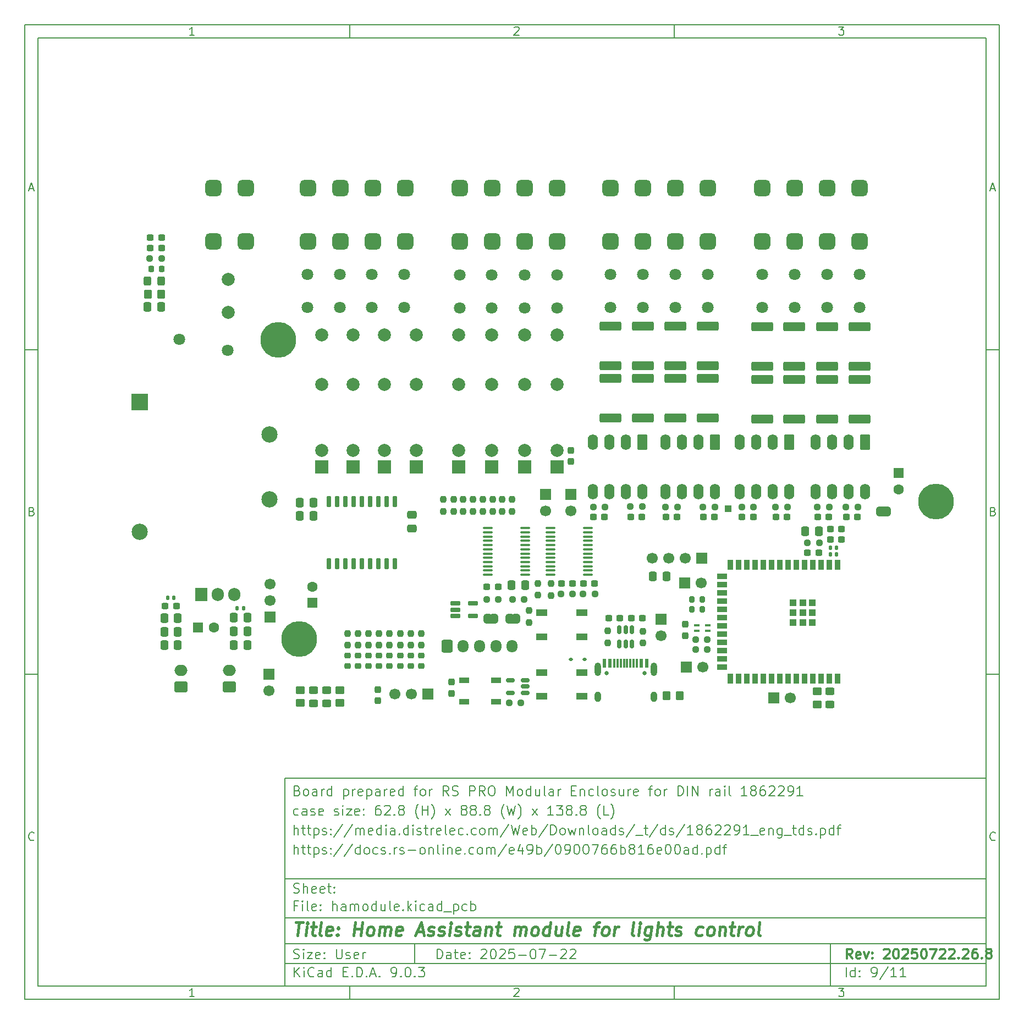
<source format=gts>
%TF.GenerationSoftware,KiCad,Pcbnew,9.0.3*%
%TF.CreationDate,2025-07-28T22:00:09+02:00*%
%TF.ProjectId,hamodule,68616d6f-6475-46c6-952e-6b696361645f,20250722.26.8*%
%TF.SameCoordinates,Original*%
%TF.FileFunction,Soldermask,Top*%
%TF.FilePolarity,Negative*%
%FSLAX46Y46*%
G04 Gerber Fmt 4.6, Leading zero omitted, Abs format (unit mm)*
G04 Created by KiCad (PCBNEW 9.0.3) date 2025-07-28 22:00:09*
%MOMM*%
%LPD*%
G01*
G04 APERTURE LIST*
G04 Aperture macros list*
%AMRoundRect*
0 Rectangle with rounded corners*
0 $1 Rounding radius*
0 $2 $3 $4 $5 $6 $7 $8 $9 X,Y pos of 4 corners*
0 Add a 4 corners polygon primitive as box body*
4,1,4,$2,$3,$4,$5,$6,$7,$8,$9,$2,$3,0*
0 Add four circle primitives for the rounded corners*
1,1,$1+$1,$2,$3*
1,1,$1+$1,$4,$5*
1,1,$1+$1,$6,$7*
1,1,$1+$1,$8,$9*
0 Add four rect primitives between the rounded corners*
20,1,$1+$1,$2,$3,$4,$5,0*
20,1,$1+$1,$4,$5,$6,$7,0*
20,1,$1+$1,$6,$7,$8,$9,0*
20,1,$1+$1,$8,$9,$2,$3,0*%
%AMFreePoly0*
4,1,23,0.500000,-0.750000,0.000000,-0.750000,0.000000,-0.745722,-0.065263,-0.745722,-0.191342,-0.711940,-0.304381,-0.646677,-0.396677,-0.554381,-0.461940,-0.441342,-0.495722,-0.315263,-0.495722,-0.250000,-0.500000,-0.250000,-0.500000,0.250000,-0.495722,0.250000,-0.495722,0.315263,-0.461940,0.441342,-0.396677,0.554381,-0.304381,0.646677,-0.191342,0.711940,-0.065263,0.745722,0.000000,0.745722,
0.000000,0.750000,0.500000,0.750000,0.500000,-0.750000,0.500000,-0.750000,$1*%
%AMFreePoly1*
4,1,23,0.000000,0.745722,0.065263,0.745722,0.191342,0.711940,0.304381,0.646677,0.396677,0.554381,0.461940,0.441342,0.495722,0.315263,0.495722,0.250000,0.500000,0.250000,0.500000,-0.250000,0.495722,-0.250000,0.495722,-0.315263,0.461940,-0.441342,0.396677,-0.554381,0.304381,-0.646677,0.191342,-0.711940,0.065263,-0.745722,0.000000,-0.745722,0.000000,-0.750000,-0.500000,-0.750000,
-0.500000,0.750000,0.000000,0.750000,0.000000,0.745722,0.000000,0.745722,$1*%
G04 Aperture macros list end*
%ADD10C,0.100000*%
%ADD11C,0.150000*%
%ADD12C,0.300000*%
%ADD13C,0.400000*%
%ADD14C,2.000000*%
%ADD15C,1.800000*%
%ADD16C,5.500000*%
%ADD17C,1.700000*%
%ADD18R,1.700000X1.700000*%
%ADD19RoundRect,0.249999X-1.425001X0.450001X-1.425001X-0.450001X1.425001X-0.450001X1.425001X0.450001X0*%
%ADD20RoundRect,0.250000X0.450000X-0.325000X0.450000X0.325000X-0.450000X0.325000X-0.450000X-0.325000X0*%
%ADD21RoundRect,0.250000X0.450000X-0.350000X0.450000X0.350000X-0.450000X0.350000X-0.450000X-0.350000X0*%
%ADD22RoundRect,0.250000X0.750000X-0.600000X0.750000X0.600000X-0.750000X0.600000X-0.750000X-0.600000X0*%
%ADD23O,2.000000X1.700000*%
%ADD24RoundRect,0.250000X0.337500X0.475000X-0.337500X0.475000X-0.337500X-0.475000X0.337500X-0.475000X0*%
%ADD25R,2.500000X2.500000*%
%ADD26C,2.500000*%
%ADD27R,1.905000X2.000000*%
%ADD28O,1.905000X2.000000*%
%ADD29RoundRect,0.625000X0.625000X0.625000X-0.625000X0.625000X-0.625000X-0.625000X0.625000X-0.625000X0*%
%ADD30RoundRect,0.250000X-0.550000X0.950000X-0.550000X-0.950000X0.550000X-0.950000X0.550000X0.950000X0*%
%ADD31O,1.600000X2.400000*%
%ADD32RoundRect,0.237500X-0.250000X-0.237500X0.250000X-0.237500X0.250000X0.237500X-0.250000X0.237500X0*%
%ADD33RoundRect,0.237500X0.300000X0.237500X-0.300000X0.237500X-0.300000X-0.237500X0.300000X-0.237500X0*%
%ADD34R,1.800000X1.100000*%
%ADD35RoundRect,0.237500X-0.300000X-0.237500X0.300000X-0.237500X0.300000X0.237500X-0.300000X0.237500X0*%
%ADD36RoundRect,0.237500X-0.237500X0.300000X-0.237500X-0.300000X0.237500X-0.300000X0.237500X0.300000X0*%
%ADD37RoundRect,0.237500X-0.237500X0.250000X-0.237500X-0.250000X0.237500X-0.250000X0.237500X0.250000X0*%
%ADD38RoundRect,0.150000X0.150000X-0.725000X0.150000X0.725000X-0.150000X0.725000X-0.150000X-0.725000X0*%
%ADD39R,1.600000X1.600000*%
%ADD40C,1.600000*%
%ADD41RoundRect,0.237500X0.237500X-0.250000X0.237500X0.250000X-0.237500X0.250000X-0.237500X-0.250000X0*%
%ADD42RoundRect,0.218750X0.256250X-0.218750X0.256250X0.218750X-0.256250X0.218750X-0.256250X-0.218750X0*%
%ADD43R,2.000000X2.000000*%
%ADD44RoundRect,0.150000X0.512500X0.150000X-0.512500X0.150000X-0.512500X-0.150000X0.512500X-0.150000X0*%
%ADD45RoundRect,0.200000X0.200000X0.275000X-0.200000X0.275000X-0.200000X-0.275000X0.200000X-0.275000X0*%
%ADD46R,0.900000X1.500000*%
%ADD47R,1.500000X0.900000*%
%ADD48R,1.000000X1.000000*%
%ADD49RoundRect,0.100000X0.637500X0.100000X-0.637500X0.100000X-0.637500X-0.100000X0.637500X-0.100000X0*%
%ADD50RoundRect,0.237500X0.237500X-0.300000X0.237500X0.300000X-0.237500X0.300000X-0.237500X-0.300000X0*%
%ADD51RoundRect,0.250000X-0.450000X0.325000X-0.450000X-0.325000X0.450000X-0.325000X0.450000X0.325000X0*%
%ADD52RoundRect,0.112500X-0.187500X-0.112500X0.187500X-0.112500X0.187500X0.112500X-0.187500X0.112500X0*%
%ADD53RoundRect,0.250000X0.350000X0.450000X-0.350000X0.450000X-0.350000X-0.450000X0.350000X-0.450000X0*%
%ADD54RoundRect,0.140000X-0.140000X-0.170000X0.140000X-0.170000X0.140000X0.170000X-0.140000X0.170000X0*%
%ADD55C,0.650000*%
%ADD56R,0.600000X1.450000*%
%ADD57R,0.300000X1.450000*%
%ADD58O,1.000000X2.100000*%
%ADD59O,1.000000X1.600000*%
%ADD60RoundRect,0.162500X-0.617500X-0.162500X0.617500X-0.162500X0.617500X0.162500X-0.617500X0.162500X0*%
%ADD61RoundRect,0.250000X-0.600000X-0.725000X0.600000X-0.725000X0.600000X0.725000X-0.600000X0.725000X0*%
%ADD62O,1.700000X1.950000*%
%ADD63RoundRect,0.250000X0.325000X0.450000X-0.325000X0.450000X-0.325000X-0.450000X0.325000X-0.450000X0*%
%ADD64RoundRect,0.250000X-0.337500X-0.475000X0.337500X-0.475000X0.337500X0.475000X-0.337500X0.475000X0*%
%ADD65FreePoly0,180.000000*%
%ADD66FreePoly1,180.000000*%
%ADD67RoundRect,0.250000X-0.475000X0.337500X-0.475000X-0.337500X0.475000X-0.337500X0.475000X0.337500X0*%
%ADD68RoundRect,0.090000X-0.660000X-0.360000X0.660000X-0.360000X0.660000X0.360000X-0.660000X0.360000X0*%
%ADD69RoundRect,0.140000X0.140000X0.170000X-0.140000X0.170000X-0.140000X-0.170000X0.140000X-0.170000X0*%
%ADD70RoundRect,0.250000X-0.350000X-0.450000X0.350000X-0.450000X0.350000X0.450000X-0.350000X0.450000X0*%
%ADD71R,0.820000X0.304800*%
%ADD72R,0.820000X0.308800*%
%ADD73RoundRect,0.150000X0.150000X-0.512500X0.150000X0.512500X-0.150000X0.512500X-0.150000X-0.512500X0*%
%ADD74RoundRect,0.237500X0.250000X0.237500X-0.250000X0.237500X-0.250000X-0.237500X0.250000X-0.237500X0*%
%ADD75FreePoly0,0.000000*%
%ADD76FreePoly1,0.000000*%
%ADD77RoundRect,0.218750X0.218750X0.256250X-0.218750X0.256250X-0.218750X-0.256250X0.218750X-0.256250X0*%
G04 APERTURE END LIST*
D10*
D11*
X50002000Y-126002000D02*
X158002000Y-126002000D01*
X158002000Y-158002000D01*
X50002000Y-158002000D01*
X50002000Y-126002000D01*
D10*
D11*
X10000000Y-10000000D02*
X160002000Y-10000000D01*
X160002000Y-160002000D01*
X10000000Y-160002000D01*
X10000000Y-10000000D01*
D10*
D11*
X12000000Y-12000000D02*
X158002000Y-12000000D01*
X158002000Y-158002000D01*
X12000000Y-158002000D01*
X12000000Y-12000000D01*
D10*
D11*
X60000000Y-12000000D02*
X60000000Y-10000000D01*
D10*
D11*
X110000000Y-12000000D02*
X110000000Y-10000000D01*
D10*
D11*
X160000000Y-12000000D02*
X160000000Y-10000000D01*
D10*
D11*
X36089160Y-11593604D02*
X35346303Y-11593604D01*
X35717731Y-11593604D02*
X35717731Y-10293604D01*
X35717731Y-10293604D02*
X35593922Y-10479319D01*
X35593922Y-10479319D02*
X35470112Y-10603128D01*
X35470112Y-10603128D02*
X35346303Y-10665033D01*
D10*
D11*
X85346303Y-10417414D02*
X85408207Y-10355509D01*
X85408207Y-10355509D02*
X85532017Y-10293604D01*
X85532017Y-10293604D02*
X85841541Y-10293604D01*
X85841541Y-10293604D02*
X85965350Y-10355509D01*
X85965350Y-10355509D02*
X86027255Y-10417414D01*
X86027255Y-10417414D02*
X86089160Y-10541223D01*
X86089160Y-10541223D02*
X86089160Y-10665033D01*
X86089160Y-10665033D02*
X86027255Y-10850747D01*
X86027255Y-10850747D02*
X85284398Y-11593604D01*
X85284398Y-11593604D02*
X86089160Y-11593604D01*
D10*
D11*
X135284398Y-10293604D02*
X136089160Y-10293604D01*
X136089160Y-10293604D02*
X135655826Y-10788842D01*
X135655826Y-10788842D02*
X135841541Y-10788842D01*
X135841541Y-10788842D02*
X135965350Y-10850747D01*
X135965350Y-10850747D02*
X136027255Y-10912652D01*
X136027255Y-10912652D02*
X136089160Y-11036461D01*
X136089160Y-11036461D02*
X136089160Y-11345985D01*
X136089160Y-11345985D02*
X136027255Y-11469795D01*
X136027255Y-11469795D02*
X135965350Y-11531700D01*
X135965350Y-11531700D02*
X135841541Y-11593604D01*
X135841541Y-11593604D02*
X135470112Y-11593604D01*
X135470112Y-11593604D02*
X135346303Y-11531700D01*
X135346303Y-11531700D02*
X135284398Y-11469795D01*
D10*
D11*
X60000000Y-158002000D02*
X60000000Y-160002000D01*
D10*
D11*
X110000000Y-158002000D02*
X110000000Y-160002000D01*
D10*
D11*
X160000000Y-158002000D02*
X160000000Y-160002000D01*
D10*
D11*
X36089160Y-159595604D02*
X35346303Y-159595604D01*
X35717731Y-159595604D02*
X35717731Y-158295604D01*
X35717731Y-158295604D02*
X35593922Y-158481319D01*
X35593922Y-158481319D02*
X35470112Y-158605128D01*
X35470112Y-158605128D02*
X35346303Y-158667033D01*
D10*
D11*
X85346303Y-158419414D02*
X85408207Y-158357509D01*
X85408207Y-158357509D02*
X85532017Y-158295604D01*
X85532017Y-158295604D02*
X85841541Y-158295604D01*
X85841541Y-158295604D02*
X85965350Y-158357509D01*
X85965350Y-158357509D02*
X86027255Y-158419414D01*
X86027255Y-158419414D02*
X86089160Y-158543223D01*
X86089160Y-158543223D02*
X86089160Y-158667033D01*
X86089160Y-158667033D02*
X86027255Y-158852747D01*
X86027255Y-158852747D02*
X85284398Y-159595604D01*
X85284398Y-159595604D02*
X86089160Y-159595604D01*
D10*
D11*
X135284398Y-158295604D02*
X136089160Y-158295604D01*
X136089160Y-158295604D02*
X135655826Y-158790842D01*
X135655826Y-158790842D02*
X135841541Y-158790842D01*
X135841541Y-158790842D02*
X135965350Y-158852747D01*
X135965350Y-158852747D02*
X136027255Y-158914652D01*
X136027255Y-158914652D02*
X136089160Y-159038461D01*
X136089160Y-159038461D02*
X136089160Y-159347985D01*
X136089160Y-159347985D02*
X136027255Y-159471795D01*
X136027255Y-159471795D02*
X135965350Y-159533700D01*
X135965350Y-159533700D02*
X135841541Y-159595604D01*
X135841541Y-159595604D02*
X135470112Y-159595604D01*
X135470112Y-159595604D02*
X135346303Y-159533700D01*
X135346303Y-159533700D02*
X135284398Y-159471795D01*
D10*
D11*
X10000000Y-60000000D02*
X12000000Y-60000000D01*
D10*
D11*
X10000000Y-110000000D02*
X12000000Y-110000000D01*
D10*
D11*
X10000000Y-160000000D02*
X12000000Y-160000000D01*
D10*
D11*
X10690476Y-35222176D02*
X11309523Y-35222176D01*
X10566666Y-35593604D02*
X10999999Y-34293604D01*
X10999999Y-34293604D02*
X11433333Y-35593604D01*
D10*
D11*
X11092857Y-84912652D02*
X11278571Y-84974557D01*
X11278571Y-84974557D02*
X11340476Y-85036461D01*
X11340476Y-85036461D02*
X11402380Y-85160271D01*
X11402380Y-85160271D02*
X11402380Y-85345985D01*
X11402380Y-85345985D02*
X11340476Y-85469795D01*
X11340476Y-85469795D02*
X11278571Y-85531700D01*
X11278571Y-85531700D02*
X11154761Y-85593604D01*
X11154761Y-85593604D02*
X10659523Y-85593604D01*
X10659523Y-85593604D02*
X10659523Y-84293604D01*
X10659523Y-84293604D02*
X11092857Y-84293604D01*
X11092857Y-84293604D02*
X11216666Y-84355509D01*
X11216666Y-84355509D02*
X11278571Y-84417414D01*
X11278571Y-84417414D02*
X11340476Y-84541223D01*
X11340476Y-84541223D02*
X11340476Y-84665033D01*
X11340476Y-84665033D02*
X11278571Y-84788842D01*
X11278571Y-84788842D02*
X11216666Y-84850747D01*
X11216666Y-84850747D02*
X11092857Y-84912652D01*
X11092857Y-84912652D02*
X10659523Y-84912652D01*
D10*
D11*
X11402380Y-135469795D02*
X11340476Y-135531700D01*
X11340476Y-135531700D02*
X11154761Y-135593604D01*
X11154761Y-135593604D02*
X11030952Y-135593604D01*
X11030952Y-135593604D02*
X10845238Y-135531700D01*
X10845238Y-135531700D02*
X10721428Y-135407890D01*
X10721428Y-135407890D02*
X10659523Y-135284080D01*
X10659523Y-135284080D02*
X10597619Y-135036461D01*
X10597619Y-135036461D02*
X10597619Y-134850747D01*
X10597619Y-134850747D02*
X10659523Y-134603128D01*
X10659523Y-134603128D02*
X10721428Y-134479319D01*
X10721428Y-134479319D02*
X10845238Y-134355509D01*
X10845238Y-134355509D02*
X11030952Y-134293604D01*
X11030952Y-134293604D02*
X11154761Y-134293604D01*
X11154761Y-134293604D02*
X11340476Y-134355509D01*
X11340476Y-134355509D02*
X11402380Y-134417414D01*
D10*
D11*
X160002000Y-60000000D02*
X158002000Y-60000000D01*
D10*
D11*
X160002000Y-110000000D02*
X158002000Y-110000000D01*
D10*
D11*
X160002000Y-160000000D02*
X158002000Y-160000000D01*
D10*
D11*
X158692476Y-35222176D02*
X159311523Y-35222176D01*
X158568666Y-35593604D02*
X159001999Y-34293604D01*
X159001999Y-34293604D02*
X159435333Y-35593604D01*
D10*
D11*
X159094857Y-84912652D02*
X159280571Y-84974557D01*
X159280571Y-84974557D02*
X159342476Y-85036461D01*
X159342476Y-85036461D02*
X159404380Y-85160271D01*
X159404380Y-85160271D02*
X159404380Y-85345985D01*
X159404380Y-85345985D02*
X159342476Y-85469795D01*
X159342476Y-85469795D02*
X159280571Y-85531700D01*
X159280571Y-85531700D02*
X159156761Y-85593604D01*
X159156761Y-85593604D02*
X158661523Y-85593604D01*
X158661523Y-85593604D02*
X158661523Y-84293604D01*
X158661523Y-84293604D02*
X159094857Y-84293604D01*
X159094857Y-84293604D02*
X159218666Y-84355509D01*
X159218666Y-84355509D02*
X159280571Y-84417414D01*
X159280571Y-84417414D02*
X159342476Y-84541223D01*
X159342476Y-84541223D02*
X159342476Y-84665033D01*
X159342476Y-84665033D02*
X159280571Y-84788842D01*
X159280571Y-84788842D02*
X159218666Y-84850747D01*
X159218666Y-84850747D02*
X159094857Y-84912652D01*
X159094857Y-84912652D02*
X158661523Y-84912652D01*
D10*
D11*
X159404380Y-135469795D02*
X159342476Y-135531700D01*
X159342476Y-135531700D02*
X159156761Y-135593604D01*
X159156761Y-135593604D02*
X159032952Y-135593604D01*
X159032952Y-135593604D02*
X158847238Y-135531700D01*
X158847238Y-135531700D02*
X158723428Y-135407890D01*
X158723428Y-135407890D02*
X158661523Y-135284080D01*
X158661523Y-135284080D02*
X158599619Y-135036461D01*
X158599619Y-135036461D02*
X158599619Y-134850747D01*
X158599619Y-134850747D02*
X158661523Y-134603128D01*
X158661523Y-134603128D02*
X158723428Y-134479319D01*
X158723428Y-134479319D02*
X158847238Y-134355509D01*
X158847238Y-134355509D02*
X159032952Y-134293604D01*
X159032952Y-134293604D02*
X159156761Y-134293604D01*
X159156761Y-134293604D02*
X159342476Y-134355509D01*
X159342476Y-134355509D02*
X159404380Y-134417414D01*
D10*
D11*
X73457826Y-153788128D02*
X73457826Y-152288128D01*
X73457826Y-152288128D02*
X73814969Y-152288128D01*
X73814969Y-152288128D02*
X74029255Y-152359557D01*
X74029255Y-152359557D02*
X74172112Y-152502414D01*
X74172112Y-152502414D02*
X74243541Y-152645271D01*
X74243541Y-152645271D02*
X74314969Y-152930985D01*
X74314969Y-152930985D02*
X74314969Y-153145271D01*
X74314969Y-153145271D02*
X74243541Y-153430985D01*
X74243541Y-153430985D02*
X74172112Y-153573842D01*
X74172112Y-153573842D02*
X74029255Y-153716700D01*
X74029255Y-153716700D02*
X73814969Y-153788128D01*
X73814969Y-153788128D02*
X73457826Y-153788128D01*
X75600684Y-153788128D02*
X75600684Y-153002414D01*
X75600684Y-153002414D02*
X75529255Y-152859557D01*
X75529255Y-152859557D02*
X75386398Y-152788128D01*
X75386398Y-152788128D02*
X75100684Y-152788128D01*
X75100684Y-152788128D02*
X74957826Y-152859557D01*
X75600684Y-153716700D02*
X75457826Y-153788128D01*
X75457826Y-153788128D02*
X75100684Y-153788128D01*
X75100684Y-153788128D02*
X74957826Y-153716700D01*
X74957826Y-153716700D02*
X74886398Y-153573842D01*
X74886398Y-153573842D02*
X74886398Y-153430985D01*
X74886398Y-153430985D02*
X74957826Y-153288128D01*
X74957826Y-153288128D02*
X75100684Y-153216700D01*
X75100684Y-153216700D02*
X75457826Y-153216700D01*
X75457826Y-153216700D02*
X75600684Y-153145271D01*
X76100684Y-152788128D02*
X76672112Y-152788128D01*
X76314969Y-152288128D02*
X76314969Y-153573842D01*
X76314969Y-153573842D02*
X76386398Y-153716700D01*
X76386398Y-153716700D02*
X76529255Y-153788128D01*
X76529255Y-153788128D02*
X76672112Y-153788128D01*
X77743541Y-153716700D02*
X77600684Y-153788128D01*
X77600684Y-153788128D02*
X77314970Y-153788128D01*
X77314970Y-153788128D02*
X77172112Y-153716700D01*
X77172112Y-153716700D02*
X77100684Y-153573842D01*
X77100684Y-153573842D02*
X77100684Y-153002414D01*
X77100684Y-153002414D02*
X77172112Y-152859557D01*
X77172112Y-152859557D02*
X77314970Y-152788128D01*
X77314970Y-152788128D02*
X77600684Y-152788128D01*
X77600684Y-152788128D02*
X77743541Y-152859557D01*
X77743541Y-152859557D02*
X77814970Y-153002414D01*
X77814970Y-153002414D02*
X77814970Y-153145271D01*
X77814970Y-153145271D02*
X77100684Y-153288128D01*
X78457826Y-153645271D02*
X78529255Y-153716700D01*
X78529255Y-153716700D02*
X78457826Y-153788128D01*
X78457826Y-153788128D02*
X78386398Y-153716700D01*
X78386398Y-153716700D02*
X78457826Y-153645271D01*
X78457826Y-153645271D02*
X78457826Y-153788128D01*
X78457826Y-152859557D02*
X78529255Y-152930985D01*
X78529255Y-152930985D02*
X78457826Y-153002414D01*
X78457826Y-153002414D02*
X78386398Y-152930985D01*
X78386398Y-152930985D02*
X78457826Y-152859557D01*
X78457826Y-152859557D02*
X78457826Y-153002414D01*
X80243541Y-152430985D02*
X80314969Y-152359557D01*
X80314969Y-152359557D02*
X80457827Y-152288128D01*
X80457827Y-152288128D02*
X80814969Y-152288128D01*
X80814969Y-152288128D02*
X80957827Y-152359557D01*
X80957827Y-152359557D02*
X81029255Y-152430985D01*
X81029255Y-152430985D02*
X81100684Y-152573842D01*
X81100684Y-152573842D02*
X81100684Y-152716700D01*
X81100684Y-152716700D02*
X81029255Y-152930985D01*
X81029255Y-152930985D02*
X80172112Y-153788128D01*
X80172112Y-153788128D02*
X81100684Y-153788128D01*
X82029255Y-152288128D02*
X82172112Y-152288128D01*
X82172112Y-152288128D02*
X82314969Y-152359557D01*
X82314969Y-152359557D02*
X82386398Y-152430985D01*
X82386398Y-152430985D02*
X82457826Y-152573842D01*
X82457826Y-152573842D02*
X82529255Y-152859557D01*
X82529255Y-152859557D02*
X82529255Y-153216700D01*
X82529255Y-153216700D02*
X82457826Y-153502414D01*
X82457826Y-153502414D02*
X82386398Y-153645271D01*
X82386398Y-153645271D02*
X82314969Y-153716700D01*
X82314969Y-153716700D02*
X82172112Y-153788128D01*
X82172112Y-153788128D02*
X82029255Y-153788128D01*
X82029255Y-153788128D02*
X81886398Y-153716700D01*
X81886398Y-153716700D02*
X81814969Y-153645271D01*
X81814969Y-153645271D02*
X81743540Y-153502414D01*
X81743540Y-153502414D02*
X81672112Y-153216700D01*
X81672112Y-153216700D02*
X81672112Y-152859557D01*
X81672112Y-152859557D02*
X81743540Y-152573842D01*
X81743540Y-152573842D02*
X81814969Y-152430985D01*
X81814969Y-152430985D02*
X81886398Y-152359557D01*
X81886398Y-152359557D02*
X82029255Y-152288128D01*
X83100683Y-152430985D02*
X83172111Y-152359557D01*
X83172111Y-152359557D02*
X83314969Y-152288128D01*
X83314969Y-152288128D02*
X83672111Y-152288128D01*
X83672111Y-152288128D02*
X83814969Y-152359557D01*
X83814969Y-152359557D02*
X83886397Y-152430985D01*
X83886397Y-152430985D02*
X83957826Y-152573842D01*
X83957826Y-152573842D02*
X83957826Y-152716700D01*
X83957826Y-152716700D02*
X83886397Y-152930985D01*
X83886397Y-152930985D02*
X83029254Y-153788128D01*
X83029254Y-153788128D02*
X83957826Y-153788128D01*
X85314968Y-152288128D02*
X84600682Y-152288128D01*
X84600682Y-152288128D02*
X84529254Y-153002414D01*
X84529254Y-153002414D02*
X84600682Y-152930985D01*
X84600682Y-152930985D02*
X84743540Y-152859557D01*
X84743540Y-152859557D02*
X85100682Y-152859557D01*
X85100682Y-152859557D02*
X85243540Y-152930985D01*
X85243540Y-152930985D02*
X85314968Y-153002414D01*
X85314968Y-153002414D02*
X85386397Y-153145271D01*
X85386397Y-153145271D02*
X85386397Y-153502414D01*
X85386397Y-153502414D02*
X85314968Y-153645271D01*
X85314968Y-153645271D02*
X85243540Y-153716700D01*
X85243540Y-153716700D02*
X85100682Y-153788128D01*
X85100682Y-153788128D02*
X84743540Y-153788128D01*
X84743540Y-153788128D02*
X84600682Y-153716700D01*
X84600682Y-153716700D02*
X84529254Y-153645271D01*
X86029253Y-153216700D02*
X87172111Y-153216700D01*
X88172111Y-152288128D02*
X88314968Y-152288128D01*
X88314968Y-152288128D02*
X88457825Y-152359557D01*
X88457825Y-152359557D02*
X88529254Y-152430985D01*
X88529254Y-152430985D02*
X88600682Y-152573842D01*
X88600682Y-152573842D02*
X88672111Y-152859557D01*
X88672111Y-152859557D02*
X88672111Y-153216700D01*
X88672111Y-153216700D02*
X88600682Y-153502414D01*
X88600682Y-153502414D02*
X88529254Y-153645271D01*
X88529254Y-153645271D02*
X88457825Y-153716700D01*
X88457825Y-153716700D02*
X88314968Y-153788128D01*
X88314968Y-153788128D02*
X88172111Y-153788128D01*
X88172111Y-153788128D02*
X88029254Y-153716700D01*
X88029254Y-153716700D02*
X87957825Y-153645271D01*
X87957825Y-153645271D02*
X87886396Y-153502414D01*
X87886396Y-153502414D02*
X87814968Y-153216700D01*
X87814968Y-153216700D02*
X87814968Y-152859557D01*
X87814968Y-152859557D02*
X87886396Y-152573842D01*
X87886396Y-152573842D02*
X87957825Y-152430985D01*
X87957825Y-152430985D02*
X88029254Y-152359557D01*
X88029254Y-152359557D02*
X88172111Y-152288128D01*
X89172110Y-152288128D02*
X90172110Y-152288128D01*
X90172110Y-152288128D02*
X89529253Y-153788128D01*
X90743538Y-153216700D02*
X91886396Y-153216700D01*
X92529253Y-152430985D02*
X92600681Y-152359557D01*
X92600681Y-152359557D02*
X92743539Y-152288128D01*
X92743539Y-152288128D02*
X93100681Y-152288128D01*
X93100681Y-152288128D02*
X93243539Y-152359557D01*
X93243539Y-152359557D02*
X93314967Y-152430985D01*
X93314967Y-152430985D02*
X93386396Y-152573842D01*
X93386396Y-152573842D02*
X93386396Y-152716700D01*
X93386396Y-152716700D02*
X93314967Y-152930985D01*
X93314967Y-152930985D02*
X92457824Y-153788128D01*
X92457824Y-153788128D02*
X93386396Y-153788128D01*
X93957824Y-152430985D02*
X94029252Y-152359557D01*
X94029252Y-152359557D02*
X94172110Y-152288128D01*
X94172110Y-152288128D02*
X94529252Y-152288128D01*
X94529252Y-152288128D02*
X94672110Y-152359557D01*
X94672110Y-152359557D02*
X94743538Y-152430985D01*
X94743538Y-152430985D02*
X94814967Y-152573842D01*
X94814967Y-152573842D02*
X94814967Y-152716700D01*
X94814967Y-152716700D02*
X94743538Y-152930985D01*
X94743538Y-152930985D02*
X93886395Y-153788128D01*
X93886395Y-153788128D02*
X94814967Y-153788128D01*
D10*
D11*
X50002000Y-154502000D02*
X158002000Y-154502000D01*
D10*
D11*
X51457826Y-156588128D02*
X51457826Y-155088128D01*
X52314969Y-156588128D02*
X51672112Y-155730985D01*
X52314969Y-155088128D02*
X51457826Y-155945271D01*
X52957826Y-156588128D02*
X52957826Y-155588128D01*
X52957826Y-155088128D02*
X52886398Y-155159557D01*
X52886398Y-155159557D02*
X52957826Y-155230985D01*
X52957826Y-155230985D02*
X53029255Y-155159557D01*
X53029255Y-155159557D02*
X52957826Y-155088128D01*
X52957826Y-155088128D02*
X52957826Y-155230985D01*
X54529255Y-156445271D02*
X54457827Y-156516700D01*
X54457827Y-156516700D02*
X54243541Y-156588128D01*
X54243541Y-156588128D02*
X54100684Y-156588128D01*
X54100684Y-156588128D02*
X53886398Y-156516700D01*
X53886398Y-156516700D02*
X53743541Y-156373842D01*
X53743541Y-156373842D02*
X53672112Y-156230985D01*
X53672112Y-156230985D02*
X53600684Y-155945271D01*
X53600684Y-155945271D02*
X53600684Y-155730985D01*
X53600684Y-155730985D02*
X53672112Y-155445271D01*
X53672112Y-155445271D02*
X53743541Y-155302414D01*
X53743541Y-155302414D02*
X53886398Y-155159557D01*
X53886398Y-155159557D02*
X54100684Y-155088128D01*
X54100684Y-155088128D02*
X54243541Y-155088128D01*
X54243541Y-155088128D02*
X54457827Y-155159557D01*
X54457827Y-155159557D02*
X54529255Y-155230985D01*
X55814970Y-156588128D02*
X55814970Y-155802414D01*
X55814970Y-155802414D02*
X55743541Y-155659557D01*
X55743541Y-155659557D02*
X55600684Y-155588128D01*
X55600684Y-155588128D02*
X55314970Y-155588128D01*
X55314970Y-155588128D02*
X55172112Y-155659557D01*
X55814970Y-156516700D02*
X55672112Y-156588128D01*
X55672112Y-156588128D02*
X55314970Y-156588128D01*
X55314970Y-156588128D02*
X55172112Y-156516700D01*
X55172112Y-156516700D02*
X55100684Y-156373842D01*
X55100684Y-156373842D02*
X55100684Y-156230985D01*
X55100684Y-156230985D02*
X55172112Y-156088128D01*
X55172112Y-156088128D02*
X55314970Y-156016700D01*
X55314970Y-156016700D02*
X55672112Y-156016700D01*
X55672112Y-156016700D02*
X55814970Y-155945271D01*
X57172113Y-156588128D02*
X57172113Y-155088128D01*
X57172113Y-156516700D02*
X57029255Y-156588128D01*
X57029255Y-156588128D02*
X56743541Y-156588128D01*
X56743541Y-156588128D02*
X56600684Y-156516700D01*
X56600684Y-156516700D02*
X56529255Y-156445271D01*
X56529255Y-156445271D02*
X56457827Y-156302414D01*
X56457827Y-156302414D02*
X56457827Y-155873842D01*
X56457827Y-155873842D02*
X56529255Y-155730985D01*
X56529255Y-155730985D02*
X56600684Y-155659557D01*
X56600684Y-155659557D02*
X56743541Y-155588128D01*
X56743541Y-155588128D02*
X57029255Y-155588128D01*
X57029255Y-155588128D02*
X57172113Y-155659557D01*
X59029255Y-155802414D02*
X59529255Y-155802414D01*
X59743541Y-156588128D02*
X59029255Y-156588128D01*
X59029255Y-156588128D02*
X59029255Y-155088128D01*
X59029255Y-155088128D02*
X59743541Y-155088128D01*
X60386398Y-156445271D02*
X60457827Y-156516700D01*
X60457827Y-156516700D02*
X60386398Y-156588128D01*
X60386398Y-156588128D02*
X60314970Y-156516700D01*
X60314970Y-156516700D02*
X60386398Y-156445271D01*
X60386398Y-156445271D02*
X60386398Y-156588128D01*
X61100684Y-156588128D02*
X61100684Y-155088128D01*
X61100684Y-155088128D02*
X61457827Y-155088128D01*
X61457827Y-155088128D02*
X61672113Y-155159557D01*
X61672113Y-155159557D02*
X61814970Y-155302414D01*
X61814970Y-155302414D02*
X61886399Y-155445271D01*
X61886399Y-155445271D02*
X61957827Y-155730985D01*
X61957827Y-155730985D02*
X61957827Y-155945271D01*
X61957827Y-155945271D02*
X61886399Y-156230985D01*
X61886399Y-156230985D02*
X61814970Y-156373842D01*
X61814970Y-156373842D02*
X61672113Y-156516700D01*
X61672113Y-156516700D02*
X61457827Y-156588128D01*
X61457827Y-156588128D02*
X61100684Y-156588128D01*
X62600684Y-156445271D02*
X62672113Y-156516700D01*
X62672113Y-156516700D02*
X62600684Y-156588128D01*
X62600684Y-156588128D02*
X62529256Y-156516700D01*
X62529256Y-156516700D02*
X62600684Y-156445271D01*
X62600684Y-156445271D02*
X62600684Y-156588128D01*
X63243542Y-156159557D02*
X63957828Y-156159557D01*
X63100685Y-156588128D02*
X63600685Y-155088128D01*
X63600685Y-155088128D02*
X64100685Y-156588128D01*
X64600684Y-156445271D02*
X64672113Y-156516700D01*
X64672113Y-156516700D02*
X64600684Y-156588128D01*
X64600684Y-156588128D02*
X64529256Y-156516700D01*
X64529256Y-156516700D02*
X64600684Y-156445271D01*
X64600684Y-156445271D02*
X64600684Y-156588128D01*
X66529256Y-156588128D02*
X66814970Y-156588128D01*
X66814970Y-156588128D02*
X66957827Y-156516700D01*
X66957827Y-156516700D02*
X67029256Y-156445271D01*
X67029256Y-156445271D02*
X67172113Y-156230985D01*
X67172113Y-156230985D02*
X67243542Y-155945271D01*
X67243542Y-155945271D02*
X67243542Y-155373842D01*
X67243542Y-155373842D02*
X67172113Y-155230985D01*
X67172113Y-155230985D02*
X67100685Y-155159557D01*
X67100685Y-155159557D02*
X66957827Y-155088128D01*
X66957827Y-155088128D02*
X66672113Y-155088128D01*
X66672113Y-155088128D02*
X66529256Y-155159557D01*
X66529256Y-155159557D02*
X66457827Y-155230985D01*
X66457827Y-155230985D02*
X66386399Y-155373842D01*
X66386399Y-155373842D02*
X66386399Y-155730985D01*
X66386399Y-155730985D02*
X66457827Y-155873842D01*
X66457827Y-155873842D02*
X66529256Y-155945271D01*
X66529256Y-155945271D02*
X66672113Y-156016700D01*
X66672113Y-156016700D02*
X66957827Y-156016700D01*
X66957827Y-156016700D02*
X67100685Y-155945271D01*
X67100685Y-155945271D02*
X67172113Y-155873842D01*
X67172113Y-155873842D02*
X67243542Y-155730985D01*
X67886398Y-156445271D02*
X67957827Y-156516700D01*
X67957827Y-156516700D02*
X67886398Y-156588128D01*
X67886398Y-156588128D02*
X67814970Y-156516700D01*
X67814970Y-156516700D02*
X67886398Y-156445271D01*
X67886398Y-156445271D02*
X67886398Y-156588128D01*
X68886399Y-155088128D02*
X69029256Y-155088128D01*
X69029256Y-155088128D02*
X69172113Y-155159557D01*
X69172113Y-155159557D02*
X69243542Y-155230985D01*
X69243542Y-155230985D02*
X69314970Y-155373842D01*
X69314970Y-155373842D02*
X69386399Y-155659557D01*
X69386399Y-155659557D02*
X69386399Y-156016700D01*
X69386399Y-156016700D02*
X69314970Y-156302414D01*
X69314970Y-156302414D02*
X69243542Y-156445271D01*
X69243542Y-156445271D02*
X69172113Y-156516700D01*
X69172113Y-156516700D02*
X69029256Y-156588128D01*
X69029256Y-156588128D02*
X68886399Y-156588128D01*
X68886399Y-156588128D02*
X68743542Y-156516700D01*
X68743542Y-156516700D02*
X68672113Y-156445271D01*
X68672113Y-156445271D02*
X68600684Y-156302414D01*
X68600684Y-156302414D02*
X68529256Y-156016700D01*
X68529256Y-156016700D02*
X68529256Y-155659557D01*
X68529256Y-155659557D02*
X68600684Y-155373842D01*
X68600684Y-155373842D02*
X68672113Y-155230985D01*
X68672113Y-155230985D02*
X68743542Y-155159557D01*
X68743542Y-155159557D02*
X68886399Y-155088128D01*
X70029255Y-156445271D02*
X70100684Y-156516700D01*
X70100684Y-156516700D02*
X70029255Y-156588128D01*
X70029255Y-156588128D02*
X69957827Y-156516700D01*
X69957827Y-156516700D02*
X70029255Y-156445271D01*
X70029255Y-156445271D02*
X70029255Y-156588128D01*
X70600684Y-155088128D02*
X71529256Y-155088128D01*
X71529256Y-155088128D02*
X71029256Y-155659557D01*
X71029256Y-155659557D02*
X71243541Y-155659557D01*
X71243541Y-155659557D02*
X71386399Y-155730985D01*
X71386399Y-155730985D02*
X71457827Y-155802414D01*
X71457827Y-155802414D02*
X71529256Y-155945271D01*
X71529256Y-155945271D02*
X71529256Y-156302414D01*
X71529256Y-156302414D02*
X71457827Y-156445271D01*
X71457827Y-156445271D02*
X71386399Y-156516700D01*
X71386399Y-156516700D02*
X71243541Y-156588128D01*
X71243541Y-156588128D02*
X70814970Y-156588128D01*
X70814970Y-156588128D02*
X70672113Y-156516700D01*
X70672113Y-156516700D02*
X70600684Y-156445271D01*
D10*
D11*
X50002000Y-151502000D02*
X158002000Y-151502000D01*
D10*
D12*
X137413653Y-153780328D02*
X136913653Y-153066042D01*
X136556510Y-153780328D02*
X136556510Y-152280328D01*
X136556510Y-152280328D02*
X137127939Y-152280328D01*
X137127939Y-152280328D02*
X137270796Y-152351757D01*
X137270796Y-152351757D02*
X137342225Y-152423185D01*
X137342225Y-152423185D02*
X137413653Y-152566042D01*
X137413653Y-152566042D02*
X137413653Y-152780328D01*
X137413653Y-152780328D02*
X137342225Y-152923185D01*
X137342225Y-152923185D02*
X137270796Y-152994614D01*
X137270796Y-152994614D02*
X137127939Y-153066042D01*
X137127939Y-153066042D02*
X136556510Y-153066042D01*
X138627939Y-153708900D02*
X138485082Y-153780328D01*
X138485082Y-153780328D02*
X138199368Y-153780328D01*
X138199368Y-153780328D02*
X138056510Y-153708900D01*
X138056510Y-153708900D02*
X137985082Y-153566042D01*
X137985082Y-153566042D02*
X137985082Y-152994614D01*
X137985082Y-152994614D02*
X138056510Y-152851757D01*
X138056510Y-152851757D02*
X138199368Y-152780328D01*
X138199368Y-152780328D02*
X138485082Y-152780328D01*
X138485082Y-152780328D02*
X138627939Y-152851757D01*
X138627939Y-152851757D02*
X138699368Y-152994614D01*
X138699368Y-152994614D02*
X138699368Y-153137471D01*
X138699368Y-153137471D02*
X137985082Y-153280328D01*
X139199367Y-152780328D02*
X139556510Y-153780328D01*
X139556510Y-153780328D02*
X139913653Y-152780328D01*
X140485081Y-153637471D02*
X140556510Y-153708900D01*
X140556510Y-153708900D02*
X140485081Y-153780328D01*
X140485081Y-153780328D02*
X140413653Y-153708900D01*
X140413653Y-153708900D02*
X140485081Y-153637471D01*
X140485081Y-153637471D02*
X140485081Y-153780328D01*
X140485081Y-152851757D02*
X140556510Y-152923185D01*
X140556510Y-152923185D02*
X140485081Y-152994614D01*
X140485081Y-152994614D02*
X140413653Y-152923185D01*
X140413653Y-152923185D02*
X140485081Y-152851757D01*
X140485081Y-152851757D02*
X140485081Y-152994614D01*
X142270796Y-152423185D02*
X142342224Y-152351757D01*
X142342224Y-152351757D02*
X142485082Y-152280328D01*
X142485082Y-152280328D02*
X142842224Y-152280328D01*
X142842224Y-152280328D02*
X142985082Y-152351757D01*
X142985082Y-152351757D02*
X143056510Y-152423185D01*
X143056510Y-152423185D02*
X143127939Y-152566042D01*
X143127939Y-152566042D02*
X143127939Y-152708900D01*
X143127939Y-152708900D02*
X143056510Y-152923185D01*
X143056510Y-152923185D02*
X142199367Y-153780328D01*
X142199367Y-153780328D02*
X143127939Y-153780328D01*
X144056510Y-152280328D02*
X144199367Y-152280328D01*
X144199367Y-152280328D02*
X144342224Y-152351757D01*
X144342224Y-152351757D02*
X144413653Y-152423185D01*
X144413653Y-152423185D02*
X144485081Y-152566042D01*
X144485081Y-152566042D02*
X144556510Y-152851757D01*
X144556510Y-152851757D02*
X144556510Y-153208900D01*
X144556510Y-153208900D02*
X144485081Y-153494614D01*
X144485081Y-153494614D02*
X144413653Y-153637471D01*
X144413653Y-153637471D02*
X144342224Y-153708900D01*
X144342224Y-153708900D02*
X144199367Y-153780328D01*
X144199367Y-153780328D02*
X144056510Y-153780328D01*
X144056510Y-153780328D02*
X143913653Y-153708900D01*
X143913653Y-153708900D02*
X143842224Y-153637471D01*
X143842224Y-153637471D02*
X143770795Y-153494614D01*
X143770795Y-153494614D02*
X143699367Y-153208900D01*
X143699367Y-153208900D02*
X143699367Y-152851757D01*
X143699367Y-152851757D02*
X143770795Y-152566042D01*
X143770795Y-152566042D02*
X143842224Y-152423185D01*
X143842224Y-152423185D02*
X143913653Y-152351757D01*
X143913653Y-152351757D02*
X144056510Y-152280328D01*
X145127938Y-152423185D02*
X145199366Y-152351757D01*
X145199366Y-152351757D02*
X145342224Y-152280328D01*
X145342224Y-152280328D02*
X145699366Y-152280328D01*
X145699366Y-152280328D02*
X145842224Y-152351757D01*
X145842224Y-152351757D02*
X145913652Y-152423185D01*
X145913652Y-152423185D02*
X145985081Y-152566042D01*
X145985081Y-152566042D02*
X145985081Y-152708900D01*
X145985081Y-152708900D02*
X145913652Y-152923185D01*
X145913652Y-152923185D02*
X145056509Y-153780328D01*
X145056509Y-153780328D02*
X145985081Y-153780328D01*
X147342223Y-152280328D02*
X146627937Y-152280328D01*
X146627937Y-152280328D02*
X146556509Y-152994614D01*
X146556509Y-152994614D02*
X146627937Y-152923185D01*
X146627937Y-152923185D02*
X146770795Y-152851757D01*
X146770795Y-152851757D02*
X147127937Y-152851757D01*
X147127937Y-152851757D02*
X147270795Y-152923185D01*
X147270795Y-152923185D02*
X147342223Y-152994614D01*
X147342223Y-152994614D02*
X147413652Y-153137471D01*
X147413652Y-153137471D02*
X147413652Y-153494614D01*
X147413652Y-153494614D02*
X147342223Y-153637471D01*
X147342223Y-153637471D02*
X147270795Y-153708900D01*
X147270795Y-153708900D02*
X147127937Y-153780328D01*
X147127937Y-153780328D02*
X146770795Y-153780328D01*
X146770795Y-153780328D02*
X146627937Y-153708900D01*
X146627937Y-153708900D02*
X146556509Y-153637471D01*
X148342223Y-152280328D02*
X148485080Y-152280328D01*
X148485080Y-152280328D02*
X148627937Y-152351757D01*
X148627937Y-152351757D02*
X148699366Y-152423185D01*
X148699366Y-152423185D02*
X148770794Y-152566042D01*
X148770794Y-152566042D02*
X148842223Y-152851757D01*
X148842223Y-152851757D02*
X148842223Y-153208900D01*
X148842223Y-153208900D02*
X148770794Y-153494614D01*
X148770794Y-153494614D02*
X148699366Y-153637471D01*
X148699366Y-153637471D02*
X148627937Y-153708900D01*
X148627937Y-153708900D02*
X148485080Y-153780328D01*
X148485080Y-153780328D02*
X148342223Y-153780328D01*
X148342223Y-153780328D02*
X148199366Y-153708900D01*
X148199366Y-153708900D02*
X148127937Y-153637471D01*
X148127937Y-153637471D02*
X148056508Y-153494614D01*
X148056508Y-153494614D02*
X147985080Y-153208900D01*
X147985080Y-153208900D02*
X147985080Y-152851757D01*
X147985080Y-152851757D02*
X148056508Y-152566042D01*
X148056508Y-152566042D02*
X148127937Y-152423185D01*
X148127937Y-152423185D02*
X148199366Y-152351757D01*
X148199366Y-152351757D02*
X148342223Y-152280328D01*
X149342222Y-152280328D02*
X150342222Y-152280328D01*
X150342222Y-152280328D02*
X149699365Y-153780328D01*
X150842222Y-152423185D02*
X150913650Y-152351757D01*
X150913650Y-152351757D02*
X151056508Y-152280328D01*
X151056508Y-152280328D02*
X151413650Y-152280328D01*
X151413650Y-152280328D02*
X151556508Y-152351757D01*
X151556508Y-152351757D02*
X151627936Y-152423185D01*
X151627936Y-152423185D02*
X151699365Y-152566042D01*
X151699365Y-152566042D02*
X151699365Y-152708900D01*
X151699365Y-152708900D02*
X151627936Y-152923185D01*
X151627936Y-152923185D02*
X150770793Y-153780328D01*
X150770793Y-153780328D02*
X151699365Y-153780328D01*
X152270793Y-152423185D02*
X152342221Y-152351757D01*
X152342221Y-152351757D02*
X152485079Y-152280328D01*
X152485079Y-152280328D02*
X152842221Y-152280328D01*
X152842221Y-152280328D02*
X152985079Y-152351757D01*
X152985079Y-152351757D02*
X153056507Y-152423185D01*
X153056507Y-152423185D02*
X153127936Y-152566042D01*
X153127936Y-152566042D02*
X153127936Y-152708900D01*
X153127936Y-152708900D02*
X153056507Y-152923185D01*
X153056507Y-152923185D02*
X152199364Y-153780328D01*
X152199364Y-153780328D02*
X153127936Y-153780328D01*
X153770792Y-153637471D02*
X153842221Y-153708900D01*
X153842221Y-153708900D02*
X153770792Y-153780328D01*
X153770792Y-153780328D02*
X153699364Y-153708900D01*
X153699364Y-153708900D02*
X153770792Y-153637471D01*
X153770792Y-153637471D02*
X153770792Y-153780328D01*
X154413650Y-152423185D02*
X154485078Y-152351757D01*
X154485078Y-152351757D02*
X154627936Y-152280328D01*
X154627936Y-152280328D02*
X154985078Y-152280328D01*
X154985078Y-152280328D02*
X155127936Y-152351757D01*
X155127936Y-152351757D02*
X155199364Y-152423185D01*
X155199364Y-152423185D02*
X155270793Y-152566042D01*
X155270793Y-152566042D02*
X155270793Y-152708900D01*
X155270793Y-152708900D02*
X155199364Y-152923185D01*
X155199364Y-152923185D02*
X154342221Y-153780328D01*
X154342221Y-153780328D02*
X155270793Y-153780328D01*
X156556507Y-152280328D02*
X156270792Y-152280328D01*
X156270792Y-152280328D02*
X156127935Y-152351757D01*
X156127935Y-152351757D02*
X156056507Y-152423185D01*
X156056507Y-152423185D02*
X155913649Y-152637471D01*
X155913649Y-152637471D02*
X155842221Y-152923185D01*
X155842221Y-152923185D02*
X155842221Y-153494614D01*
X155842221Y-153494614D02*
X155913649Y-153637471D01*
X155913649Y-153637471D02*
X155985078Y-153708900D01*
X155985078Y-153708900D02*
X156127935Y-153780328D01*
X156127935Y-153780328D02*
X156413649Y-153780328D01*
X156413649Y-153780328D02*
X156556507Y-153708900D01*
X156556507Y-153708900D02*
X156627935Y-153637471D01*
X156627935Y-153637471D02*
X156699364Y-153494614D01*
X156699364Y-153494614D02*
X156699364Y-153137471D01*
X156699364Y-153137471D02*
X156627935Y-152994614D01*
X156627935Y-152994614D02*
X156556507Y-152923185D01*
X156556507Y-152923185D02*
X156413649Y-152851757D01*
X156413649Y-152851757D02*
X156127935Y-152851757D01*
X156127935Y-152851757D02*
X155985078Y-152923185D01*
X155985078Y-152923185D02*
X155913649Y-152994614D01*
X155913649Y-152994614D02*
X155842221Y-153137471D01*
X157342220Y-153637471D02*
X157413649Y-153708900D01*
X157413649Y-153708900D02*
X157342220Y-153780328D01*
X157342220Y-153780328D02*
X157270792Y-153708900D01*
X157270792Y-153708900D02*
X157342220Y-153637471D01*
X157342220Y-153637471D02*
X157342220Y-153780328D01*
X158270792Y-152923185D02*
X158127935Y-152851757D01*
X158127935Y-152851757D02*
X158056506Y-152780328D01*
X158056506Y-152780328D02*
X157985078Y-152637471D01*
X157985078Y-152637471D02*
X157985078Y-152566042D01*
X157985078Y-152566042D02*
X158056506Y-152423185D01*
X158056506Y-152423185D02*
X158127935Y-152351757D01*
X158127935Y-152351757D02*
X158270792Y-152280328D01*
X158270792Y-152280328D02*
X158556506Y-152280328D01*
X158556506Y-152280328D02*
X158699364Y-152351757D01*
X158699364Y-152351757D02*
X158770792Y-152423185D01*
X158770792Y-152423185D02*
X158842221Y-152566042D01*
X158842221Y-152566042D02*
X158842221Y-152637471D01*
X158842221Y-152637471D02*
X158770792Y-152780328D01*
X158770792Y-152780328D02*
X158699364Y-152851757D01*
X158699364Y-152851757D02*
X158556506Y-152923185D01*
X158556506Y-152923185D02*
X158270792Y-152923185D01*
X158270792Y-152923185D02*
X158127935Y-152994614D01*
X158127935Y-152994614D02*
X158056506Y-153066042D01*
X158056506Y-153066042D02*
X157985078Y-153208900D01*
X157985078Y-153208900D02*
X157985078Y-153494614D01*
X157985078Y-153494614D02*
X158056506Y-153637471D01*
X158056506Y-153637471D02*
X158127935Y-153708900D01*
X158127935Y-153708900D02*
X158270792Y-153780328D01*
X158270792Y-153780328D02*
X158556506Y-153780328D01*
X158556506Y-153780328D02*
X158699364Y-153708900D01*
X158699364Y-153708900D02*
X158770792Y-153637471D01*
X158770792Y-153637471D02*
X158842221Y-153494614D01*
X158842221Y-153494614D02*
X158842221Y-153208900D01*
X158842221Y-153208900D02*
X158770792Y-153066042D01*
X158770792Y-153066042D02*
X158699364Y-152994614D01*
X158699364Y-152994614D02*
X158556506Y-152923185D01*
D10*
D11*
X51386398Y-153716700D02*
X51600684Y-153788128D01*
X51600684Y-153788128D02*
X51957826Y-153788128D01*
X51957826Y-153788128D02*
X52100684Y-153716700D01*
X52100684Y-153716700D02*
X52172112Y-153645271D01*
X52172112Y-153645271D02*
X52243541Y-153502414D01*
X52243541Y-153502414D02*
X52243541Y-153359557D01*
X52243541Y-153359557D02*
X52172112Y-153216700D01*
X52172112Y-153216700D02*
X52100684Y-153145271D01*
X52100684Y-153145271D02*
X51957826Y-153073842D01*
X51957826Y-153073842D02*
X51672112Y-153002414D01*
X51672112Y-153002414D02*
X51529255Y-152930985D01*
X51529255Y-152930985D02*
X51457826Y-152859557D01*
X51457826Y-152859557D02*
X51386398Y-152716700D01*
X51386398Y-152716700D02*
X51386398Y-152573842D01*
X51386398Y-152573842D02*
X51457826Y-152430985D01*
X51457826Y-152430985D02*
X51529255Y-152359557D01*
X51529255Y-152359557D02*
X51672112Y-152288128D01*
X51672112Y-152288128D02*
X52029255Y-152288128D01*
X52029255Y-152288128D02*
X52243541Y-152359557D01*
X52886397Y-153788128D02*
X52886397Y-152788128D01*
X52886397Y-152288128D02*
X52814969Y-152359557D01*
X52814969Y-152359557D02*
X52886397Y-152430985D01*
X52886397Y-152430985D02*
X52957826Y-152359557D01*
X52957826Y-152359557D02*
X52886397Y-152288128D01*
X52886397Y-152288128D02*
X52886397Y-152430985D01*
X53457826Y-152788128D02*
X54243541Y-152788128D01*
X54243541Y-152788128D02*
X53457826Y-153788128D01*
X53457826Y-153788128D02*
X54243541Y-153788128D01*
X55386398Y-153716700D02*
X55243541Y-153788128D01*
X55243541Y-153788128D02*
X54957827Y-153788128D01*
X54957827Y-153788128D02*
X54814969Y-153716700D01*
X54814969Y-153716700D02*
X54743541Y-153573842D01*
X54743541Y-153573842D02*
X54743541Y-153002414D01*
X54743541Y-153002414D02*
X54814969Y-152859557D01*
X54814969Y-152859557D02*
X54957827Y-152788128D01*
X54957827Y-152788128D02*
X55243541Y-152788128D01*
X55243541Y-152788128D02*
X55386398Y-152859557D01*
X55386398Y-152859557D02*
X55457827Y-153002414D01*
X55457827Y-153002414D02*
X55457827Y-153145271D01*
X55457827Y-153145271D02*
X54743541Y-153288128D01*
X56100683Y-153645271D02*
X56172112Y-153716700D01*
X56172112Y-153716700D02*
X56100683Y-153788128D01*
X56100683Y-153788128D02*
X56029255Y-153716700D01*
X56029255Y-153716700D02*
X56100683Y-153645271D01*
X56100683Y-153645271D02*
X56100683Y-153788128D01*
X56100683Y-152859557D02*
X56172112Y-152930985D01*
X56172112Y-152930985D02*
X56100683Y-153002414D01*
X56100683Y-153002414D02*
X56029255Y-152930985D01*
X56029255Y-152930985D02*
X56100683Y-152859557D01*
X56100683Y-152859557D02*
X56100683Y-153002414D01*
X57957826Y-152288128D02*
X57957826Y-153502414D01*
X57957826Y-153502414D02*
X58029255Y-153645271D01*
X58029255Y-153645271D02*
X58100684Y-153716700D01*
X58100684Y-153716700D02*
X58243541Y-153788128D01*
X58243541Y-153788128D02*
X58529255Y-153788128D01*
X58529255Y-153788128D02*
X58672112Y-153716700D01*
X58672112Y-153716700D02*
X58743541Y-153645271D01*
X58743541Y-153645271D02*
X58814969Y-153502414D01*
X58814969Y-153502414D02*
X58814969Y-152288128D01*
X59457827Y-153716700D02*
X59600684Y-153788128D01*
X59600684Y-153788128D02*
X59886398Y-153788128D01*
X59886398Y-153788128D02*
X60029255Y-153716700D01*
X60029255Y-153716700D02*
X60100684Y-153573842D01*
X60100684Y-153573842D02*
X60100684Y-153502414D01*
X60100684Y-153502414D02*
X60029255Y-153359557D01*
X60029255Y-153359557D02*
X59886398Y-153288128D01*
X59886398Y-153288128D02*
X59672113Y-153288128D01*
X59672113Y-153288128D02*
X59529255Y-153216700D01*
X59529255Y-153216700D02*
X59457827Y-153073842D01*
X59457827Y-153073842D02*
X59457827Y-153002414D01*
X59457827Y-153002414D02*
X59529255Y-152859557D01*
X59529255Y-152859557D02*
X59672113Y-152788128D01*
X59672113Y-152788128D02*
X59886398Y-152788128D01*
X59886398Y-152788128D02*
X60029255Y-152859557D01*
X61314970Y-153716700D02*
X61172113Y-153788128D01*
X61172113Y-153788128D02*
X60886399Y-153788128D01*
X60886399Y-153788128D02*
X60743541Y-153716700D01*
X60743541Y-153716700D02*
X60672113Y-153573842D01*
X60672113Y-153573842D02*
X60672113Y-153002414D01*
X60672113Y-153002414D02*
X60743541Y-152859557D01*
X60743541Y-152859557D02*
X60886399Y-152788128D01*
X60886399Y-152788128D02*
X61172113Y-152788128D01*
X61172113Y-152788128D02*
X61314970Y-152859557D01*
X61314970Y-152859557D02*
X61386399Y-153002414D01*
X61386399Y-153002414D02*
X61386399Y-153145271D01*
X61386399Y-153145271D02*
X60672113Y-153288128D01*
X62029255Y-153788128D02*
X62029255Y-152788128D01*
X62029255Y-153073842D02*
X62100684Y-152930985D01*
X62100684Y-152930985D02*
X62172113Y-152859557D01*
X62172113Y-152859557D02*
X62314970Y-152788128D01*
X62314970Y-152788128D02*
X62457827Y-152788128D01*
D10*
D11*
X136457826Y-156588128D02*
X136457826Y-155088128D01*
X137814970Y-156588128D02*
X137814970Y-155088128D01*
X137814970Y-156516700D02*
X137672112Y-156588128D01*
X137672112Y-156588128D02*
X137386398Y-156588128D01*
X137386398Y-156588128D02*
X137243541Y-156516700D01*
X137243541Y-156516700D02*
X137172112Y-156445271D01*
X137172112Y-156445271D02*
X137100684Y-156302414D01*
X137100684Y-156302414D02*
X137100684Y-155873842D01*
X137100684Y-155873842D02*
X137172112Y-155730985D01*
X137172112Y-155730985D02*
X137243541Y-155659557D01*
X137243541Y-155659557D02*
X137386398Y-155588128D01*
X137386398Y-155588128D02*
X137672112Y-155588128D01*
X137672112Y-155588128D02*
X137814970Y-155659557D01*
X138529255Y-156445271D02*
X138600684Y-156516700D01*
X138600684Y-156516700D02*
X138529255Y-156588128D01*
X138529255Y-156588128D02*
X138457827Y-156516700D01*
X138457827Y-156516700D02*
X138529255Y-156445271D01*
X138529255Y-156445271D02*
X138529255Y-156588128D01*
X138529255Y-155659557D02*
X138600684Y-155730985D01*
X138600684Y-155730985D02*
X138529255Y-155802414D01*
X138529255Y-155802414D02*
X138457827Y-155730985D01*
X138457827Y-155730985D02*
X138529255Y-155659557D01*
X138529255Y-155659557D02*
X138529255Y-155802414D01*
X140457827Y-156588128D02*
X140743541Y-156588128D01*
X140743541Y-156588128D02*
X140886398Y-156516700D01*
X140886398Y-156516700D02*
X140957827Y-156445271D01*
X140957827Y-156445271D02*
X141100684Y-156230985D01*
X141100684Y-156230985D02*
X141172113Y-155945271D01*
X141172113Y-155945271D02*
X141172113Y-155373842D01*
X141172113Y-155373842D02*
X141100684Y-155230985D01*
X141100684Y-155230985D02*
X141029256Y-155159557D01*
X141029256Y-155159557D02*
X140886398Y-155088128D01*
X140886398Y-155088128D02*
X140600684Y-155088128D01*
X140600684Y-155088128D02*
X140457827Y-155159557D01*
X140457827Y-155159557D02*
X140386398Y-155230985D01*
X140386398Y-155230985D02*
X140314970Y-155373842D01*
X140314970Y-155373842D02*
X140314970Y-155730985D01*
X140314970Y-155730985D02*
X140386398Y-155873842D01*
X140386398Y-155873842D02*
X140457827Y-155945271D01*
X140457827Y-155945271D02*
X140600684Y-156016700D01*
X140600684Y-156016700D02*
X140886398Y-156016700D01*
X140886398Y-156016700D02*
X141029256Y-155945271D01*
X141029256Y-155945271D02*
X141100684Y-155873842D01*
X141100684Y-155873842D02*
X141172113Y-155730985D01*
X142886398Y-155016700D02*
X141600684Y-156945271D01*
X144172113Y-156588128D02*
X143314970Y-156588128D01*
X143743541Y-156588128D02*
X143743541Y-155088128D01*
X143743541Y-155088128D02*
X143600684Y-155302414D01*
X143600684Y-155302414D02*
X143457827Y-155445271D01*
X143457827Y-155445271D02*
X143314970Y-155516700D01*
X145600684Y-156588128D02*
X144743541Y-156588128D01*
X145172112Y-156588128D02*
X145172112Y-155088128D01*
X145172112Y-155088128D02*
X145029255Y-155302414D01*
X145029255Y-155302414D02*
X144886398Y-155445271D01*
X144886398Y-155445271D02*
X144743541Y-155516700D01*
D10*
D11*
X50002000Y-147502000D02*
X158002000Y-147502000D01*
D10*
D13*
X51693728Y-148206438D02*
X52836585Y-148206438D01*
X52015157Y-150206438D02*
X52265157Y-148206438D01*
X53253252Y-150206438D02*
X53419919Y-148873104D01*
X53503252Y-148206438D02*
X53396109Y-148301676D01*
X53396109Y-148301676D02*
X53479443Y-148396914D01*
X53479443Y-148396914D02*
X53586586Y-148301676D01*
X53586586Y-148301676D02*
X53503252Y-148206438D01*
X53503252Y-148206438D02*
X53479443Y-148396914D01*
X54086586Y-148873104D02*
X54848490Y-148873104D01*
X54455633Y-148206438D02*
X54241348Y-149920723D01*
X54241348Y-149920723D02*
X54312776Y-150111200D01*
X54312776Y-150111200D02*
X54491348Y-150206438D01*
X54491348Y-150206438D02*
X54681824Y-150206438D01*
X55634205Y-150206438D02*
X55455633Y-150111200D01*
X55455633Y-150111200D02*
X55384205Y-149920723D01*
X55384205Y-149920723D02*
X55598490Y-148206438D01*
X57169919Y-150111200D02*
X56967538Y-150206438D01*
X56967538Y-150206438D02*
X56586585Y-150206438D01*
X56586585Y-150206438D02*
X56408014Y-150111200D01*
X56408014Y-150111200D02*
X56336585Y-149920723D01*
X56336585Y-149920723D02*
X56431824Y-149158819D01*
X56431824Y-149158819D02*
X56550871Y-148968342D01*
X56550871Y-148968342D02*
X56753252Y-148873104D01*
X56753252Y-148873104D02*
X57134204Y-148873104D01*
X57134204Y-148873104D02*
X57312776Y-148968342D01*
X57312776Y-148968342D02*
X57384204Y-149158819D01*
X57384204Y-149158819D02*
X57360395Y-149349295D01*
X57360395Y-149349295D02*
X56384204Y-149539771D01*
X58134205Y-150015961D02*
X58217538Y-150111200D01*
X58217538Y-150111200D02*
X58110395Y-150206438D01*
X58110395Y-150206438D02*
X58027062Y-150111200D01*
X58027062Y-150111200D02*
X58134205Y-150015961D01*
X58134205Y-150015961D02*
X58110395Y-150206438D01*
X58265157Y-148968342D02*
X58348490Y-149063580D01*
X58348490Y-149063580D02*
X58241348Y-149158819D01*
X58241348Y-149158819D02*
X58158014Y-149063580D01*
X58158014Y-149063580D02*
X58265157Y-148968342D01*
X58265157Y-148968342D02*
X58241348Y-149158819D01*
X60586586Y-150206438D02*
X60836586Y-148206438D01*
X60717539Y-149158819D02*
X61860396Y-149158819D01*
X61729443Y-150206438D02*
X61979443Y-148206438D01*
X62967539Y-150206438D02*
X62788967Y-150111200D01*
X62788967Y-150111200D02*
X62705634Y-150015961D01*
X62705634Y-150015961D02*
X62634205Y-149825485D01*
X62634205Y-149825485D02*
X62705634Y-149254057D01*
X62705634Y-149254057D02*
X62824681Y-149063580D01*
X62824681Y-149063580D02*
X62931824Y-148968342D01*
X62931824Y-148968342D02*
X63134205Y-148873104D01*
X63134205Y-148873104D02*
X63419919Y-148873104D01*
X63419919Y-148873104D02*
X63598491Y-148968342D01*
X63598491Y-148968342D02*
X63681824Y-149063580D01*
X63681824Y-149063580D02*
X63753253Y-149254057D01*
X63753253Y-149254057D02*
X63681824Y-149825485D01*
X63681824Y-149825485D02*
X63562777Y-150015961D01*
X63562777Y-150015961D02*
X63455634Y-150111200D01*
X63455634Y-150111200D02*
X63253253Y-150206438D01*
X63253253Y-150206438D02*
X62967539Y-150206438D01*
X64491348Y-150206438D02*
X64658015Y-148873104D01*
X64634205Y-149063580D02*
X64741348Y-148968342D01*
X64741348Y-148968342D02*
X64943729Y-148873104D01*
X64943729Y-148873104D02*
X65229443Y-148873104D01*
X65229443Y-148873104D02*
X65408015Y-148968342D01*
X65408015Y-148968342D02*
X65479443Y-149158819D01*
X65479443Y-149158819D02*
X65348491Y-150206438D01*
X65479443Y-149158819D02*
X65598491Y-148968342D01*
X65598491Y-148968342D02*
X65800872Y-148873104D01*
X65800872Y-148873104D02*
X66086586Y-148873104D01*
X66086586Y-148873104D02*
X66265158Y-148968342D01*
X66265158Y-148968342D02*
X66336586Y-149158819D01*
X66336586Y-149158819D02*
X66205634Y-150206438D01*
X67931825Y-150111200D02*
X67729444Y-150206438D01*
X67729444Y-150206438D02*
X67348491Y-150206438D01*
X67348491Y-150206438D02*
X67169920Y-150111200D01*
X67169920Y-150111200D02*
X67098491Y-149920723D01*
X67098491Y-149920723D02*
X67193730Y-149158819D01*
X67193730Y-149158819D02*
X67312777Y-148968342D01*
X67312777Y-148968342D02*
X67515158Y-148873104D01*
X67515158Y-148873104D02*
X67896110Y-148873104D01*
X67896110Y-148873104D02*
X68074682Y-148968342D01*
X68074682Y-148968342D02*
X68146110Y-149158819D01*
X68146110Y-149158819D02*
X68122301Y-149349295D01*
X68122301Y-149349295D02*
X67146110Y-149539771D01*
X70372302Y-149635009D02*
X71324683Y-149635009D01*
X70110397Y-150206438D02*
X71027064Y-148206438D01*
X71027064Y-148206438D02*
X71443730Y-150206438D01*
X72027064Y-150111200D02*
X72205635Y-150206438D01*
X72205635Y-150206438D02*
X72586588Y-150206438D01*
X72586588Y-150206438D02*
X72788969Y-150111200D01*
X72788969Y-150111200D02*
X72908016Y-149920723D01*
X72908016Y-149920723D02*
X72919921Y-149825485D01*
X72919921Y-149825485D02*
X72848492Y-149635009D01*
X72848492Y-149635009D02*
X72669921Y-149539771D01*
X72669921Y-149539771D02*
X72384207Y-149539771D01*
X72384207Y-149539771D02*
X72205635Y-149444533D01*
X72205635Y-149444533D02*
X72134207Y-149254057D01*
X72134207Y-149254057D02*
X72146112Y-149158819D01*
X72146112Y-149158819D02*
X72265159Y-148968342D01*
X72265159Y-148968342D02*
X72467540Y-148873104D01*
X72467540Y-148873104D02*
X72753254Y-148873104D01*
X72753254Y-148873104D02*
X72931826Y-148968342D01*
X73646112Y-150111200D02*
X73824683Y-150206438D01*
X73824683Y-150206438D02*
X74205636Y-150206438D01*
X74205636Y-150206438D02*
X74408017Y-150111200D01*
X74408017Y-150111200D02*
X74527064Y-149920723D01*
X74527064Y-149920723D02*
X74538969Y-149825485D01*
X74538969Y-149825485D02*
X74467540Y-149635009D01*
X74467540Y-149635009D02*
X74288969Y-149539771D01*
X74288969Y-149539771D02*
X74003255Y-149539771D01*
X74003255Y-149539771D02*
X73824683Y-149444533D01*
X73824683Y-149444533D02*
X73753255Y-149254057D01*
X73753255Y-149254057D02*
X73765160Y-149158819D01*
X73765160Y-149158819D02*
X73884207Y-148968342D01*
X73884207Y-148968342D02*
X74086588Y-148873104D01*
X74086588Y-148873104D02*
X74372302Y-148873104D01*
X74372302Y-148873104D02*
X74550874Y-148968342D01*
X75348493Y-150206438D02*
X75515160Y-148873104D01*
X75598493Y-148206438D02*
X75491350Y-148301676D01*
X75491350Y-148301676D02*
X75574684Y-148396914D01*
X75574684Y-148396914D02*
X75681827Y-148301676D01*
X75681827Y-148301676D02*
X75598493Y-148206438D01*
X75598493Y-148206438D02*
X75574684Y-148396914D01*
X76217541Y-150111200D02*
X76396112Y-150206438D01*
X76396112Y-150206438D02*
X76777065Y-150206438D01*
X76777065Y-150206438D02*
X76979446Y-150111200D01*
X76979446Y-150111200D02*
X77098493Y-149920723D01*
X77098493Y-149920723D02*
X77110398Y-149825485D01*
X77110398Y-149825485D02*
X77038969Y-149635009D01*
X77038969Y-149635009D02*
X76860398Y-149539771D01*
X76860398Y-149539771D02*
X76574684Y-149539771D01*
X76574684Y-149539771D02*
X76396112Y-149444533D01*
X76396112Y-149444533D02*
X76324684Y-149254057D01*
X76324684Y-149254057D02*
X76336589Y-149158819D01*
X76336589Y-149158819D02*
X76455636Y-148968342D01*
X76455636Y-148968342D02*
X76658017Y-148873104D01*
X76658017Y-148873104D02*
X76943731Y-148873104D01*
X76943731Y-148873104D02*
X77122303Y-148968342D01*
X77800875Y-148873104D02*
X78562779Y-148873104D01*
X78169922Y-148206438D02*
X77955637Y-149920723D01*
X77955637Y-149920723D02*
X78027065Y-150111200D01*
X78027065Y-150111200D02*
X78205637Y-150206438D01*
X78205637Y-150206438D02*
X78396113Y-150206438D01*
X79919922Y-150206438D02*
X80050874Y-149158819D01*
X80050874Y-149158819D02*
X79979446Y-148968342D01*
X79979446Y-148968342D02*
X79800874Y-148873104D01*
X79800874Y-148873104D02*
X79419922Y-148873104D01*
X79419922Y-148873104D02*
X79217541Y-148968342D01*
X79931827Y-150111200D02*
X79729446Y-150206438D01*
X79729446Y-150206438D02*
X79253255Y-150206438D01*
X79253255Y-150206438D02*
X79074684Y-150111200D01*
X79074684Y-150111200D02*
X79003255Y-149920723D01*
X79003255Y-149920723D02*
X79027065Y-149730247D01*
X79027065Y-149730247D02*
X79146113Y-149539771D01*
X79146113Y-149539771D02*
X79348494Y-149444533D01*
X79348494Y-149444533D02*
X79824684Y-149444533D01*
X79824684Y-149444533D02*
X80027065Y-149349295D01*
X81038970Y-148873104D02*
X80872303Y-150206438D01*
X81015160Y-149063580D02*
X81122303Y-148968342D01*
X81122303Y-148968342D02*
X81324684Y-148873104D01*
X81324684Y-148873104D02*
X81610398Y-148873104D01*
X81610398Y-148873104D02*
X81788970Y-148968342D01*
X81788970Y-148968342D02*
X81860398Y-149158819D01*
X81860398Y-149158819D02*
X81729446Y-150206438D01*
X82562780Y-148873104D02*
X83324684Y-148873104D01*
X82931827Y-148206438D02*
X82717542Y-149920723D01*
X82717542Y-149920723D02*
X82788970Y-150111200D01*
X82788970Y-150111200D02*
X82967542Y-150206438D01*
X82967542Y-150206438D02*
X83158018Y-150206438D01*
X85348494Y-150206438D02*
X85515161Y-148873104D01*
X85491351Y-149063580D02*
X85598494Y-148968342D01*
X85598494Y-148968342D02*
X85800875Y-148873104D01*
X85800875Y-148873104D02*
X86086589Y-148873104D01*
X86086589Y-148873104D02*
X86265161Y-148968342D01*
X86265161Y-148968342D02*
X86336589Y-149158819D01*
X86336589Y-149158819D02*
X86205637Y-150206438D01*
X86336589Y-149158819D02*
X86455637Y-148968342D01*
X86455637Y-148968342D02*
X86658018Y-148873104D01*
X86658018Y-148873104D02*
X86943732Y-148873104D01*
X86943732Y-148873104D02*
X87122304Y-148968342D01*
X87122304Y-148968342D02*
X87193732Y-149158819D01*
X87193732Y-149158819D02*
X87062780Y-150206438D01*
X88300876Y-150206438D02*
X88122304Y-150111200D01*
X88122304Y-150111200D02*
X88038971Y-150015961D01*
X88038971Y-150015961D02*
X87967542Y-149825485D01*
X87967542Y-149825485D02*
X88038971Y-149254057D01*
X88038971Y-149254057D02*
X88158018Y-149063580D01*
X88158018Y-149063580D02*
X88265161Y-148968342D01*
X88265161Y-148968342D02*
X88467542Y-148873104D01*
X88467542Y-148873104D02*
X88753256Y-148873104D01*
X88753256Y-148873104D02*
X88931828Y-148968342D01*
X88931828Y-148968342D02*
X89015161Y-149063580D01*
X89015161Y-149063580D02*
X89086590Y-149254057D01*
X89086590Y-149254057D02*
X89015161Y-149825485D01*
X89015161Y-149825485D02*
X88896114Y-150015961D01*
X88896114Y-150015961D02*
X88788971Y-150111200D01*
X88788971Y-150111200D02*
X88586590Y-150206438D01*
X88586590Y-150206438D02*
X88300876Y-150206438D01*
X90681828Y-150206438D02*
X90931828Y-148206438D01*
X90693733Y-150111200D02*
X90491352Y-150206438D01*
X90491352Y-150206438D02*
X90110400Y-150206438D01*
X90110400Y-150206438D02*
X89931828Y-150111200D01*
X89931828Y-150111200D02*
X89848495Y-150015961D01*
X89848495Y-150015961D02*
X89777066Y-149825485D01*
X89777066Y-149825485D02*
X89848495Y-149254057D01*
X89848495Y-149254057D02*
X89967542Y-149063580D01*
X89967542Y-149063580D02*
X90074685Y-148968342D01*
X90074685Y-148968342D02*
X90277066Y-148873104D01*
X90277066Y-148873104D02*
X90658019Y-148873104D01*
X90658019Y-148873104D02*
X90836590Y-148968342D01*
X92658019Y-148873104D02*
X92491352Y-150206438D01*
X91800876Y-148873104D02*
X91669924Y-149920723D01*
X91669924Y-149920723D02*
X91741352Y-150111200D01*
X91741352Y-150111200D02*
X91919924Y-150206438D01*
X91919924Y-150206438D02*
X92205638Y-150206438D01*
X92205638Y-150206438D02*
X92408019Y-150111200D01*
X92408019Y-150111200D02*
X92515162Y-150015961D01*
X93729448Y-150206438D02*
X93550876Y-150111200D01*
X93550876Y-150111200D02*
X93479448Y-149920723D01*
X93479448Y-149920723D02*
X93693733Y-148206438D01*
X95265162Y-150111200D02*
X95062781Y-150206438D01*
X95062781Y-150206438D02*
X94681828Y-150206438D01*
X94681828Y-150206438D02*
X94503257Y-150111200D01*
X94503257Y-150111200D02*
X94431828Y-149920723D01*
X94431828Y-149920723D02*
X94527067Y-149158819D01*
X94527067Y-149158819D02*
X94646114Y-148968342D01*
X94646114Y-148968342D02*
X94848495Y-148873104D01*
X94848495Y-148873104D02*
X95229447Y-148873104D01*
X95229447Y-148873104D02*
X95408019Y-148968342D01*
X95408019Y-148968342D02*
X95479447Y-149158819D01*
X95479447Y-149158819D02*
X95455638Y-149349295D01*
X95455638Y-149349295D02*
X94479447Y-149539771D01*
X97610401Y-148873104D02*
X98372305Y-148873104D01*
X97729448Y-150206438D02*
X97943734Y-148492152D01*
X97943734Y-148492152D02*
X98062782Y-148301676D01*
X98062782Y-148301676D02*
X98265163Y-148206438D01*
X98265163Y-148206438D02*
X98455639Y-148206438D01*
X99158020Y-150206438D02*
X98979448Y-150111200D01*
X98979448Y-150111200D02*
X98896115Y-150015961D01*
X98896115Y-150015961D02*
X98824686Y-149825485D01*
X98824686Y-149825485D02*
X98896115Y-149254057D01*
X98896115Y-149254057D02*
X99015162Y-149063580D01*
X99015162Y-149063580D02*
X99122305Y-148968342D01*
X99122305Y-148968342D02*
X99324686Y-148873104D01*
X99324686Y-148873104D02*
X99610400Y-148873104D01*
X99610400Y-148873104D02*
X99788972Y-148968342D01*
X99788972Y-148968342D02*
X99872305Y-149063580D01*
X99872305Y-149063580D02*
X99943734Y-149254057D01*
X99943734Y-149254057D02*
X99872305Y-149825485D01*
X99872305Y-149825485D02*
X99753258Y-150015961D01*
X99753258Y-150015961D02*
X99646115Y-150111200D01*
X99646115Y-150111200D02*
X99443734Y-150206438D01*
X99443734Y-150206438D02*
X99158020Y-150206438D01*
X100681829Y-150206438D02*
X100848496Y-148873104D01*
X100800877Y-149254057D02*
X100919924Y-149063580D01*
X100919924Y-149063580D02*
X101027067Y-148968342D01*
X101027067Y-148968342D02*
X101229448Y-148873104D01*
X101229448Y-148873104D02*
X101419924Y-148873104D01*
X103729449Y-150206438D02*
X103550877Y-150111200D01*
X103550877Y-150111200D02*
X103479449Y-149920723D01*
X103479449Y-149920723D02*
X103693734Y-148206438D01*
X104491353Y-150206438D02*
X104658020Y-148873104D01*
X104741353Y-148206438D02*
X104634210Y-148301676D01*
X104634210Y-148301676D02*
X104717544Y-148396914D01*
X104717544Y-148396914D02*
X104824687Y-148301676D01*
X104824687Y-148301676D02*
X104741353Y-148206438D01*
X104741353Y-148206438D02*
X104717544Y-148396914D01*
X106467544Y-148873104D02*
X106265163Y-150492152D01*
X106265163Y-150492152D02*
X106146115Y-150682628D01*
X106146115Y-150682628D02*
X106038972Y-150777866D01*
X106038972Y-150777866D02*
X105836591Y-150873104D01*
X105836591Y-150873104D02*
X105550877Y-150873104D01*
X105550877Y-150873104D02*
X105372306Y-150777866D01*
X106312782Y-150111200D02*
X106110401Y-150206438D01*
X106110401Y-150206438D02*
X105729449Y-150206438D01*
X105729449Y-150206438D02*
X105550877Y-150111200D01*
X105550877Y-150111200D02*
X105467544Y-150015961D01*
X105467544Y-150015961D02*
X105396115Y-149825485D01*
X105396115Y-149825485D02*
X105467544Y-149254057D01*
X105467544Y-149254057D02*
X105586591Y-149063580D01*
X105586591Y-149063580D02*
X105693734Y-148968342D01*
X105693734Y-148968342D02*
X105896115Y-148873104D01*
X105896115Y-148873104D02*
X106277068Y-148873104D01*
X106277068Y-148873104D02*
X106455639Y-148968342D01*
X107253258Y-150206438D02*
X107503258Y-148206438D01*
X108110401Y-150206438D02*
X108241353Y-149158819D01*
X108241353Y-149158819D02*
X108169925Y-148968342D01*
X108169925Y-148968342D02*
X107991353Y-148873104D01*
X107991353Y-148873104D02*
X107705639Y-148873104D01*
X107705639Y-148873104D02*
X107503258Y-148968342D01*
X107503258Y-148968342D02*
X107396115Y-149063580D01*
X108943735Y-148873104D02*
X109705639Y-148873104D01*
X109312782Y-148206438D02*
X109098497Y-149920723D01*
X109098497Y-149920723D02*
X109169925Y-150111200D01*
X109169925Y-150111200D02*
X109348497Y-150206438D01*
X109348497Y-150206438D02*
X109538973Y-150206438D01*
X110122306Y-150111200D02*
X110300877Y-150206438D01*
X110300877Y-150206438D02*
X110681830Y-150206438D01*
X110681830Y-150206438D02*
X110884211Y-150111200D01*
X110884211Y-150111200D02*
X111003258Y-149920723D01*
X111003258Y-149920723D02*
X111015163Y-149825485D01*
X111015163Y-149825485D02*
X110943734Y-149635009D01*
X110943734Y-149635009D02*
X110765163Y-149539771D01*
X110765163Y-149539771D02*
X110479449Y-149539771D01*
X110479449Y-149539771D02*
X110300877Y-149444533D01*
X110300877Y-149444533D02*
X110229449Y-149254057D01*
X110229449Y-149254057D02*
X110241354Y-149158819D01*
X110241354Y-149158819D02*
X110360401Y-148968342D01*
X110360401Y-148968342D02*
X110562782Y-148873104D01*
X110562782Y-148873104D02*
X110848496Y-148873104D01*
X110848496Y-148873104D02*
X111027068Y-148968342D01*
X114217545Y-150111200D02*
X114015164Y-150206438D01*
X114015164Y-150206438D02*
X113634212Y-150206438D01*
X113634212Y-150206438D02*
X113455640Y-150111200D01*
X113455640Y-150111200D02*
X113372307Y-150015961D01*
X113372307Y-150015961D02*
X113300878Y-149825485D01*
X113300878Y-149825485D02*
X113372307Y-149254057D01*
X113372307Y-149254057D02*
X113491354Y-149063580D01*
X113491354Y-149063580D02*
X113598497Y-148968342D01*
X113598497Y-148968342D02*
X113800878Y-148873104D01*
X113800878Y-148873104D02*
X114181831Y-148873104D01*
X114181831Y-148873104D02*
X114360402Y-148968342D01*
X115348498Y-150206438D02*
X115169926Y-150111200D01*
X115169926Y-150111200D02*
X115086593Y-150015961D01*
X115086593Y-150015961D02*
X115015164Y-149825485D01*
X115015164Y-149825485D02*
X115086593Y-149254057D01*
X115086593Y-149254057D02*
X115205640Y-149063580D01*
X115205640Y-149063580D02*
X115312783Y-148968342D01*
X115312783Y-148968342D02*
X115515164Y-148873104D01*
X115515164Y-148873104D02*
X115800878Y-148873104D01*
X115800878Y-148873104D02*
X115979450Y-148968342D01*
X115979450Y-148968342D02*
X116062783Y-149063580D01*
X116062783Y-149063580D02*
X116134212Y-149254057D01*
X116134212Y-149254057D02*
X116062783Y-149825485D01*
X116062783Y-149825485D02*
X115943736Y-150015961D01*
X115943736Y-150015961D02*
X115836593Y-150111200D01*
X115836593Y-150111200D02*
X115634212Y-150206438D01*
X115634212Y-150206438D02*
X115348498Y-150206438D01*
X117038974Y-148873104D02*
X116872307Y-150206438D01*
X117015164Y-149063580D02*
X117122307Y-148968342D01*
X117122307Y-148968342D02*
X117324688Y-148873104D01*
X117324688Y-148873104D02*
X117610402Y-148873104D01*
X117610402Y-148873104D02*
X117788974Y-148968342D01*
X117788974Y-148968342D02*
X117860402Y-149158819D01*
X117860402Y-149158819D02*
X117729450Y-150206438D01*
X118562784Y-148873104D02*
X119324688Y-148873104D01*
X118931831Y-148206438D02*
X118717546Y-149920723D01*
X118717546Y-149920723D02*
X118788974Y-150111200D01*
X118788974Y-150111200D02*
X118967546Y-150206438D01*
X118967546Y-150206438D02*
X119158022Y-150206438D01*
X119824688Y-150206438D02*
X119991355Y-148873104D01*
X119943736Y-149254057D02*
X120062783Y-149063580D01*
X120062783Y-149063580D02*
X120169926Y-148968342D01*
X120169926Y-148968342D02*
X120372307Y-148873104D01*
X120372307Y-148873104D02*
X120562783Y-148873104D01*
X121348498Y-150206438D02*
X121169926Y-150111200D01*
X121169926Y-150111200D02*
X121086593Y-150015961D01*
X121086593Y-150015961D02*
X121015164Y-149825485D01*
X121015164Y-149825485D02*
X121086593Y-149254057D01*
X121086593Y-149254057D02*
X121205640Y-149063580D01*
X121205640Y-149063580D02*
X121312783Y-148968342D01*
X121312783Y-148968342D02*
X121515164Y-148873104D01*
X121515164Y-148873104D02*
X121800878Y-148873104D01*
X121800878Y-148873104D02*
X121979450Y-148968342D01*
X121979450Y-148968342D02*
X122062783Y-149063580D01*
X122062783Y-149063580D02*
X122134212Y-149254057D01*
X122134212Y-149254057D02*
X122062783Y-149825485D01*
X122062783Y-149825485D02*
X121943736Y-150015961D01*
X121943736Y-150015961D02*
X121836593Y-150111200D01*
X121836593Y-150111200D02*
X121634212Y-150206438D01*
X121634212Y-150206438D02*
X121348498Y-150206438D01*
X123158022Y-150206438D02*
X122979450Y-150111200D01*
X122979450Y-150111200D02*
X122908022Y-149920723D01*
X122908022Y-149920723D02*
X123122307Y-148206438D01*
D10*
D11*
X51957826Y-145602414D02*
X51457826Y-145602414D01*
X51457826Y-146388128D02*
X51457826Y-144888128D01*
X51457826Y-144888128D02*
X52172112Y-144888128D01*
X52743540Y-146388128D02*
X52743540Y-145388128D01*
X52743540Y-144888128D02*
X52672112Y-144959557D01*
X52672112Y-144959557D02*
X52743540Y-145030985D01*
X52743540Y-145030985D02*
X52814969Y-144959557D01*
X52814969Y-144959557D02*
X52743540Y-144888128D01*
X52743540Y-144888128D02*
X52743540Y-145030985D01*
X53672112Y-146388128D02*
X53529255Y-146316700D01*
X53529255Y-146316700D02*
X53457826Y-146173842D01*
X53457826Y-146173842D02*
X53457826Y-144888128D01*
X54814969Y-146316700D02*
X54672112Y-146388128D01*
X54672112Y-146388128D02*
X54386398Y-146388128D01*
X54386398Y-146388128D02*
X54243540Y-146316700D01*
X54243540Y-146316700D02*
X54172112Y-146173842D01*
X54172112Y-146173842D02*
X54172112Y-145602414D01*
X54172112Y-145602414D02*
X54243540Y-145459557D01*
X54243540Y-145459557D02*
X54386398Y-145388128D01*
X54386398Y-145388128D02*
X54672112Y-145388128D01*
X54672112Y-145388128D02*
X54814969Y-145459557D01*
X54814969Y-145459557D02*
X54886398Y-145602414D01*
X54886398Y-145602414D02*
X54886398Y-145745271D01*
X54886398Y-145745271D02*
X54172112Y-145888128D01*
X55529254Y-146245271D02*
X55600683Y-146316700D01*
X55600683Y-146316700D02*
X55529254Y-146388128D01*
X55529254Y-146388128D02*
X55457826Y-146316700D01*
X55457826Y-146316700D02*
X55529254Y-146245271D01*
X55529254Y-146245271D02*
X55529254Y-146388128D01*
X55529254Y-145459557D02*
X55600683Y-145530985D01*
X55600683Y-145530985D02*
X55529254Y-145602414D01*
X55529254Y-145602414D02*
X55457826Y-145530985D01*
X55457826Y-145530985D02*
X55529254Y-145459557D01*
X55529254Y-145459557D02*
X55529254Y-145602414D01*
X57386397Y-146388128D02*
X57386397Y-144888128D01*
X58029255Y-146388128D02*
X58029255Y-145602414D01*
X58029255Y-145602414D02*
X57957826Y-145459557D01*
X57957826Y-145459557D02*
X57814969Y-145388128D01*
X57814969Y-145388128D02*
X57600683Y-145388128D01*
X57600683Y-145388128D02*
X57457826Y-145459557D01*
X57457826Y-145459557D02*
X57386397Y-145530985D01*
X59386398Y-146388128D02*
X59386398Y-145602414D01*
X59386398Y-145602414D02*
X59314969Y-145459557D01*
X59314969Y-145459557D02*
X59172112Y-145388128D01*
X59172112Y-145388128D02*
X58886398Y-145388128D01*
X58886398Y-145388128D02*
X58743540Y-145459557D01*
X59386398Y-146316700D02*
X59243540Y-146388128D01*
X59243540Y-146388128D02*
X58886398Y-146388128D01*
X58886398Y-146388128D02*
X58743540Y-146316700D01*
X58743540Y-146316700D02*
X58672112Y-146173842D01*
X58672112Y-146173842D02*
X58672112Y-146030985D01*
X58672112Y-146030985D02*
X58743540Y-145888128D01*
X58743540Y-145888128D02*
X58886398Y-145816700D01*
X58886398Y-145816700D02*
X59243540Y-145816700D01*
X59243540Y-145816700D02*
X59386398Y-145745271D01*
X60100683Y-146388128D02*
X60100683Y-145388128D01*
X60100683Y-145530985D02*
X60172112Y-145459557D01*
X60172112Y-145459557D02*
X60314969Y-145388128D01*
X60314969Y-145388128D02*
X60529255Y-145388128D01*
X60529255Y-145388128D02*
X60672112Y-145459557D01*
X60672112Y-145459557D02*
X60743541Y-145602414D01*
X60743541Y-145602414D02*
X60743541Y-146388128D01*
X60743541Y-145602414D02*
X60814969Y-145459557D01*
X60814969Y-145459557D02*
X60957826Y-145388128D01*
X60957826Y-145388128D02*
X61172112Y-145388128D01*
X61172112Y-145388128D02*
X61314969Y-145459557D01*
X61314969Y-145459557D02*
X61386398Y-145602414D01*
X61386398Y-145602414D02*
X61386398Y-146388128D01*
X62314969Y-146388128D02*
X62172112Y-146316700D01*
X62172112Y-146316700D02*
X62100683Y-146245271D01*
X62100683Y-146245271D02*
X62029255Y-146102414D01*
X62029255Y-146102414D02*
X62029255Y-145673842D01*
X62029255Y-145673842D02*
X62100683Y-145530985D01*
X62100683Y-145530985D02*
X62172112Y-145459557D01*
X62172112Y-145459557D02*
X62314969Y-145388128D01*
X62314969Y-145388128D02*
X62529255Y-145388128D01*
X62529255Y-145388128D02*
X62672112Y-145459557D01*
X62672112Y-145459557D02*
X62743541Y-145530985D01*
X62743541Y-145530985D02*
X62814969Y-145673842D01*
X62814969Y-145673842D02*
X62814969Y-146102414D01*
X62814969Y-146102414D02*
X62743541Y-146245271D01*
X62743541Y-146245271D02*
X62672112Y-146316700D01*
X62672112Y-146316700D02*
X62529255Y-146388128D01*
X62529255Y-146388128D02*
X62314969Y-146388128D01*
X64100684Y-146388128D02*
X64100684Y-144888128D01*
X64100684Y-146316700D02*
X63957826Y-146388128D01*
X63957826Y-146388128D02*
X63672112Y-146388128D01*
X63672112Y-146388128D02*
X63529255Y-146316700D01*
X63529255Y-146316700D02*
X63457826Y-146245271D01*
X63457826Y-146245271D02*
X63386398Y-146102414D01*
X63386398Y-146102414D02*
X63386398Y-145673842D01*
X63386398Y-145673842D02*
X63457826Y-145530985D01*
X63457826Y-145530985D02*
X63529255Y-145459557D01*
X63529255Y-145459557D02*
X63672112Y-145388128D01*
X63672112Y-145388128D02*
X63957826Y-145388128D01*
X63957826Y-145388128D02*
X64100684Y-145459557D01*
X65457827Y-145388128D02*
X65457827Y-146388128D01*
X64814969Y-145388128D02*
X64814969Y-146173842D01*
X64814969Y-146173842D02*
X64886398Y-146316700D01*
X64886398Y-146316700D02*
X65029255Y-146388128D01*
X65029255Y-146388128D02*
X65243541Y-146388128D01*
X65243541Y-146388128D02*
X65386398Y-146316700D01*
X65386398Y-146316700D02*
X65457827Y-146245271D01*
X66386398Y-146388128D02*
X66243541Y-146316700D01*
X66243541Y-146316700D02*
X66172112Y-146173842D01*
X66172112Y-146173842D02*
X66172112Y-144888128D01*
X67529255Y-146316700D02*
X67386398Y-146388128D01*
X67386398Y-146388128D02*
X67100684Y-146388128D01*
X67100684Y-146388128D02*
X66957826Y-146316700D01*
X66957826Y-146316700D02*
X66886398Y-146173842D01*
X66886398Y-146173842D02*
X66886398Y-145602414D01*
X66886398Y-145602414D02*
X66957826Y-145459557D01*
X66957826Y-145459557D02*
X67100684Y-145388128D01*
X67100684Y-145388128D02*
X67386398Y-145388128D01*
X67386398Y-145388128D02*
X67529255Y-145459557D01*
X67529255Y-145459557D02*
X67600684Y-145602414D01*
X67600684Y-145602414D02*
X67600684Y-145745271D01*
X67600684Y-145745271D02*
X66886398Y-145888128D01*
X68243540Y-146245271D02*
X68314969Y-146316700D01*
X68314969Y-146316700D02*
X68243540Y-146388128D01*
X68243540Y-146388128D02*
X68172112Y-146316700D01*
X68172112Y-146316700D02*
X68243540Y-146245271D01*
X68243540Y-146245271D02*
X68243540Y-146388128D01*
X68957826Y-146388128D02*
X68957826Y-144888128D01*
X69100684Y-145816700D02*
X69529255Y-146388128D01*
X69529255Y-145388128D02*
X68957826Y-145959557D01*
X70172112Y-146388128D02*
X70172112Y-145388128D01*
X70172112Y-144888128D02*
X70100684Y-144959557D01*
X70100684Y-144959557D02*
X70172112Y-145030985D01*
X70172112Y-145030985D02*
X70243541Y-144959557D01*
X70243541Y-144959557D02*
X70172112Y-144888128D01*
X70172112Y-144888128D02*
X70172112Y-145030985D01*
X71529256Y-146316700D02*
X71386398Y-146388128D01*
X71386398Y-146388128D02*
X71100684Y-146388128D01*
X71100684Y-146388128D02*
X70957827Y-146316700D01*
X70957827Y-146316700D02*
X70886398Y-146245271D01*
X70886398Y-146245271D02*
X70814970Y-146102414D01*
X70814970Y-146102414D02*
X70814970Y-145673842D01*
X70814970Y-145673842D02*
X70886398Y-145530985D01*
X70886398Y-145530985D02*
X70957827Y-145459557D01*
X70957827Y-145459557D02*
X71100684Y-145388128D01*
X71100684Y-145388128D02*
X71386398Y-145388128D01*
X71386398Y-145388128D02*
X71529256Y-145459557D01*
X72814970Y-146388128D02*
X72814970Y-145602414D01*
X72814970Y-145602414D02*
X72743541Y-145459557D01*
X72743541Y-145459557D02*
X72600684Y-145388128D01*
X72600684Y-145388128D02*
X72314970Y-145388128D01*
X72314970Y-145388128D02*
X72172112Y-145459557D01*
X72814970Y-146316700D02*
X72672112Y-146388128D01*
X72672112Y-146388128D02*
X72314970Y-146388128D01*
X72314970Y-146388128D02*
X72172112Y-146316700D01*
X72172112Y-146316700D02*
X72100684Y-146173842D01*
X72100684Y-146173842D02*
X72100684Y-146030985D01*
X72100684Y-146030985D02*
X72172112Y-145888128D01*
X72172112Y-145888128D02*
X72314970Y-145816700D01*
X72314970Y-145816700D02*
X72672112Y-145816700D01*
X72672112Y-145816700D02*
X72814970Y-145745271D01*
X74172113Y-146388128D02*
X74172113Y-144888128D01*
X74172113Y-146316700D02*
X74029255Y-146388128D01*
X74029255Y-146388128D02*
X73743541Y-146388128D01*
X73743541Y-146388128D02*
X73600684Y-146316700D01*
X73600684Y-146316700D02*
X73529255Y-146245271D01*
X73529255Y-146245271D02*
X73457827Y-146102414D01*
X73457827Y-146102414D02*
X73457827Y-145673842D01*
X73457827Y-145673842D02*
X73529255Y-145530985D01*
X73529255Y-145530985D02*
X73600684Y-145459557D01*
X73600684Y-145459557D02*
X73743541Y-145388128D01*
X73743541Y-145388128D02*
X74029255Y-145388128D01*
X74029255Y-145388128D02*
X74172113Y-145459557D01*
X74529256Y-146530985D02*
X75672113Y-146530985D01*
X76029255Y-145388128D02*
X76029255Y-146888128D01*
X76029255Y-145459557D02*
X76172113Y-145388128D01*
X76172113Y-145388128D02*
X76457827Y-145388128D01*
X76457827Y-145388128D02*
X76600684Y-145459557D01*
X76600684Y-145459557D02*
X76672113Y-145530985D01*
X76672113Y-145530985D02*
X76743541Y-145673842D01*
X76743541Y-145673842D02*
X76743541Y-146102414D01*
X76743541Y-146102414D02*
X76672113Y-146245271D01*
X76672113Y-146245271D02*
X76600684Y-146316700D01*
X76600684Y-146316700D02*
X76457827Y-146388128D01*
X76457827Y-146388128D02*
X76172113Y-146388128D01*
X76172113Y-146388128D02*
X76029255Y-146316700D01*
X78029256Y-146316700D02*
X77886398Y-146388128D01*
X77886398Y-146388128D02*
X77600684Y-146388128D01*
X77600684Y-146388128D02*
X77457827Y-146316700D01*
X77457827Y-146316700D02*
X77386398Y-146245271D01*
X77386398Y-146245271D02*
X77314970Y-146102414D01*
X77314970Y-146102414D02*
X77314970Y-145673842D01*
X77314970Y-145673842D02*
X77386398Y-145530985D01*
X77386398Y-145530985D02*
X77457827Y-145459557D01*
X77457827Y-145459557D02*
X77600684Y-145388128D01*
X77600684Y-145388128D02*
X77886398Y-145388128D01*
X77886398Y-145388128D02*
X78029256Y-145459557D01*
X78672112Y-146388128D02*
X78672112Y-144888128D01*
X78672112Y-145459557D02*
X78814970Y-145388128D01*
X78814970Y-145388128D02*
X79100684Y-145388128D01*
X79100684Y-145388128D02*
X79243541Y-145459557D01*
X79243541Y-145459557D02*
X79314970Y-145530985D01*
X79314970Y-145530985D02*
X79386398Y-145673842D01*
X79386398Y-145673842D02*
X79386398Y-146102414D01*
X79386398Y-146102414D02*
X79314970Y-146245271D01*
X79314970Y-146245271D02*
X79243541Y-146316700D01*
X79243541Y-146316700D02*
X79100684Y-146388128D01*
X79100684Y-146388128D02*
X78814970Y-146388128D01*
X78814970Y-146388128D02*
X78672112Y-146316700D01*
D10*
D11*
X50002000Y-141502000D02*
X158002000Y-141502000D01*
D10*
D11*
X51386398Y-143616700D02*
X51600684Y-143688128D01*
X51600684Y-143688128D02*
X51957826Y-143688128D01*
X51957826Y-143688128D02*
X52100684Y-143616700D01*
X52100684Y-143616700D02*
X52172112Y-143545271D01*
X52172112Y-143545271D02*
X52243541Y-143402414D01*
X52243541Y-143402414D02*
X52243541Y-143259557D01*
X52243541Y-143259557D02*
X52172112Y-143116700D01*
X52172112Y-143116700D02*
X52100684Y-143045271D01*
X52100684Y-143045271D02*
X51957826Y-142973842D01*
X51957826Y-142973842D02*
X51672112Y-142902414D01*
X51672112Y-142902414D02*
X51529255Y-142830985D01*
X51529255Y-142830985D02*
X51457826Y-142759557D01*
X51457826Y-142759557D02*
X51386398Y-142616700D01*
X51386398Y-142616700D02*
X51386398Y-142473842D01*
X51386398Y-142473842D02*
X51457826Y-142330985D01*
X51457826Y-142330985D02*
X51529255Y-142259557D01*
X51529255Y-142259557D02*
X51672112Y-142188128D01*
X51672112Y-142188128D02*
X52029255Y-142188128D01*
X52029255Y-142188128D02*
X52243541Y-142259557D01*
X52886397Y-143688128D02*
X52886397Y-142188128D01*
X53529255Y-143688128D02*
X53529255Y-142902414D01*
X53529255Y-142902414D02*
X53457826Y-142759557D01*
X53457826Y-142759557D02*
X53314969Y-142688128D01*
X53314969Y-142688128D02*
X53100683Y-142688128D01*
X53100683Y-142688128D02*
X52957826Y-142759557D01*
X52957826Y-142759557D02*
X52886397Y-142830985D01*
X54814969Y-143616700D02*
X54672112Y-143688128D01*
X54672112Y-143688128D02*
X54386398Y-143688128D01*
X54386398Y-143688128D02*
X54243540Y-143616700D01*
X54243540Y-143616700D02*
X54172112Y-143473842D01*
X54172112Y-143473842D02*
X54172112Y-142902414D01*
X54172112Y-142902414D02*
X54243540Y-142759557D01*
X54243540Y-142759557D02*
X54386398Y-142688128D01*
X54386398Y-142688128D02*
X54672112Y-142688128D01*
X54672112Y-142688128D02*
X54814969Y-142759557D01*
X54814969Y-142759557D02*
X54886398Y-142902414D01*
X54886398Y-142902414D02*
X54886398Y-143045271D01*
X54886398Y-143045271D02*
X54172112Y-143188128D01*
X56100683Y-143616700D02*
X55957826Y-143688128D01*
X55957826Y-143688128D02*
X55672112Y-143688128D01*
X55672112Y-143688128D02*
X55529254Y-143616700D01*
X55529254Y-143616700D02*
X55457826Y-143473842D01*
X55457826Y-143473842D02*
X55457826Y-142902414D01*
X55457826Y-142902414D02*
X55529254Y-142759557D01*
X55529254Y-142759557D02*
X55672112Y-142688128D01*
X55672112Y-142688128D02*
X55957826Y-142688128D01*
X55957826Y-142688128D02*
X56100683Y-142759557D01*
X56100683Y-142759557D02*
X56172112Y-142902414D01*
X56172112Y-142902414D02*
X56172112Y-143045271D01*
X56172112Y-143045271D02*
X55457826Y-143188128D01*
X56600683Y-142688128D02*
X57172111Y-142688128D01*
X56814968Y-142188128D02*
X56814968Y-143473842D01*
X56814968Y-143473842D02*
X56886397Y-143616700D01*
X56886397Y-143616700D02*
X57029254Y-143688128D01*
X57029254Y-143688128D02*
X57172111Y-143688128D01*
X57672111Y-143545271D02*
X57743540Y-143616700D01*
X57743540Y-143616700D02*
X57672111Y-143688128D01*
X57672111Y-143688128D02*
X57600683Y-143616700D01*
X57600683Y-143616700D02*
X57672111Y-143545271D01*
X57672111Y-143545271D02*
X57672111Y-143688128D01*
X57672111Y-142759557D02*
X57743540Y-142830985D01*
X57743540Y-142830985D02*
X57672111Y-142902414D01*
X57672111Y-142902414D02*
X57600683Y-142830985D01*
X57600683Y-142830985D02*
X57672111Y-142759557D01*
X57672111Y-142759557D02*
X57672111Y-142902414D01*
D10*
D11*
X51457826Y-137688128D02*
X51457826Y-136188128D01*
X52100684Y-137688128D02*
X52100684Y-136902414D01*
X52100684Y-136902414D02*
X52029255Y-136759557D01*
X52029255Y-136759557D02*
X51886398Y-136688128D01*
X51886398Y-136688128D02*
X51672112Y-136688128D01*
X51672112Y-136688128D02*
X51529255Y-136759557D01*
X51529255Y-136759557D02*
X51457826Y-136830985D01*
X52600684Y-136688128D02*
X53172112Y-136688128D01*
X52814969Y-136188128D02*
X52814969Y-137473842D01*
X52814969Y-137473842D02*
X52886398Y-137616700D01*
X52886398Y-137616700D02*
X53029255Y-137688128D01*
X53029255Y-137688128D02*
X53172112Y-137688128D01*
X53457827Y-136688128D02*
X54029255Y-136688128D01*
X53672112Y-136188128D02*
X53672112Y-137473842D01*
X53672112Y-137473842D02*
X53743541Y-137616700D01*
X53743541Y-137616700D02*
X53886398Y-137688128D01*
X53886398Y-137688128D02*
X54029255Y-137688128D01*
X54529255Y-136688128D02*
X54529255Y-138188128D01*
X54529255Y-136759557D02*
X54672113Y-136688128D01*
X54672113Y-136688128D02*
X54957827Y-136688128D01*
X54957827Y-136688128D02*
X55100684Y-136759557D01*
X55100684Y-136759557D02*
X55172113Y-136830985D01*
X55172113Y-136830985D02*
X55243541Y-136973842D01*
X55243541Y-136973842D02*
X55243541Y-137402414D01*
X55243541Y-137402414D02*
X55172113Y-137545271D01*
X55172113Y-137545271D02*
X55100684Y-137616700D01*
X55100684Y-137616700D02*
X54957827Y-137688128D01*
X54957827Y-137688128D02*
X54672113Y-137688128D01*
X54672113Y-137688128D02*
X54529255Y-137616700D01*
X55814970Y-137616700D02*
X55957827Y-137688128D01*
X55957827Y-137688128D02*
X56243541Y-137688128D01*
X56243541Y-137688128D02*
X56386398Y-137616700D01*
X56386398Y-137616700D02*
X56457827Y-137473842D01*
X56457827Y-137473842D02*
X56457827Y-137402414D01*
X56457827Y-137402414D02*
X56386398Y-137259557D01*
X56386398Y-137259557D02*
X56243541Y-137188128D01*
X56243541Y-137188128D02*
X56029256Y-137188128D01*
X56029256Y-137188128D02*
X55886398Y-137116700D01*
X55886398Y-137116700D02*
X55814970Y-136973842D01*
X55814970Y-136973842D02*
X55814970Y-136902414D01*
X55814970Y-136902414D02*
X55886398Y-136759557D01*
X55886398Y-136759557D02*
X56029256Y-136688128D01*
X56029256Y-136688128D02*
X56243541Y-136688128D01*
X56243541Y-136688128D02*
X56386398Y-136759557D01*
X57100684Y-137545271D02*
X57172113Y-137616700D01*
X57172113Y-137616700D02*
X57100684Y-137688128D01*
X57100684Y-137688128D02*
X57029256Y-137616700D01*
X57029256Y-137616700D02*
X57100684Y-137545271D01*
X57100684Y-137545271D02*
X57100684Y-137688128D01*
X57100684Y-136759557D02*
X57172113Y-136830985D01*
X57172113Y-136830985D02*
X57100684Y-136902414D01*
X57100684Y-136902414D02*
X57029256Y-136830985D01*
X57029256Y-136830985D02*
X57100684Y-136759557D01*
X57100684Y-136759557D02*
X57100684Y-136902414D01*
X58886399Y-136116700D02*
X57600685Y-138045271D01*
X60457828Y-136116700D02*
X59172114Y-138045271D01*
X61600686Y-137688128D02*
X61600686Y-136188128D01*
X61600686Y-137616700D02*
X61457828Y-137688128D01*
X61457828Y-137688128D02*
X61172114Y-137688128D01*
X61172114Y-137688128D02*
X61029257Y-137616700D01*
X61029257Y-137616700D02*
X60957828Y-137545271D01*
X60957828Y-137545271D02*
X60886400Y-137402414D01*
X60886400Y-137402414D02*
X60886400Y-136973842D01*
X60886400Y-136973842D02*
X60957828Y-136830985D01*
X60957828Y-136830985D02*
X61029257Y-136759557D01*
X61029257Y-136759557D02*
X61172114Y-136688128D01*
X61172114Y-136688128D02*
X61457828Y-136688128D01*
X61457828Y-136688128D02*
X61600686Y-136759557D01*
X62529257Y-137688128D02*
X62386400Y-137616700D01*
X62386400Y-137616700D02*
X62314971Y-137545271D01*
X62314971Y-137545271D02*
X62243543Y-137402414D01*
X62243543Y-137402414D02*
X62243543Y-136973842D01*
X62243543Y-136973842D02*
X62314971Y-136830985D01*
X62314971Y-136830985D02*
X62386400Y-136759557D01*
X62386400Y-136759557D02*
X62529257Y-136688128D01*
X62529257Y-136688128D02*
X62743543Y-136688128D01*
X62743543Y-136688128D02*
X62886400Y-136759557D01*
X62886400Y-136759557D02*
X62957829Y-136830985D01*
X62957829Y-136830985D02*
X63029257Y-136973842D01*
X63029257Y-136973842D02*
X63029257Y-137402414D01*
X63029257Y-137402414D02*
X62957829Y-137545271D01*
X62957829Y-137545271D02*
X62886400Y-137616700D01*
X62886400Y-137616700D02*
X62743543Y-137688128D01*
X62743543Y-137688128D02*
X62529257Y-137688128D01*
X64314972Y-137616700D02*
X64172114Y-137688128D01*
X64172114Y-137688128D02*
X63886400Y-137688128D01*
X63886400Y-137688128D02*
X63743543Y-137616700D01*
X63743543Y-137616700D02*
X63672114Y-137545271D01*
X63672114Y-137545271D02*
X63600686Y-137402414D01*
X63600686Y-137402414D02*
X63600686Y-136973842D01*
X63600686Y-136973842D02*
X63672114Y-136830985D01*
X63672114Y-136830985D02*
X63743543Y-136759557D01*
X63743543Y-136759557D02*
X63886400Y-136688128D01*
X63886400Y-136688128D02*
X64172114Y-136688128D01*
X64172114Y-136688128D02*
X64314972Y-136759557D01*
X64886400Y-137616700D02*
X65029257Y-137688128D01*
X65029257Y-137688128D02*
X65314971Y-137688128D01*
X65314971Y-137688128D02*
X65457828Y-137616700D01*
X65457828Y-137616700D02*
X65529257Y-137473842D01*
X65529257Y-137473842D02*
X65529257Y-137402414D01*
X65529257Y-137402414D02*
X65457828Y-137259557D01*
X65457828Y-137259557D02*
X65314971Y-137188128D01*
X65314971Y-137188128D02*
X65100686Y-137188128D01*
X65100686Y-137188128D02*
X64957828Y-137116700D01*
X64957828Y-137116700D02*
X64886400Y-136973842D01*
X64886400Y-136973842D02*
X64886400Y-136902414D01*
X64886400Y-136902414D02*
X64957828Y-136759557D01*
X64957828Y-136759557D02*
X65100686Y-136688128D01*
X65100686Y-136688128D02*
X65314971Y-136688128D01*
X65314971Y-136688128D02*
X65457828Y-136759557D01*
X66172114Y-137545271D02*
X66243543Y-137616700D01*
X66243543Y-137616700D02*
X66172114Y-137688128D01*
X66172114Y-137688128D02*
X66100686Y-137616700D01*
X66100686Y-137616700D02*
X66172114Y-137545271D01*
X66172114Y-137545271D02*
X66172114Y-137688128D01*
X66886400Y-137688128D02*
X66886400Y-136688128D01*
X66886400Y-136973842D02*
X66957829Y-136830985D01*
X66957829Y-136830985D02*
X67029258Y-136759557D01*
X67029258Y-136759557D02*
X67172115Y-136688128D01*
X67172115Y-136688128D02*
X67314972Y-136688128D01*
X67743543Y-137616700D02*
X67886400Y-137688128D01*
X67886400Y-137688128D02*
X68172114Y-137688128D01*
X68172114Y-137688128D02*
X68314971Y-137616700D01*
X68314971Y-137616700D02*
X68386400Y-137473842D01*
X68386400Y-137473842D02*
X68386400Y-137402414D01*
X68386400Y-137402414D02*
X68314971Y-137259557D01*
X68314971Y-137259557D02*
X68172114Y-137188128D01*
X68172114Y-137188128D02*
X67957829Y-137188128D01*
X67957829Y-137188128D02*
X67814971Y-137116700D01*
X67814971Y-137116700D02*
X67743543Y-136973842D01*
X67743543Y-136973842D02*
X67743543Y-136902414D01*
X67743543Y-136902414D02*
X67814971Y-136759557D01*
X67814971Y-136759557D02*
X67957829Y-136688128D01*
X67957829Y-136688128D02*
X68172114Y-136688128D01*
X68172114Y-136688128D02*
X68314971Y-136759557D01*
X69029257Y-137116700D02*
X70172115Y-137116700D01*
X71100686Y-137688128D02*
X70957829Y-137616700D01*
X70957829Y-137616700D02*
X70886400Y-137545271D01*
X70886400Y-137545271D02*
X70814972Y-137402414D01*
X70814972Y-137402414D02*
X70814972Y-136973842D01*
X70814972Y-136973842D02*
X70886400Y-136830985D01*
X70886400Y-136830985D02*
X70957829Y-136759557D01*
X70957829Y-136759557D02*
X71100686Y-136688128D01*
X71100686Y-136688128D02*
X71314972Y-136688128D01*
X71314972Y-136688128D02*
X71457829Y-136759557D01*
X71457829Y-136759557D02*
X71529258Y-136830985D01*
X71529258Y-136830985D02*
X71600686Y-136973842D01*
X71600686Y-136973842D02*
X71600686Y-137402414D01*
X71600686Y-137402414D02*
X71529258Y-137545271D01*
X71529258Y-137545271D02*
X71457829Y-137616700D01*
X71457829Y-137616700D02*
X71314972Y-137688128D01*
X71314972Y-137688128D02*
X71100686Y-137688128D01*
X72243543Y-136688128D02*
X72243543Y-137688128D01*
X72243543Y-136830985D02*
X72314972Y-136759557D01*
X72314972Y-136759557D02*
X72457829Y-136688128D01*
X72457829Y-136688128D02*
X72672115Y-136688128D01*
X72672115Y-136688128D02*
X72814972Y-136759557D01*
X72814972Y-136759557D02*
X72886401Y-136902414D01*
X72886401Y-136902414D02*
X72886401Y-137688128D01*
X73814972Y-137688128D02*
X73672115Y-137616700D01*
X73672115Y-137616700D02*
X73600686Y-137473842D01*
X73600686Y-137473842D02*
X73600686Y-136188128D01*
X74386400Y-137688128D02*
X74386400Y-136688128D01*
X74386400Y-136188128D02*
X74314972Y-136259557D01*
X74314972Y-136259557D02*
X74386400Y-136330985D01*
X74386400Y-136330985D02*
X74457829Y-136259557D01*
X74457829Y-136259557D02*
X74386400Y-136188128D01*
X74386400Y-136188128D02*
X74386400Y-136330985D01*
X75100686Y-136688128D02*
X75100686Y-137688128D01*
X75100686Y-136830985D02*
X75172115Y-136759557D01*
X75172115Y-136759557D02*
X75314972Y-136688128D01*
X75314972Y-136688128D02*
X75529258Y-136688128D01*
X75529258Y-136688128D02*
X75672115Y-136759557D01*
X75672115Y-136759557D02*
X75743544Y-136902414D01*
X75743544Y-136902414D02*
X75743544Y-137688128D01*
X77029258Y-137616700D02*
X76886401Y-137688128D01*
X76886401Y-137688128D02*
X76600687Y-137688128D01*
X76600687Y-137688128D02*
X76457829Y-137616700D01*
X76457829Y-137616700D02*
X76386401Y-137473842D01*
X76386401Y-137473842D02*
X76386401Y-136902414D01*
X76386401Y-136902414D02*
X76457829Y-136759557D01*
X76457829Y-136759557D02*
X76600687Y-136688128D01*
X76600687Y-136688128D02*
X76886401Y-136688128D01*
X76886401Y-136688128D02*
X77029258Y-136759557D01*
X77029258Y-136759557D02*
X77100687Y-136902414D01*
X77100687Y-136902414D02*
X77100687Y-137045271D01*
X77100687Y-137045271D02*
X76386401Y-137188128D01*
X77743543Y-137545271D02*
X77814972Y-137616700D01*
X77814972Y-137616700D02*
X77743543Y-137688128D01*
X77743543Y-137688128D02*
X77672115Y-137616700D01*
X77672115Y-137616700D02*
X77743543Y-137545271D01*
X77743543Y-137545271D02*
X77743543Y-137688128D01*
X79100687Y-137616700D02*
X78957829Y-137688128D01*
X78957829Y-137688128D02*
X78672115Y-137688128D01*
X78672115Y-137688128D02*
X78529258Y-137616700D01*
X78529258Y-137616700D02*
X78457829Y-137545271D01*
X78457829Y-137545271D02*
X78386401Y-137402414D01*
X78386401Y-137402414D02*
X78386401Y-136973842D01*
X78386401Y-136973842D02*
X78457829Y-136830985D01*
X78457829Y-136830985D02*
X78529258Y-136759557D01*
X78529258Y-136759557D02*
X78672115Y-136688128D01*
X78672115Y-136688128D02*
X78957829Y-136688128D01*
X78957829Y-136688128D02*
X79100687Y-136759557D01*
X79957829Y-137688128D02*
X79814972Y-137616700D01*
X79814972Y-137616700D02*
X79743543Y-137545271D01*
X79743543Y-137545271D02*
X79672115Y-137402414D01*
X79672115Y-137402414D02*
X79672115Y-136973842D01*
X79672115Y-136973842D02*
X79743543Y-136830985D01*
X79743543Y-136830985D02*
X79814972Y-136759557D01*
X79814972Y-136759557D02*
X79957829Y-136688128D01*
X79957829Y-136688128D02*
X80172115Y-136688128D01*
X80172115Y-136688128D02*
X80314972Y-136759557D01*
X80314972Y-136759557D02*
X80386401Y-136830985D01*
X80386401Y-136830985D02*
X80457829Y-136973842D01*
X80457829Y-136973842D02*
X80457829Y-137402414D01*
X80457829Y-137402414D02*
X80386401Y-137545271D01*
X80386401Y-137545271D02*
X80314972Y-137616700D01*
X80314972Y-137616700D02*
X80172115Y-137688128D01*
X80172115Y-137688128D02*
X79957829Y-137688128D01*
X81100686Y-137688128D02*
X81100686Y-136688128D01*
X81100686Y-136830985D02*
X81172115Y-136759557D01*
X81172115Y-136759557D02*
X81314972Y-136688128D01*
X81314972Y-136688128D02*
X81529258Y-136688128D01*
X81529258Y-136688128D02*
X81672115Y-136759557D01*
X81672115Y-136759557D02*
X81743544Y-136902414D01*
X81743544Y-136902414D02*
X81743544Y-137688128D01*
X81743544Y-136902414D02*
X81814972Y-136759557D01*
X81814972Y-136759557D02*
X81957829Y-136688128D01*
X81957829Y-136688128D02*
X82172115Y-136688128D01*
X82172115Y-136688128D02*
X82314972Y-136759557D01*
X82314972Y-136759557D02*
X82386401Y-136902414D01*
X82386401Y-136902414D02*
X82386401Y-137688128D01*
X84172115Y-136116700D02*
X82886401Y-138045271D01*
X85243544Y-137616700D02*
X85100687Y-137688128D01*
X85100687Y-137688128D02*
X84814973Y-137688128D01*
X84814973Y-137688128D02*
X84672115Y-137616700D01*
X84672115Y-137616700D02*
X84600687Y-137473842D01*
X84600687Y-137473842D02*
X84600687Y-136902414D01*
X84600687Y-136902414D02*
X84672115Y-136759557D01*
X84672115Y-136759557D02*
X84814973Y-136688128D01*
X84814973Y-136688128D02*
X85100687Y-136688128D01*
X85100687Y-136688128D02*
X85243544Y-136759557D01*
X85243544Y-136759557D02*
X85314973Y-136902414D01*
X85314973Y-136902414D02*
X85314973Y-137045271D01*
X85314973Y-137045271D02*
X84600687Y-137188128D01*
X86600687Y-136688128D02*
X86600687Y-137688128D01*
X86243544Y-136116700D02*
X85886401Y-137188128D01*
X85886401Y-137188128D02*
X86814972Y-137188128D01*
X87457829Y-137688128D02*
X87743543Y-137688128D01*
X87743543Y-137688128D02*
X87886400Y-137616700D01*
X87886400Y-137616700D02*
X87957829Y-137545271D01*
X87957829Y-137545271D02*
X88100686Y-137330985D01*
X88100686Y-137330985D02*
X88172115Y-137045271D01*
X88172115Y-137045271D02*
X88172115Y-136473842D01*
X88172115Y-136473842D02*
X88100686Y-136330985D01*
X88100686Y-136330985D02*
X88029258Y-136259557D01*
X88029258Y-136259557D02*
X87886400Y-136188128D01*
X87886400Y-136188128D02*
X87600686Y-136188128D01*
X87600686Y-136188128D02*
X87457829Y-136259557D01*
X87457829Y-136259557D02*
X87386400Y-136330985D01*
X87386400Y-136330985D02*
X87314972Y-136473842D01*
X87314972Y-136473842D02*
X87314972Y-136830985D01*
X87314972Y-136830985D02*
X87386400Y-136973842D01*
X87386400Y-136973842D02*
X87457829Y-137045271D01*
X87457829Y-137045271D02*
X87600686Y-137116700D01*
X87600686Y-137116700D02*
X87886400Y-137116700D01*
X87886400Y-137116700D02*
X88029258Y-137045271D01*
X88029258Y-137045271D02*
X88100686Y-136973842D01*
X88100686Y-136973842D02*
X88172115Y-136830985D01*
X88814971Y-137688128D02*
X88814971Y-136188128D01*
X88814971Y-136759557D02*
X88957829Y-136688128D01*
X88957829Y-136688128D02*
X89243543Y-136688128D01*
X89243543Y-136688128D02*
X89386400Y-136759557D01*
X89386400Y-136759557D02*
X89457829Y-136830985D01*
X89457829Y-136830985D02*
X89529257Y-136973842D01*
X89529257Y-136973842D02*
X89529257Y-137402414D01*
X89529257Y-137402414D02*
X89457829Y-137545271D01*
X89457829Y-137545271D02*
X89386400Y-137616700D01*
X89386400Y-137616700D02*
X89243543Y-137688128D01*
X89243543Y-137688128D02*
X88957829Y-137688128D01*
X88957829Y-137688128D02*
X88814971Y-137616700D01*
X91243543Y-136116700D02*
X89957829Y-138045271D01*
X92029258Y-136188128D02*
X92172115Y-136188128D01*
X92172115Y-136188128D02*
X92314972Y-136259557D01*
X92314972Y-136259557D02*
X92386401Y-136330985D01*
X92386401Y-136330985D02*
X92457829Y-136473842D01*
X92457829Y-136473842D02*
X92529258Y-136759557D01*
X92529258Y-136759557D02*
X92529258Y-137116700D01*
X92529258Y-137116700D02*
X92457829Y-137402414D01*
X92457829Y-137402414D02*
X92386401Y-137545271D01*
X92386401Y-137545271D02*
X92314972Y-137616700D01*
X92314972Y-137616700D02*
X92172115Y-137688128D01*
X92172115Y-137688128D02*
X92029258Y-137688128D01*
X92029258Y-137688128D02*
X91886401Y-137616700D01*
X91886401Y-137616700D02*
X91814972Y-137545271D01*
X91814972Y-137545271D02*
X91743543Y-137402414D01*
X91743543Y-137402414D02*
X91672115Y-137116700D01*
X91672115Y-137116700D02*
X91672115Y-136759557D01*
X91672115Y-136759557D02*
X91743543Y-136473842D01*
X91743543Y-136473842D02*
X91814972Y-136330985D01*
X91814972Y-136330985D02*
X91886401Y-136259557D01*
X91886401Y-136259557D02*
X92029258Y-136188128D01*
X93243543Y-137688128D02*
X93529257Y-137688128D01*
X93529257Y-137688128D02*
X93672114Y-137616700D01*
X93672114Y-137616700D02*
X93743543Y-137545271D01*
X93743543Y-137545271D02*
X93886400Y-137330985D01*
X93886400Y-137330985D02*
X93957829Y-137045271D01*
X93957829Y-137045271D02*
X93957829Y-136473842D01*
X93957829Y-136473842D02*
X93886400Y-136330985D01*
X93886400Y-136330985D02*
X93814972Y-136259557D01*
X93814972Y-136259557D02*
X93672114Y-136188128D01*
X93672114Y-136188128D02*
X93386400Y-136188128D01*
X93386400Y-136188128D02*
X93243543Y-136259557D01*
X93243543Y-136259557D02*
X93172114Y-136330985D01*
X93172114Y-136330985D02*
X93100686Y-136473842D01*
X93100686Y-136473842D02*
X93100686Y-136830985D01*
X93100686Y-136830985D02*
X93172114Y-136973842D01*
X93172114Y-136973842D02*
X93243543Y-137045271D01*
X93243543Y-137045271D02*
X93386400Y-137116700D01*
X93386400Y-137116700D02*
X93672114Y-137116700D01*
X93672114Y-137116700D02*
X93814972Y-137045271D01*
X93814972Y-137045271D02*
X93886400Y-136973842D01*
X93886400Y-136973842D02*
X93957829Y-136830985D01*
X94886400Y-136188128D02*
X95029257Y-136188128D01*
X95029257Y-136188128D02*
X95172114Y-136259557D01*
X95172114Y-136259557D02*
X95243543Y-136330985D01*
X95243543Y-136330985D02*
X95314971Y-136473842D01*
X95314971Y-136473842D02*
X95386400Y-136759557D01*
X95386400Y-136759557D02*
X95386400Y-137116700D01*
X95386400Y-137116700D02*
X95314971Y-137402414D01*
X95314971Y-137402414D02*
X95243543Y-137545271D01*
X95243543Y-137545271D02*
X95172114Y-137616700D01*
X95172114Y-137616700D02*
X95029257Y-137688128D01*
X95029257Y-137688128D02*
X94886400Y-137688128D01*
X94886400Y-137688128D02*
X94743543Y-137616700D01*
X94743543Y-137616700D02*
X94672114Y-137545271D01*
X94672114Y-137545271D02*
X94600685Y-137402414D01*
X94600685Y-137402414D02*
X94529257Y-137116700D01*
X94529257Y-137116700D02*
X94529257Y-136759557D01*
X94529257Y-136759557D02*
X94600685Y-136473842D01*
X94600685Y-136473842D02*
X94672114Y-136330985D01*
X94672114Y-136330985D02*
X94743543Y-136259557D01*
X94743543Y-136259557D02*
X94886400Y-136188128D01*
X96314971Y-136188128D02*
X96457828Y-136188128D01*
X96457828Y-136188128D02*
X96600685Y-136259557D01*
X96600685Y-136259557D02*
X96672114Y-136330985D01*
X96672114Y-136330985D02*
X96743542Y-136473842D01*
X96743542Y-136473842D02*
X96814971Y-136759557D01*
X96814971Y-136759557D02*
X96814971Y-137116700D01*
X96814971Y-137116700D02*
X96743542Y-137402414D01*
X96743542Y-137402414D02*
X96672114Y-137545271D01*
X96672114Y-137545271D02*
X96600685Y-137616700D01*
X96600685Y-137616700D02*
X96457828Y-137688128D01*
X96457828Y-137688128D02*
X96314971Y-137688128D01*
X96314971Y-137688128D02*
X96172114Y-137616700D01*
X96172114Y-137616700D02*
X96100685Y-137545271D01*
X96100685Y-137545271D02*
X96029256Y-137402414D01*
X96029256Y-137402414D02*
X95957828Y-137116700D01*
X95957828Y-137116700D02*
X95957828Y-136759557D01*
X95957828Y-136759557D02*
X96029256Y-136473842D01*
X96029256Y-136473842D02*
X96100685Y-136330985D01*
X96100685Y-136330985D02*
X96172114Y-136259557D01*
X96172114Y-136259557D02*
X96314971Y-136188128D01*
X97314970Y-136188128D02*
X98314970Y-136188128D01*
X98314970Y-136188128D02*
X97672113Y-137688128D01*
X99529256Y-136188128D02*
X99243541Y-136188128D01*
X99243541Y-136188128D02*
X99100684Y-136259557D01*
X99100684Y-136259557D02*
X99029256Y-136330985D01*
X99029256Y-136330985D02*
X98886398Y-136545271D01*
X98886398Y-136545271D02*
X98814970Y-136830985D01*
X98814970Y-136830985D02*
X98814970Y-137402414D01*
X98814970Y-137402414D02*
X98886398Y-137545271D01*
X98886398Y-137545271D02*
X98957827Y-137616700D01*
X98957827Y-137616700D02*
X99100684Y-137688128D01*
X99100684Y-137688128D02*
X99386398Y-137688128D01*
X99386398Y-137688128D02*
X99529256Y-137616700D01*
X99529256Y-137616700D02*
X99600684Y-137545271D01*
X99600684Y-137545271D02*
X99672113Y-137402414D01*
X99672113Y-137402414D02*
X99672113Y-137045271D01*
X99672113Y-137045271D02*
X99600684Y-136902414D01*
X99600684Y-136902414D02*
X99529256Y-136830985D01*
X99529256Y-136830985D02*
X99386398Y-136759557D01*
X99386398Y-136759557D02*
X99100684Y-136759557D01*
X99100684Y-136759557D02*
X98957827Y-136830985D01*
X98957827Y-136830985D02*
X98886398Y-136902414D01*
X98886398Y-136902414D02*
X98814970Y-137045271D01*
X100957827Y-136188128D02*
X100672112Y-136188128D01*
X100672112Y-136188128D02*
X100529255Y-136259557D01*
X100529255Y-136259557D02*
X100457827Y-136330985D01*
X100457827Y-136330985D02*
X100314969Y-136545271D01*
X100314969Y-136545271D02*
X100243541Y-136830985D01*
X100243541Y-136830985D02*
X100243541Y-137402414D01*
X100243541Y-137402414D02*
X100314969Y-137545271D01*
X100314969Y-137545271D02*
X100386398Y-137616700D01*
X100386398Y-137616700D02*
X100529255Y-137688128D01*
X100529255Y-137688128D02*
X100814969Y-137688128D01*
X100814969Y-137688128D02*
X100957827Y-137616700D01*
X100957827Y-137616700D02*
X101029255Y-137545271D01*
X101029255Y-137545271D02*
X101100684Y-137402414D01*
X101100684Y-137402414D02*
X101100684Y-137045271D01*
X101100684Y-137045271D02*
X101029255Y-136902414D01*
X101029255Y-136902414D02*
X100957827Y-136830985D01*
X100957827Y-136830985D02*
X100814969Y-136759557D01*
X100814969Y-136759557D02*
X100529255Y-136759557D01*
X100529255Y-136759557D02*
X100386398Y-136830985D01*
X100386398Y-136830985D02*
X100314969Y-136902414D01*
X100314969Y-136902414D02*
X100243541Y-137045271D01*
X101743540Y-137688128D02*
X101743540Y-136188128D01*
X101743540Y-136759557D02*
X101886398Y-136688128D01*
X101886398Y-136688128D02*
X102172112Y-136688128D01*
X102172112Y-136688128D02*
X102314969Y-136759557D01*
X102314969Y-136759557D02*
X102386398Y-136830985D01*
X102386398Y-136830985D02*
X102457826Y-136973842D01*
X102457826Y-136973842D02*
X102457826Y-137402414D01*
X102457826Y-137402414D02*
X102386398Y-137545271D01*
X102386398Y-137545271D02*
X102314969Y-137616700D01*
X102314969Y-137616700D02*
X102172112Y-137688128D01*
X102172112Y-137688128D02*
X101886398Y-137688128D01*
X101886398Y-137688128D02*
X101743540Y-137616700D01*
X103314969Y-136830985D02*
X103172112Y-136759557D01*
X103172112Y-136759557D02*
X103100683Y-136688128D01*
X103100683Y-136688128D02*
X103029255Y-136545271D01*
X103029255Y-136545271D02*
X103029255Y-136473842D01*
X103029255Y-136473842D02*
X103100683Y-136330985D01*
X103100683Y-136330985D02*
X103172112Y-136259557D01*
X103172112Y-136259557D02*
X103314969Y-136188128D01*
X103314969Y-136188128D02*
X103600683Y-136188128D01*
X103600683Y-136188128D02*
X103743541Y-136259557D01*
X103743541Y-136259557D02*
X103814969Y-136330985D01*
X103814969Y-136330985D02*
X103886398Y-136473842D01*
X103886398Y-136473842D02*
X103886398Y-136545271D01*
X103886398Y-136545271D02*
X103814969Y-136688128D01*
X103814969Y-136688128D02*
X103743541Y-136759557D01*
X103743541Y-136759557D02*
X103600683Y-136830985D01*
X103600683Y-136830985D02*
X103314969Y-136830985D01*
X103314969Y-136830985D02*
X103172112Y-136902414D01*
X103172112Y-136902414D02*
X103100683Y-136973842D01*
X103100683Y-136973842D02*
X103029255Y-137116700D01*
X103029255Y-137116700D02*
X103029255Y-137402414D01*
X103029255Y-137402414D02*
X103100683Y-137545271D01*
X103100683Y-137545271D02*
X103172112Y-137616700D01*
X103172112Y-137616700D02*
X103314969Y-137688128D01*
X103314969Y-137688128D02*
X103600683Y-137688128D01*
X103600683Y-137688128D02*
X103743541Y-137616700D01*
X103743541Y-137616700D02*
X103814969Y-137545271D01*
X103814969Y-137545271D02*
X103886398Y-137402414D01*
X103886398Y-137402414D02*
X103886398Y-137116700D01*
X103886398Y-137116700D02*
X103814969Y-136973842D01*
X103814969Y-136973842D02*
X103743541Y-136902414D01*
X103743541Y-136902414D02*
X103600683Y-136830985D01*
X105314969Y-137688128D02*
X104457826Y-137688128D01*
X104886397Y-137688128D02*
X104886397Y-136188128D01*
X104886397Y-136188128D02*
X104743540Y-136402414D01*
X104743540Y-136402414D02*
X104600683Y-136545271D01*
X104600683Y-136545271D02*
X104457826Y-136616700D01*
X106600683Y-136188128D02*
X106314968Y-136188128D01*
X106314968Y-136188128D02*
X106172111Y-136259557D01*
X106172111Y-136259557D02*
X106100683Y-136330985D01*
X106100683Y-136330985D02*
X105957825Y-136545271D01*
X105957825Y-136545271D02*
X105886397Y-136830985D01*
X105886397Y-136830985D02*
X105886397Y-137402414D01*
X105886397Y-137402414D02*
X105957825Y-137545271D01*
X105957825Y-137545271D02*
X106029254Y-137616700D01*
X106029254Y-137616700D02*
X106172111Y-137688128D01*
X106172111Y-137688128D02*
X106457825Y-137688128D01*
X106457825Y-137688128D02*
X106600683Y-137616700D01*
X106600683Y-137616700D02*
X106672111Y-137545271D01*
X106672111Y-137545271D02*
X106743540Y-137402414D01*
X106743540Y-137402414D02*
X106743540Y-137045271D01*
X106743540Y-137045271D02*
X106672111Y-136902414D01*
X106672111Y-136902414D02*
X106600683Y-136830985D01*
X106600683Y-136830985D02*
X106457825Y-136759557D01*
X106457825Y-136759557D02*
X106172111Y-136759557D01*
X106172111Y-136759557D02*
X106029254Y-136830985D01*
X106029254Y-136830985D02*
X105957825Y-136902414D01*
X105957825Y-136902414D02*
X105886397Y-137045271D01*
X107957825Y-137616700D02*
X107814968Y-137688128D01*
X107814968Y-137688128D02*
X107529254Y-137688128D01*
X107529254Y-137688128D02*
X107386396Y-137616700D01*
X107386396Y-137616700D02*
X107314968Y-137473842D01*
X107314968Y-137473842D02*
X107314968Y-136902414D01*
X107314968Y-136902414D02*
X107386396Y-136759557D01*
X107386396Y-136759557D02*
X107529254Y-136688128D01*
X107529254Y-136688128D02*
X107814968Y-136688128D01*
X107814968Y-136688128D02*
X107957825Y-136759557D01*
X107957825Y-136759557D02*
X108029254Y-136902414D01*
X108029254Y-136902414D02*
X108029254Y-137045271D01*
X108029254Y-137045271D02*
X107314968Y-137188128D01*
X108957825Y-136188128D02*
X109100682Y-136188128D01*
X109100682Y-136188128D02*
X109243539Y-136259557D01*
X109243539Y-136259557D02*
X109314968Y-136330985D01*
X109314968Y-136330985D02*
X109386396Y-136473842D01*
X109386396Y-136473842D02*
X109457825Y-136759557D01*
X109457825Y-136759557D02*
X109457825Y-137116700D01*
X109457825Y-137116700D02*
X109386396Y-137402414D01*
X109386396Y-137402414D02*
X109314968Y-137545271D01*
X109314968Y-137545271D02*
X109243539Y-137616700D01*
X109243539Y-137616700D02*
X109100682Y-137688128D01*
X109100682Y-137688128D02*
X108957825Y-137688128D01*
X108957825Y-137688128D02*
X108814968Y-137616700D01*
X108814968Y-137616700D02*
X108743539Y-137545271D01*
X108743539Y-137545271D02*
X108672110Y-137402414D01*
X108672110Y-137402414D02*
X108600682Y-137116700D01*
X108600682Y-137116700D02*
X108600682Y-136759557D01*
X108600682Y-136759557D02*
X108672110Y-136473842D01*
X108672110Y-136473842D02*
X108743539Y-136330985D01*
X108743539Y-136330985D02*
X108814968Y-136259557D01*
X108814968Y-136259557D02*
X108957825Y-136188128D01*
X110386396Y-136188128D02*
X110529253Y-136188128D01*
X110529253Y-136188128D02*
X110672110Y-136259557D01*
X110672110Y-136259557D02*
X110743539Y-136330985D01*
X110743539Y-136330985D02*
X110814967Y-136473842D01*
X110814967Y-136473842D02*
X110886396Y-136759557D01*
X110886396Y-136759557D02*
X110886396Y-137116700D01*
X110886396Y-137116700D02*
X110814967Y-137402414D01*
X110814967Y-137402414D02*
X110743539Y-137545271D01*
X110743539Y-137545271D02*
X110672110Y-137616700D01*
X110672110Y-137616700D02*
X110529253Y-137688128D01*
X110529253Y-137688128D02*
X110386396Y-137688128D01*
X110386396Y-137688128D02*
X110243539Y-137616700D01*
X110243539Y-137616700D02*
X110172110Y-137545271D01*
X110172110Y-137545271D02*
X110100681Y-137402414D01*
X110100681Y-137402414D02*
X110029253Y-137116700D01*
X110029253Y-137116700D02*
X110029253Y-136759557D01*
X110029253Y-136759557D02*
X110100681Y-136473842D01*
X110100681Y-136473842D02*
X110172110Y-136330985D01*
X110172110Y-136330985D02*
X110243539Y-136259557D01*
X110243539Y-136259557D02*
X110386396Y-136188128D01*
X112172110Y-137688128D02*
X112172110Y-136902414D01*
X112172110Y-136902414D02*
X112100681Y-136759557D01*
X112100681Y-136759557D02*
X111957824Y-136688128D01*
X111957824Y-136688128D02*
X111672110Y-136688128D01*
X111672110Y-136688128D02*
X111529252Y-136759557D01*
X112172110Y-137616700D02*
X112029252Y-137688128D01*
X112029252Y-137688128D02*
X111672110Y-137688128D01*
X111672110Y-137688128D02*
X111529252Y-137616700D01*
X111529252Y-137616700D02*
X111457824Y-137473842D01*
X111457824Y-137473842D02*
X111457824Y-137330985D01*
X111457824Y-137330985D02*
X111529252Y-137188128D01*
X111529252Y-137188128D02*
X111672110Y-137116700D01*
X111672110Y-137116700D02*
X112029252Y-137116700D01*
X112029252Y-137116700D02*
X112172110Y-137045271D01*
X113529253Y-137688128D02*
X113529253Y-136188128D01*
X113529253Y-137616700D02*
X113386395Y-137688128D01*
X113386395Y-137688128D02*
X113100681Y-137688128D01*
X113100681Y-137688128D02*
X112957824Y-137616700D01*
X112957824Y-137616700D02*
X112886395Y-137545271D01*
X112886395Y-137545271D02*
X112814967Y-137402414D01*
X112814967Y-137402414D02*
X112814967Y-136973842D01*
X112814967Y-136973842D02*
X112886395Y-136830985D01*
X112886395Y-136830985D02*
X112957824Y-136759557D01*
X112957824Y-136759557D02*
X113100681Y-136688128D01*
X113100681Y-136688128D02*
X113386395Y-136688128D01*
X113386395Y-136688128D02*
X113529253Y-136759557D01*
X114243538Y-137545271D02*
X114314967Y-137616700D01*
X114314967Y-137616700D02*
X114243538Y-137688128D01*
X114243538Y-137688128D02*
X114172110Y-137616700D01*
X114172110Y-137616700D02*
X114243538Y-137545271D01*
X114243538Y-137545271D02*
X114243538Y-137688128D01*
X114957824Y-136688128D02*
X114957824Y-138188128D01*
X114957824Y-136759557D02*
X115100682Y-136688128D01*
X115100682Y-136688128D02*
X115386396Y-136688128D01*
X115386396Y-136688128D02*
X115529253Y-136759557D01*
X115529253Y-136759557D02*
X115600682Y-136830985D01*
X115600682Y-136830985D02*
X115672110Y-136973842D01*
X115672110Y-136973842D02*
X115672110Y-137402414D01*
X115672110Y-137402414D02*
X115600682Y-137545271D01*
X115600682Y-137545271D02*
X115529253Y-137616700D01*
X115529253Y-137616700D02*
X115386396Y-137688128D01*
X115386396Y-137688128D02*
X115100682Y-137688128D01*
X115100682Y-137688128D02*
X114957824Y-137616700D01*
X116957825Y-137688128D02*
X116957825Y-136188128D01*
X116957825Y-137616700D02*
X116814967Y-137688128D01*
X116814967Y-137688128D02*
X116529253Y-137688128D01*
X116529253Y-137688128D02*
X116386396Y-137616700D01*
X116386396Y-137616700D02*
X116314967Y-137545271D01*
X116314967Y-137545271D02*
X116243539Y-137402414D01*
X116243539Y-137402414D02*
X116243539Y-136973842D01*
X116243539Y-136973842D02*
X116314967Y-136830985D01*
X116314967Y-136830985D02*
X116386396Y-136759557D01*
X116386396Y-136759557D02*
X116529253Y-136688128D01*
X116529253Y-136688128D02*
X116814967Y-136688128D01*
X116814967Y-136688128D02*
X116957825Y-136759557D01*
X117457825Y-136688128D02*
X118029253Y-136688128D01*
X117672110Y-137688128D02*
X117672110Y-136402414D01*
X117672110Y-136402414D02*
X117743539Y-136259557D01*
X117743539Y-136259557D02*
X117886396Y-136188128D01*
X117886396Y-136188128D02*
X118029253Y-136188128D01*
D10*
D11*
X51457826Y-134688128D02*
X51457826Y-133188128D01*
X52100684Y-134688128D02*
X52100684Y-133902414D01*
X52100684Y-133902414D02*
X52029255Y-133759557D01*
X52029255Y-133759557D02*
X51886398Y-133688128D01*
X51886398Y-133688128D02*
X51672112Y-133688128D01*
X51672112Y-133688128D02*
X51529255Y-133759557D01*
X51529255Y-133759557D02*
X51457826Y-133830985D01*
X52600684Y-133688128D02*
X53172112Y-133688128D01*
X52814969Y-133188128D02*
X52814969Y-134473842D01*
X52814969Y-134473842D02*
X52886398Y-134616700D01*
X52886398Y-134616700D02*
X53029255Y-134688128D01*
X53029255Y-134688128D02*
X53172112Y-134688128D01*
X53457827Y-133688128D02*
X54029255Y-133688128D01*
X53672112Y-133188128D02*
X53672112Y-134473842D01*
X53672112Y-134473842D02*
X53743541Y-134616700D01*
X53743541Y-134616700D02*
X53886398Y-134688128D01*
X53886398Y-134688128D02*
X54029255Y-134688128D01*
X54529255Y-133688128D02*
X54529255Y-135188128D01*
X54529255Y-133759557D02*
X54672113Y-133688128D01*
X54672113Y-133688128D02*
X54957827Y-133688128D01*
X54957827Y-133688128D02*
X55100684Y-133759557D01*
X55100684Y-133759557D02*
X55172113Y-133830985D01*
X55172113Y-133830985D02*
X55243541Y-133973842D01*
X55243541Y-133973842D02*
X55243541Y-134402414D01*
X55243541Y-134402414D02*
X55172113Y-134545271D01*
X55172113Y-134545271D02*
X55100684Y-134616700D01*
X55100684Y-134616700D02*
X54957827Y-134688128D01*
X54957827Y-134688128D02*
X54672113Y-134688128D01*
X54672113Y-134688128D02*
X54529255Y-134616700D01*
X55814970Y-134616700D02*
X55957827Y-134688128D01*
X55957827Y-134688128D02*
X56243541Y-134688128D01*
X56243541Y-134688128D02*
X56386398Y-134616700D01*
X56386398Y-134616700D02*
X56457827Y-134473842D01*
X56457827Y-134473842D02*
X56457827Y-134402414D01*
X56457827Y-134402414D02*
X56386398Y-134259557D01*
X56386398Y-134259557D02*
X56243541Y-134188128D01*
X56243541Y-134188128D02*
X56029256Y-134188128D01*
X56029256Y-134188128D02*
X55886398Y-134116700D01*
X55886398Y-134116700D02*
X55814970Y-133973842D01*
X55814970Y-133973842D02*
X55814970Y-133902414D01*
X55814970Y-133902414D02*
X55886398Y-133759557D01*
X55886398Y-133759557D02*
X56029256Y-133688128D01*
X56029256Y-133688128D02*
X56243541Y-133688128D01*
X56243541Y-133688128D02*
X56386398Y-133759557D01*
X57100684Y-134545271D02*
X57172113Y-134616700D01*
X57172113Y-134616700D02*
X57100684Y-134688128D01*
X57100684Y-134688128D02*
X57029256Y-134616700D01*
X57029256Y-134616700D02*
X57100684Y-134545271D01*
X57100684Y-134545271D02*
X57100684Y-134688128D01*
X57100684Y-133759557D02*
X57172113Y-133830985D01*
X57172113Y-133830985D02*
X57100684Y-133902414D01*
X57100684Y-133902414D02*
X57029256Y-133830985D01*
X57029256Y-133830985D02*
X57100684Y-133759557D01*
X57100684Y-133759557D02*
X57100684Y-133902414D01*
X58886399Y-133116700D02*
X57600685Y-135045271D01*
X60457828Y-133116700D02*
X59172114Y-135045271D01*
X60957828Y-134688128D02*
X60957828Y-133688128D01*
X60957828Y-133830985D02*
X61029257Y-133759557D01*
X61029257Y-133759557D02*
X61172114Y-133688128D01*
X61172114Y-133688128D02*
X61386400Y-133688128D01*
X61386400Y-133688128D02*
X61529257Y-133759557D01*
X61529257Y-133759557D02*
X61600686Y-133902414D01*
X61600686Y-133902414D02*
X61600686Y-134688128D01*
X61600686Y-133902414D02*
X61672114Y-133759557D01*
X61672114Y-133759557D02*
X61814971Y-133688128D01*
X61814971Y-133688128D02*
X62029257Y-133688128D01*
X62029257Y-133688128D02*
X62172114Y-133759557D01*
X62172114Y-133759557D02*
X62243543Y-133902414D01*
X62243543Y-133902414D02*
X62243543Y-134688128D01*
X63529257Y-134616700D02*
X63386400Y-134688128D01*
X63386400Y-134688128D02*
X63100686Y-134688128D01*
X63100686Y-134688128D02*
X62957828Y-134616700D01*
X62957828Y-134616700D02*
X62886400Y-134473842D01*
X62886400Y-134473842D02*
X62886400Y-133902414D01*
X62886400Y-133902414D02*
X62957828Y-133759557D01*
X62957828Y-133759557D02*
X63100686Y-133688128D01*
X63100686Y-133688128D02*
X63386400Y-133688128D01*
X63386400Y-133688128D02*
X63529257Y-133759557D01*
X63529257Y-133759557D02*
X63600686Y-133902414D01*
X63600686Y-133902414D02*
X63600686Y-134045271D01*
X63600686Y-134045271D02*
X62886400Y-134188128D01*
X64886400Y-134688128D02*
X64886400Y-133188128D01*
X64886400Y-134616700D02*
X64743542Y-134688128D01*
X64743542Y-134688128D02*
X64457828Y-134688128D01*
X64457828Y-134688128D02*
X64314971Y-134616700D01*
X64314971Y-134616700D02*
X64243542Y-134545271D01*
X64243542Y-134545271D02*
X64172114Y-134402414D01*
X64172114Y-134402414D02*
X64172114Y-133973842D01*
X64172114Y-133973842D02*
X64243542Y-133830985D01*
X64243542Y-133830985D02*
X64314971Y-133759557D01*
X64314971Y-133759557D02*
X64457828Y-133688128D01*
X64457828Y-133688128D02*
X64743542Y-133688128D01*
X64743542Y-133688128D02*
X64886400Y-133759557D01*
X65600685Y-134688128D02*
X65600685Y-133688128D01*
X65600685Y-133188128D02*
X65529257Y-133259557D01*
X65529257Y-133259557D02*
X65600685Y-133330985D01*
X65600685Y-133330985D02*
X65672114Y-133259557D01*
X65672114Y-133259557D02*
X65600685Y-133188128D01*
X65600685Y-133188128D02*
X65600685Y-133330985D01*
X66957829Y-134688128D02*
X66957829Y-133902414D01*
X66957829Y-133902414D02*
X66886400Y-133759557D01*
X66886400Y-133759557D02*
X66743543Y-133688128D01*
X66743543Y-133688128D02*
X66457829Y-133688128D01*
X66457829Y-133688128D02*
X66314971Y-133759557D01*
X66957829Y-134616700D02*
X66814971Y-134688128D01*
X66814971Y-134688128D02*
X66457829Y-134688128D01*
X66457829Y-134688128D02*
X66314971Y-134616700D01*
X66314971Y-134616700D02*
X66243543Y-134473842D01*
X66243543Y-134473842D02*
X66243543Y-134330985D01*
X66243543Y-134330985D02*
X66314971Y-134188128D01*
X66314971Y-134188128D02*
X66457829Y-134116700D01*
X66457829Y-134116700D02*
X66814971Y-134116700D01*
X66814971Y-134116700D02*
X66957829Y-134045271D01*
X67672114Y-134545271D02*
X67743543Y-134616700D01*
X67743543Y-134616700D02*
X67672114Y-134688128D01*
X67672114Y-134688128D02*
X67600686Y-134616700D01*
X67600686Y-134616700D02*
X67672114Y-134545271D01*
X67672114Y-134545271D02*
X67672114Y-134688128D01*
X69029258Y-134688128D02*
X69029258Y-133188128D01*
X69029258Y-134616700D02*
X68886400Y-134688128D01*
X68886400Y-134688128D02*
X68600686Y-134688128D01*
X68600686Y-134688128D02*
X68457829Y-134616700D01*
X68457829Y-134616700D02*
X68386400Y-134545271D01*
X68386400Y-134545271D02*
X68314972Y-134402414D01*
X68314972Y-134402414D02*
X68314972Y-133973842D01*
X68314972Y-133973842D02*
X68386400Y-133830985D01*
X68386400Y-133830985D02*
X68457829Y-133759557D01*
X68457829Y-133759557D02*
X68600686Y-133688128D01*
X68600686Y-133688128D02*
X68886400Y-133688128D01*
X68886400Y-133688128D02*
X69029258Y-133759557D01*
X69743543Y-134688128D02*
X69743543Y-133688128D01*
X69743543Y-133188128D02*
X69672115Y-133259557D01*
X69672115Y-133259557D02*
X69743543Y-133330985D01*
X69743543Y-133330985D02*
X69814972Y-133259557D01*
X69814972Y-133259557D02*
X69743543Y-133188128D01*
X69743543Y-133188128D02*
X69743543Y-133330985D01*
X70386401Y-134616700D02*
X70529258Y-134688128D01*
X70529258Y-134688128D02*
X70814972Y-134688128D01*
X70814972Y-134688128D02*
X70957829Y-134616700D01*
X70957829Y-134616700D02*
X71029258Y-134473842D01*
X71029258Y-134473842D02*
X71029258Y-134402414D01*
X71029258Y-134402414D02*
X70957829Y-134259557D01*
X70957829Y-134259557D02*
X70814972Y-134188128D01*
X70814972Y-134188128D02*
X70600687Y-134188128D01*
X70600687Y-134188128D02*
X70457829Y-134116700D01*
X70457829Y-134116700D02*
X70386401Y-133973842D01*
X70386401Y-133973842D02*
X70386401Y-133902414D01*
X70386401Y-133902414D02*
X70457829Y-133759557D01*
X70457829Y-133759557D02*
X70600687Y-133688128D01*
X70600687Y-133688128D02*
X70814972Y-133688128D01*
X70814972Y-133688128D02*
X70957829Y-133759557D01*
X71457830Y-133688128D02*
X72029258Y-133688128D01*
X71672115Y-133188128D02*
X71672115Y-134473842D01*
X71672115Y-134473842D02*
X71743544Y-134616700D01*
X71743544Y-134616700D02*
X71886401Y-134688128D01*
X71886401Y-134688128D02*
X72029258Y-134688128D01*
X72529258Y-134688128D02*
X72529258Y-133688128D01*
X72529258Y-133973842D02*
X72600687Y-133830985D01*
X72600687Y-133830985D02*
X72672116Y-133759557D01*
X72672116Y-133759557D02*
X72814973Y-133688128D01*
X72814973Y-133688128D02*
X72957830Y-133688128D01*
X74029258Y-134616700D02*
X73886401Y-134688128D01*
X73886401Y-134688128D02*
X73600687Y-134688128D01*
X73600687Y-134688128D02*
X73457829Y-134616700D01*
X73457829Y-134616700D02*
X73386401Y-134473842D01*
X73386401Y-134473842D02*
X73386401Y-133902414D01*
X73386401Y-133902414D02*
X73457829Y-133759557D01*
X73457829Y-133759557D02*
X73600687Y-133688128D01*
X73600687Y-133688128D02*
X73886401Y-133688128D01*
X73886401Y-133688128D02*
X74029258Y-133759557D01*
X74029258Y-133759557D02*
X74100687Y-133902414D01*
X74100687Y-133902414D02*
X74100687Y-134045271D01*
X74100687Y-134045271D02*
X73386401Y-134188128D01*
X74957829Y-134688128D02*
X74814972Y-134616700D01*
X74814972Y-134616700D02*
X74743543Y-134473842D01*
X74743543Y-134473842D02*
X74743543Y-133188128D01*
X76100686Y-134616700D02*
X75957829Y-134688128D01*
X75957829Y-134688128D02*
X75672115Y-134688128D01*
X75672115Y-134688128D02*
X75529257Y-134616700D01*
X75529257Y-134616700D02*
X75457829Y-134473842D01*
X75457829Y-134473842D02*
X75457829Y-133902414D01*
X75457829Y-133902414D02*
X75529257Y-133759557D01*
X75529257Y-133759557D02*
X75672115Y-133688128D01*
X75672115Y-133688128D02*
X75957829Y-133688128D01*
X75957829Y-133688128D02*
X76100686Y-133759557D01*
X76100686Y-133759557D02*
X76172115Y-133902414D01*
X76172115Y-133902414D02*
X76172115Y-134045271D01*
X76172115Y-134045271D02*
X75457829Y-134188128D01*
X77457829Y-134616700D02*
X77314971Y-134688128D01*
X77314971Y-134688128D02*
X77029257Y-134688128D01*
X77029257Y-134688128D02*
X76886400Y-134616700D01*
X76886400Y-134616700D02*
X76814971Y-134545271D01*
X76814971Y-134545271D02*
X76743543Y-134402414D01*
X76743543Y-134402414D02*
X76743543Y-133973842D01*
X76743543Y-133973842D02*
X76814971Y-133830985D01*
X76814971Y-133830985D02*
X76886400Y-133759557D01*
X76886400Y-133759557D02*
X77029257Y-133688128D01*
X77029257Y-133688128D02*
X77314971Y-133688128D01*
X77314971Y-133688128D02*
X77457829Y-133759557D01*
X78100685Y-134545271D02*
X78172114Y-134616700D01*
X78172114Y-134616700D02*
X78100685Y-134688128D01*
X78100685Y-134688128D02*
X78029257Y-134616700D01*
X78029257Y-134616700D02*
X78100685Y-134545271D01*
X78100685Y-134545271D02*
X78100685Y-134688128D01*
X79457829Y-134616700D02*
X79314971Y-134688128D01*
X79314971Y-134688128D02*
X79029257Y-134688128D01*
X79029257Y-134688128D02*
X78886400Y-134616700D01*
X78886400Y-134616700D02*
X78814971Y-134545271D01*
X78814971Y-134545271D02*
X78743543Y-134402414D01*
X78743543Y-134402414D02*
X78743543Y-133973842D01*
X78743543Y-133973842D02*
X78814971Y-133830985D01*
X78814971Y-133830985D02*
X78886400Y-133759557D01*
X78886400Y-133759557D02*
X79029257Y-133688128D01*
X79029257Y-133688128D02*
X79314971Y-133688128D01*
X79314971Y-133688128D02*
X79457829Y-133759557D01*
X80314971Y-134688128D02*
X80172114Y-134616700D01*
X80172114Y-134616700D02*
X80100685Y-134545271D01*
X80100685Y-134545271D02*
X80029257Y-134402414D01*
X80029257Y-134402414D02*
X80029257Y-133973842D01*
X80029257Y-133973842D02*
X80100685Y-133830985D01*
X80100685Y-133830985D02*
X80172114Y-133759557D01*
X80172114Y-133759557D02*
X80314971Y-133688128D01*
X80314971Y-133688128D02*
X80529257Y-133688128D01*
X80529257Y-133688128D02*
X80672114Y-133759557D01*
X80672114Y-133759557D02*
X80743543Y-133830985D01*
X80743543Y-133830985D02*
X80814971Y-133973842D01*
X80814971Y-133973842D02*
X80814971Y-134402414D01*
X80814971Y-134402414D02*
X80743543Y-134545271D01*
X80743543Y-134545271D02*
X80672114Y-134616700D01*
X80672114Y-134616700D02*
X80529257Y-134688128D01*
X80529257Y-134688128D02*
X80314971Y-134688128D01*
X81457828Y-134688128D02*
X81457828Y-133688128D01*
X81457828Y-133830985D02*
X81529257Y-133759557D01*
X81529257Y-133759557D02*
X81672114Y-133688128D01*
X81672114Y-133688128D02*
X81886400Y-133688128D01*
X81886400Y-133688128D02*
X82029257Y-133759557D01*
X82029257Y-133759557D02*
X82100686Y-133902414D01*
X82100686Y-133902414D02*
X82100686Y-134688128D01*
X82100686Y-133902414D02*
X82172114Y-133759557D01*
X82172114Y-133759557D02*
X82314971Y-133688128D01*
X82314971Y-133688128D02*
X82529257Y-133688128D01*
X82529257Y-133688128D02*
X82672114Y-133759557D01*
X82672114Y-133759557D02*
X82743543Y-133902414D01*
X82743543Y-133902414D02*
X82743543Y-134688128D01*
X84529257Y-133116700D02*
X83243543Y-135045271D01*
X84886400Y-133188128D02*
X85243543Y-134688128D01*
X85243543Y-134688128D02*
X85529257Y-133616700D01*
X85529257Y-133616700D02*
X85814972Y-134688128D01*
X85814972Y-134688128D02*
X86172115Y-133188128D01*
X87314972Y-134616700D02*
X87172115Y-134688128D01*
X87172115Y-134688128D02*
X86886401Y-134688128D01*
X86886401Y-134688128D02*
X86743543Y-134616700D01*
X86743543Y-134616700D02*
X86672115Y-134473842D01*
X86672115Y-134473842D02*
X86672115Y-133902414D01*
X86672115Y-133902414D02*
X86743543Y-133759557D01*
X86743543Y-133759557D02*
X86886401Y-133688128D01*
X86886401Y-133688128D02*
X87172115Y-133688128D01*
X87172115Y-133688128D02*
X87314972Y-133759557D01*
X87314972Y-133759557D02*
X87386401Y-133902414D01*
X87386401Y-133902414D02*
X87386401Y-134045271D01*
X87386401Y-134045271D02*
X86672115Y-134188128D01*
X88029257Y-134688128D02*
X88029257Y-133188128D01*
X88029257Y-133759557D02*
X88172115Y-133688128D01*
X88172115Y-133688128D02*
X88457829Y-133688128D01*
X88457829Y-133688128D02*
X88600686Y-133759557D01*
X88600686Y-133759557D02*
X88672115Y-133830985D01*
X88672115Y-133830985D02*
X88743543Y-133973842D01*
X88743543Y-133973842D02*
X88743543Y-134402414D01*
X88743543Y-134402414D02*
X88672115Y-134545271D01*
X88672115Y-134545271D02*
X88600686Y-134616700D01*
X88600686Y-134616700D02*
X88457829Y-134688128D01*
X88457829Y-134688128D02*
X88172115Y-134688128D01*
X88172115Y-134688128D02*
X88029257Y-134616700D01*
X90457829Y-133116700D02*
X89172115Y-135045271D01*
X90957829Y-134688128D02*
X90957829Y-133188128D01*
X90957829Y-133188128D02*
X91314972Y-133188128D01*
X91314972Y-133188128D02*
X91529258Y-133259557D01*
X91529258Y-133259557D02*
X91672115Y-133402414D01*
X91672115Y-133402414D02*
X91743544Y-133545271D01*
X91743544Y-133545271D02*
X91814972Y-133830985D01*
X91814972Y-133830985D02*
X91814972Y-134045271D01*
X91814972Y-134045271D02*
X91743544Y-134330985D01*
X91743544Y-134330985D02*
X91672115Y-134473842D01*
X91672115Y-134473842D02*
X91529258Y-134616700D01*
X91529258Y-134616700D02*
X91314972Y-134688128D01*
X91314972Y-134688128D02*
X90957829Y-134688128D01*
X92672115Y-134688128D02*
X92529258Y-134616700D01*
X92529258Y-134616700D02*
X92457829Y-134545271D01*
X92457829Y-134545271D02*
X92386401Y-134402414D01*
X92386401Y-134402414D02*
X92386401Y-133973842D01*
X92386401Y-133973842D02*
X92457829Y-133830985D01*
X92457829Y-133830985D02*
X92529258Y-133759557D01*
X92529258Y-133759557D02*
X92672115Y-133688128D01*
X92672115Y-133688128D02*
X92886401Y-133688128D01*
X92886401Y-133688128D02*
X93029258Y-133759557D01*
X93029258Y-133759557D02*
X93100687Y-133830985D01*
X93100687Y-133830985D02*
X93172115Y-133973842D01*
X93172115Y-133973842D02*
X93172115Y-134402414D01*
X93172115Y-134402414D02*
X93100687Y-134545271D01*
X93100687Y-134545271D02*
X93029258Y-134616700D01*
X93029258Y-134616700D02*
X92886401Y-134688128D01*
X92886401Y-134688128D02*
X92672115Y-134688128D01*
X93672115Y-133688128D02*
X93957830Y-134688128D01*
X93957830Y-134688128D02*
X94243544Y-133973842D01*
X94243544Y-133973842D02*
X94529258Y-134688128D01*
X94529258Y-134688128D02*
X94814972Y-133688128D01*
X95386401Y-133688128D02*
X95386401Y-134688128D01*
X95386401Y-133830985D02*
X95457830Y-133759557D01*
X95457830Y-133759557D02*
X95600687Y-133688128D01*
X95600687Y-133688128D02*
X95814973Y-133688128D01*
X95814973Y-133688128D02*
X95957830Y-133759557D01*
X95957830Y-133759557D02*
X96029259Y-133902414D01*
X96029259Y-133902414D02*
X96029259Y-134688128D01*
X96957830Y-134688128D02*
X96814973Y-134616700D01*
X96814973Y-134616700D02*
X96743544Y-134473842D01*
X96743544Y-134473842D02*
X96743544Y-133188128D01*
X97743544Y-134688128D02*
X97600687Y-134616700D01*
X97600687Y-134616700D02*
X97529258Y-134545271D01*
X97529258Y-134545271D02*
X97457830Y-134402414D01*
X97457830Y-134402414D02*
X97457830Y-133973842D01*
X97457830Y-133973842D02*
X97529258Y-133830985D01*
X97529258Y-133830985D02*
X97600687Y-133759557D01*
X97600687Y-133759557D02*
X97743544Y-133688128D01*
X97743544Y-133688128D02*
X97957830Y-133688128D01*
X97957830Y-133688128D02*
X98100687Y-133759557D01*
X98100687Y-133759557D02*
X98172116Y-133830985D01*
X98172116Y-133830985D02*
X98243544Y-133973842D01*
X98243544Y-133973842D02*
X98243544Y-134402414D01*
X98243544Y-134402414D02*
X98172116Y-134545271D01*
X98172116Y-134545271D02*
X98100687Y-134616700D01*
X98100687Y-134616700D02*
X97957830Y-134688128D01*
X97957830Y-134688128D02*
X97743544Y-134688128D01*
X99529259Y-134688128D02*
X99529259Y-133902414D01*
X99529259Y-133902414D02*
X99457830Y-133759557D01*
X99457830Y-133759557D02*
X99314973Y-133688128D01*
X99314973Y-133688128D02*
X99029259Y-133688128D01*
X99029259Y-133688128D02*
X98886401Y-133759557D01*
X99529259Y-134616700D02*
X99386401Y-134688128D01*
X99386401Y-134688128D02*
X99029259Y-134688128D01*
X99029259Y-134688128D02*
X98886401Y-134616700D01*
X98886401Y-134616700D02*
X98814973Y-134473842D01*
X98814973Y-134473842D02*
X98814973Y-134330985D01*
X98814973Y-134330985D02*
X98886401Y-134188128D01*
X98886401Y-134188128D02*
X99029259Y-134116700D01*
X99029259Y-134116700D02*
X99386401Y-134116700D01*
X99386401Y-134116700D02*
X99529259Y-134045271D01*
X100886402Y-134688128D02*
X100886402Y-133188128D01*
X100886402Y-134616700D02*
X100743544Y-134688128D01*
X100743544Y-134688128D02*
X100457830Y-134688128D01*
X100457830Y-134688128D02*
X100314973Y-134616700D01*
X100314973Y-134616700D02*
X100243544Y-134545271D01*
X100243544Y-134545271D02*
X100172116Y-134402414D01*
X100172116Y-134402414D02*
X100172116Y-133973842D01*
X100172116Y-133973842D02*
X100243544Y-133830985D01*
X100243544Y-133830985D02*
X100314973Y-133759557D01*
X100314973Y-133759557D02*
X100457830Y-133688128D01*
X100457830Y-133688128D02*
X100743544Y-133688128D01*
X100743544Y-133688128D02*
X100886402Y-133759557D01*
X101529259Y-134616700D02*
X101672116Y-134688128D01*
X101672116Y-134688128D02*
X101957830Y-134688128D01*
X101957830Y-134688128D02*
X102100687Y-134616700D01*
X102100687Y-134616700D02*
X102172116Y-134473842D01*
X102172116Y-134473842D02*
X102172116Y-134402414D01*
X102172116Y-134402414D02*
X102100687Y-134259557D01*
X102100687Y-134259557D02*
X101957830Y-134188128D01*
X101957830Y-134188128D02*
X101743545Y-134188128D01*
X101743545Y-134188128D02*
X101600687Y-134116700D01*
X101600687Y-134116700D02*
X101529259Y-133973842D01*
X101529259Y-133973842D02*
X101529259Y-133902414D01*
X101529259Y-133902414D02*
X101600687Y-133759557D01*
X101600687Y-133759557D02*
X101743545Y-133688128D01*
X101743545Y-133688128D02*
X101957830Y-133688128D01*
X101957830Y-133688128D02*
X102100687Y-133759557D01*
X103886402Y-133116700D02*
X102600688Y-135045271D01*
X104029260Y-134830985D02*
X105172117Y-134830985D01*
X105314974Y-133688128D02*
X105886402Y-133688128D01*
X105529259Y-133188128D02*
X105529259Y-134473842D01*
X105529259Y-134473842D02*
X105600688Y-134616700D01*
X105600688Y-134616700D02*
X105743545Y-134688128D01*
X105743545Y-134688128D02*
X105886402Y-134688128D01*
X107457831Y-133116700D02*
X106172117Y-135045271D01*
X108600689Y-134688128D02*
X108600689Y-133188128D01*
X108600689Y-134616700D02*
X108457831Y-134688128D01*
X108457831Y-134688128D02*
X108172117Y-134688128D01*
X108172117Y-134688128D02*
X108029260Y-134616700D01*
X108029260Y-134616700D02*
X107957831Y-134545271D01*
X107957831Y-134545271D02*
X107886403Y-134402414D01*
X107886403Y-134402414D02*
X107886403Y-133973842D01*
X107886403Y-133973842D02*
X107957831Y-133830985D01*
X107957831Y-133830985D02*
X108029260Y-133759557D01*
X108029260Y-133759557D02*
X108172117Y-133688128D01*
X108172117Y-133688128D02*
X108457831Y-133688128D01*
X108457831Y-133688128D02*
X108600689Y-133759557D01*
X109243546Y-134616700D02*
X109386403Y-134688128D01*
X109386403Y-134688128D02*
X109672117Y-134688128D01*
X109672117Y-134688128D02*
X109814974Y-134616700D01*
X109814974Y-134616700D02*
X109886403Y-134473842D01*
X109886403Y-134473842D02*
X109886403Y-134402414D01*
X109886403Y-134402414D02*
X109814974Y-134259557D01*
X109814974Y-134259557D02*
X109672117Y-134188128D01*
X109672117Y-134188128D02*
X109457832Y-134188128D01*
X109457832Y-134188128D02*
X109314974Y-134116700D01*
X109314974Y-134116700D02*
X109243546Y-133973842D01*
X109243546Y-133973842D02*
X109243546Y-133902414D01*
X109243546Y-133902414D02*
X109314974Y-133759557D01*
X109314974Y-133759557D02*
X109457832Y-133688128D01*
X109457832Y-133688128D02*
X109672117Y-133688128D01*
X109672117Y-133688128D02*
X109814974Y-133759557D01*
X111600689Y-133116700D02*
X110314975Y-135045271D01*
X112886404Y-134688128D02*
X112029261Y-134688128D01*
X112457832Y-134688128D02*
X112457832Y-133188128D01*
X112457832Y-133188128D02*
X112314975Y-133402414D01*
X112314975Y-133402414D02*
X112172118Y-133545271D01*
X112172118Y-133545271D02*
X112029261Y-133616700D01*
X113743546Y-133830985D02*
X113600689Y-133759557D01*
X113600689Y-133759557D02*
X113529260Y-133688128D01*
X113529260Y-133688128D02*
X113457832Y-133545271D01*
X113457832Y-133545271D02*
X113457832Y-133473842D01*
X113457832Y-133473842D02*
X113529260Y-133330985D01*
X113529260Y-133330985D02*
X113600689Y-133259557D01*
X113600689Y-133259557D02*
X113743546Y-133188128D01*
X113743546Y-133188128D02*
X114029260Y-133188128D01*
X114029260Y-133188128D02*
X114172118Y-133259557D01*
X114172118Y-133259557D02*
X114243546Y-133330985D01*
X114243546Y-133330985D02*
X114314975Y-133473842D01*
X114314975Y-133473842D02*
X114314975Y-133545271D01*
X114314975Y-133545271D02*
X114243546Y-133688128D01*
X114243546Y-133688128D02*
X114172118Y-133759557D01*
X114172118Y-133759557D02*
X114029260Y-133830985D01*
X114029260Y-133830985D02*
X113743546Y-133830985D01*
X113743546Y-133830985D02*
X113600689Y-133902414D01*
X113600689Y-133902414D02*
X113529260Y-133973842D01*
X113529260Y-133973842D02*
X113457832Y-134116700D01*
X113457832Y-134116700D02*
X113457832Y-134402414D01*
X113457832Y-134402414D02*
X113529260Y-134545271D01*
X113529260Y-134545271D02*
X113600689Y-134616700D01*
X113600689Y-134616700D02*
X113743546Y-134688128D01*
X113743546Y-134688128D02*
X114029260Y-134688128D01*
X114029260Y-134688128D02*
X114172118Y-134616700D01*
X114172118Y-134616700D02*
X114243546Y-134545271D01*
X114243546Y-134545271D02*
X114314975Y-134402414D01*
X114314975Y-134402414D02*
X114314975Y-134116700D01*
X114314975Y-134116700D02*
X114243546Y-133973842D01*
X114243546Y-133973842D02*
X114172118Y-133902414D01*
X114172118Y-133902414D02*
X114029260Y-133830985D01*
X115600689Y-133188128D02*
X115314974Y-133188128D01*
X115314974Y-133188128D02*
X115172117Y-133259557D01*
X115172117Y-133259557D02*
X115100689Y-133330985D01*
X115100689Y-133330985D02*
X114957831Y-133545271D01*
X114957831Y-133545271D02*
X114886403Y-133830985D01*
X114886403Y-133830985D02*
X114886403Y-134402414D01*
X114886403Y-134402414D02*
X114957831Y-134545271D01*
X114957831Y-134545271D02*
X115029260Y-134616700D01*
X115029260Y-134616700D02*
X115172117Y-134688128D01*
X115172117Y-134688128D02*
X115457831Y-134688128D01*
X115457831Y-134688128D02*
X115600689Y-134616700D01*
X115600689Y-134616700D02*
X115672117Y-134545271D01*
X115672117Y-134545271D02*
X115743546Y-134402414D01*
X115743546Y-134402414D02*
X115743546Y-134045271D01*
X115743546Y-134045271D02*
X115672117Y-133902414D01*
X115672117Y-133902414D02*
X115600689Y-133830985D01*
X115600689Y-133830985D02*
X115457831Y-133759557D01*
X115457831Y-133759557D02*
X115172117Y-133759557D01*
X115172117Y-133759557D02*
X115029260Y-133830985D01*
X115029260Y-133830985D02*
X114957831Y-133902414D01*
X114957831Y-133902414D02*
X114886403Y-134045271D01*
X116314974Y-133330985D02*
X116386402Y-133259557D01*
X116386402Y-133259557D02*
X116529260Y-133188128D01*
X116529260Y-133188128D02*
X116886402Y-133188128D01*
X116886402Y-133188128D02*
X117029260Y-133259557D01*
X117029260Y-133259557D02*
X117100688Y-133330985D01*
X117100688Y-133330985D02*
X117172117Y-133473842D01*
X117172117Y-133473842D02*
X117172117Y-133616700D01*
X117172117Y-133616700D02*
X117100688Y-133830985D01*
X117100688Y-133830985D02*
X116243545Y-134688128D01*
X116243545Y-134688128D02*
X117172117Y-134688128D01*
X117743545Y-133330985D02*
X117814973Y-133259557D01*
X117814973Y-133259557D02*
X117957831Y-133188128D01*
X117957831Y-133188128D02*
X118314973Y-133188128D01*
X118314973Y-133188128D02*
X118457831Y-133259557D01*
X118457831Y-133259557D02*
X118529259Y-133330985D01*
X118529259Y-133330985D02*
X118600688Y-133473842D01*
X118600688Y-133473842D02*
X118600688Y-133616700D01*
X118600688Y-133616700D02*
X118529259Y-133830985D01*
X118529259Y-133830985D02*
X117672116Y-134688128D01*
X117672116Y-134688128D02*
X118600688Y-134688128D01*
X119314973Y-134688128D02*
X119600687Y-134688128D01*
X119600687Y-134688128D02*
X119743544Y-134616700D01*
X119743544Y-134616700D02*
X119814973Y-134545271D01*
X119814973Y-134545271D02*
X119957830Y-134330985D01*
X119957830Y-134330985D02*
X120029259Y-134045271D01*
X120029259Y-134045271D02*
X120029259Y-133473842D01*
X120029259Y-133473842D02*
X119957830Y-133330985D01*
X119957830Y-133330985D02*
X119886402Y-133259557D01*
X119886402Y-133259557D02*
X119743544Y-133188128D01*
X119743544Y-133188128D02*
X119457830Y-133188128D01*
X119457830Y-133188128D02*
X119314973Y-133259557D01*
X119314973Y-133259557D02*
X119243544Y-133330985D01*
X119243544Y-133330985D02*
X119172116Y-133473842D01*
X119172116Y-133473842D02*
X119172116Y-133830985D01*
X119172116Y-133830985D02*
X119243544Y-133973842D01*
X119243544Y-133973842D02*
X119314973Y-134045271D01*
X119314973Y-134045271D02*
X119457830Y-134116700D01*
X119457830Y-134116700D02*
X119743544Y-134116700D01*
X119743544Y-134116700D02*
X119886402Y-134045271D01*
X119886402Y-134045271D02*
X119957830Y-133973842D01*
X119957830Y-133973842D02*
X120029259Y-133830985D01*
X121457830Y-134688128D02*
X120600687Y-134688128D01*
X121029258Y-134688128D02*
X121029258Y-133188128D01*
X121029258Y-133188128D02*
X120886401Y-133402414D01*
X120886401Y-133402414D02*
X120743544Y-133545271D01*
X120743544Y-133545271D02*
X120600687Y-133616700D01*
X121743544Y-134830985D02*
X122886401Y-134830985D01*
X123814972Y-134616700D02*
X123672115Y-134688128D01*
X123672115Y-134688128D02*
X123386401Y-134688128D01*
X123386401Y-134688128D02*
X123243543Y-134616700D01*
X123243543Y-134616700D02*
X123172115Y-134473842D01*
X123172115Y-134473842D02*
X123172115Y-133902414D01*
X123172115Y-133902414D02*
X123243543Y-133759557D01*
X123243543Y-133759557D02*
X123386401Y-133688128D01*
X123386401Y-133688128D02*
X123672115Y-133688128D01*
X123672115Y-133688128D02*
X123814972Y-133759557D01*
X123814972Y-133759557D02*
X123886401Y-133902414D01*
X123886401Y-133902414D02*
X123886401Y-134045271D01*
X123886401Y-134045271D02*
X123172115Y-134188128D01*
X124529257Y-133688128D02*
X124529257Y-134688128D01*
X124529257Y-133830985D02*
X124600686Y-133759557D01*
X124600686Y-133759557D02*
X124743543Y-133688128D01*
X124743543Y-133688128D02*
X124957829Y-133688128D01*
X124957829Y-133688128D02*
X125100686Y-133759557D01*
X125100686Y-133759557D02*
X125172115Y-133902414D01*
X125172115Y-133902414D02*
X125172115Y-134688128D01*
X126529258Y-133688128D02*
X126529258Y-134902414D01*
X126529258Y-134902414D02*
X126457829Y-135045271D01*
X126457829Y-135045271D02*
X126386400Y-135116700D01*
X126386400Y-135116700D02*
X126243543Y-135188128D01*
X126243543Y-135188128D02*
X126029258Y-135188128D01*
X126029258Y-135188128D02*
X125886400Y-135116700D01*
X126529258Y-134616700D02*
X126386400Y-134688128D01*
X126386400Y-134688128D02*
X126100686Y-134688128D01*
X126100686Y-134688128D02*
X125957829Y-134616700D01*
X125957829Y-134616700D02*
X125886400Y-134545271D01*
X125886400Y-134545271D02*
X125814972Y-134402414D01*
X125814972Y-134402414D02*
X125814972Y-133973842D01*
X125814972Y-133973842D02*
X125886400Y-133830985D01*
X125886400Y-133830985D02*
X125957829Y-133759557D01*
X125957829Y-133759557D02*
X126100686Y-133688128D01*
X126100686Y-133688128D02*
X126386400Y-133688128D01*
X126386400Y-133688128D02*
X126529258Y-133759557D01*
X126886401Y-134830985D02*
X128029258Y-134830985D01*
X128172115Y-133688128D02*
X128743543Y-133688128D01*
X128386400Y-133188128D02*
X128386400Y-134473842D01*
X128386400Y-134473842D02*
X128457829Y-134616700D01*
X128457829Y-134616700D02*
X128600686Y-134688128D01*
X128600686Y-134688128D02*
X128743543Y-134688128D01*
X129886401Y-134688128D02*
X129886401Y-133188128D01*
X129886401Y-134616700D02*
X129743543Y-134688128D01*
X129743543Y-134688128D02*
X129457829Y-134688128D01*
X129457829Y-134688128D02*
X129314972Y-134616700D01*
X129314972Y-134616700D02*
X129243543Y-134545271D01*
X129243543Y-134545271D02*
X129172115Y-134402414D01*
X129172115Y-134402414D02*
X129172115Y-133973842D01*
X129172115Y-133973842D02*
X129243543Y-133830985D01*
X129243543Y-133830985D02*
X129314972Y-133759557D01*
X129314972Y-133759557D02*
X129457829Y-133688128D01*
X129457829Y-133688128D02*
X129743543Y-133688128D01*
X129743543Y-133688128D02*
X129886401Y-133759557D01*
X130529258Y-134616700D02*
X130672115Y-134688128D01*
X130672115Y-134688128D02*
X130957829Y-134688128D01*
X130957829Y-134688128D02*
X131100686Y-134616700D01*
X131100686Y-134616700D02*
X131172115Y-134473842D01*
X131172115Y-134473842D02*
X131172115Y-134402414D01*
X131172115Y-134402414D02*
X131100686Y-134259557D01*
X131100686Y-134259557D02*
X130957829Y-134188128D01*
X130957829Y-134188128D02*
X130743544Y-134188128D01*
X130743544Y-134188128D02*
X130600686Y-134116700D01*
X130600686Y-134116700D02*
X130529258Y-133973842D01*
X130529258Y-133973842D02*
X130529258Y-133902414D01*
X130529258Y-133902414D02*
X130600686Y-133759557D01*
X130600686Y-133759557D02*
X130743544Y-133688128D01*
X130743544Y-133688128D02*
X130957829Y-133688128D01*
X130957829Y-133688128D02*
X131100686Y-133759557D01*
X131814972Y-134545271D02*
X131886401Y-134616700D01*
X131886401Y-134616700D02*
X131814972Y-134688128D01*
X131814972Y-134688128D02*
X131743544Y-134616700D01*
X131743544Y-134616700D02*
X131814972Y-134545271D01*
X131814972Y-134545271D02*
X131814972Y-134688128D01*
X132529258Y-133688128D02*
X132529258Y-135188128D01*
X132529258Y-133759557D02*
X132672116Y-133688128D01*
X132672116Y-133688128D02*
X132957830Y-133688128D01*
X132957830Y-133688128D02*
X133100687Y-133759557D01*
X133100687Y-133759557D02*
X133172116Y-133830985D01*
X133172116Y-133830985D02*
X133243544Y-133973842D01*
X133243544Y-133973842D02*
X133243544Y-134402414D01*
X133243544Y-134402414D02*
X133172116Y-134545271D01*
X133172116Y-134545271D02*
X133100687Y-134616700D01*
X133100687Y-134616700D02*
X132957830Y-134688128D01*
X132957830Y-134688128D02*
X132672116Y-134688128D01*
X132672116Y-134688128D02*
X132529258Y-134616700D01*
X134529259Y-134688128D02*
X134529259Y-133188128D01*
X134529259Y-134616700D02*
X134386401Y-134688128D01*
X134386401Y-134688128D02*
X134100687Y-134688128D01*
X134100687Y-134688128D02*
X133957830Y-134616700D01*
X133957830Y-134616700D02*
X133886401Y-134545271D01*
X133886401Y-134545271D02*
X133814973Y-134402414D01*
X133814973Y-134402414D02*
X133814973Y-133973842D01*
X133814973Y-133973842D02*
X133886401Y-133830985D01*
X133886401Y-133830985D02*
X133957830Y-133759557D01*
X133957830Y-133759557D02*
X134100687Y-133688128D01*
X134100687Y-133688128D02*
X134386401Y-133688128D01*
X134386401Y-133688128D02*
X134529259Y-133759557D01*
X135029259Y-133688128D02*
X135600687Y-133688128D01*
X135243544Y-134688128D02*
X135243544Y-133402414D01*
X135243544Y-133402414D02*
X135314973Y-133259557D01*
X135314973Y-133259557D02*
X135457830Y-133188128D01*
X135457830Y-133188128D02*
X135600687Y-133188128D01*
D10*
D11*
X52100684Y-131616700D02*
X51957826Y-131688128D01*
X51957826Y-131688128D02*
X51672112Y-131688128D01*
X51672112Y-131688128D02*
X51529255Y-131616700D01*
X51529255Y-131616700D02*
X51457826Y-131545271D01*
X51457826Y-131545271D02*
X51386398Y-131402414D01*
X51386398Y-131402414D02*
X51386398Y-130973842D01*
X51386398Y-130973842D02*
X51457826Y-130830985D01*
X51457826Y-130830985D02*
X51529255Y-130759557D01*
X51529255Y-130759557D02*
X51672112Y-130688128D01*
X51672112Y-130688128D02*
X51957826Y-130688128D01*
X51957826Y-130688128D02*
X52100684Y-130759557D01*
X53386398Y-131688128D02*
X53386398Y-130902414D01*
X53386398Y-130902414D02*
X53314969Y-130759557D01*
X53314969Y-130759557D02*
X53172112Y-130688128D01*
X53172112Y-130688128D02*
X52886398Y-130688128D01*
X52886398Y-130688128D02*
X52743540Y-130759557D01*
X53386398Y-131616700D02*
X53243540Y-131688128D01*
X53243540Y-131688128D02*
X52886398Y-131688128D01*
X52886398Y-131688128D02*
X52743540Y-131616700D01*
X52743540Y-131616700D02*
X52672112Y-131473842D01*
X52672112Y-131473842D02*
X52672112Y-131330985D01*
X52672112Y-131330985D02*
X52743540Y-131188128D01*
X52743540Y-131188128D02*
X52886398Y-131116700D01*
X52886398Y-131116700D02*
X53243540Y-131116700D01*
X53243540Y-131116700D02*
X53386398Y-131045271D01*
X54029255Y-131616700D02*
X54172112Y-131688128D01*
X54172112Y-131688128D02*
X54457826Y-131688128D01*
X54457826Y-131688128D02*
X54600683Y-131616700D01*
X54600683Y-131616700D02*
X54672112Y-131473842D01*
X54672112Y-131473842D02*
X54672112Y-131402414D01*
X54672112Y-131402414D02*
X54600683Y-131259557D01*
X54600683Y-131259557D02*
X54457826Y-131188128D01*
X54457826Y-131188128D02*
X54243541Y-131188128D01*
X54243541Y-131188128D02*
X54100683Y-131116700D01*
X54100683Y-131116700D02*
X54029255Y-130973842D01*
X54029255Y-130973842D02*
X54029255Y-130902414D01*
X54029255Y-130902414D02*
X54100683Y-130759557D01*
X54100683Y-130759557D02*
X54243541Y-130688128D01*
X54243541Y-130688128D02*
X54457826Y-130688128D01*
X54457826Y-130688128D02*
X54600683Y-130759557D01*
X55886398Y-131616700D02*
X55743541Y-131688128D01*
X55743541Y-131688128D02*
X55457827Y-131688128D01*
X55457827Y-131688128D02*
X55314969Y-131616700D01*
X55314969Y-131616700D02*
X55243541Y-131473842D01*
X55243541Y-131473842D02*
X55243541Y-130902414D01*
X55243541Y-130902414D02*
X55314969Y-130759557D01*
X55314969Y-130759557D02*
X55457827Y-130688128D01*
X55457827Y-130688128D02*
X55743541Y-130688128D01*
X55743541Y-130688128D02*
X55886398Y-130759557D01*
X55886398Y-130759557D02*
X55957827Y-130902414D01*
X55957827Y-130902414D02*
X55957827Y-131045271D01*
X55957827Y-131045271D02*
X55243541Y-131188128D01*
X57672112Y-131616700D02*
X57814969Y-131688128D01*
X57814969Y-131688128D02*
X58100683Y-131688128D01*
X58100683Y-131688128D02*
X58243540Y-131616700D01*
X58243540Y-131616700D02*
X58314969Y-131473842D01*
X58314969Y-131473842D02*
X58314969Y-131402414D01*
X58314969Y-131402414D02*
X58243540Y-131259557D01*
X58243540Y-131259557D02*
X58100683Y-131188128D01*
X58100683Y-131188128D02*
X57886398Y-131188128D01*
X57886398Y-131188128D02*
X57743540Y-131116700D01*
X57743540Y-131116700D02*
X57672112Y-130973842D01*
X57672112Y-130973842D02*
X57672112Y-130902414D01*
X57672112Y-130902414D02*
X57743540Y-130759557D01*
X57743540Y-130759557D02*
X57886398Y-130688128D01*
X57886398Y-130688128D02*
X58100683Y-130688128D01*
X58100683Y-130688128D02*
X58243540Y-130759557D01*
X58957826Y-131688128D02*
X58957826Y-130688128D01*
X58957826Y-130188128D02*
X58886398Y-130259557D01*
X58886398Y-130259557D02*
X58957826Y-130330985D01*
X58957826Y-130330985D02*
X59029255Y-130259557D01*
X59029255Y-130259557D02*
X58957826Y-130188128D01*
X58957826Y-130188128D02*
X58957826Y-130330985D01*
X59529255Y-130688128D02*
X60314970Y-130688128D01*
X60314970Y-130688128D02*
X59529255Y-131688128D01*
X59529255Y-131688128D02*
X60314970Y-131688128D01*
X61457827Y-131616700D02*
X61314970Y-131688128D01*
X61314970Y-131688128D02*
X61029256Y-131688128D01*
X61029256Y-131688128D02*
X60886398Y-131616700D01*
X60886398Y-131616700D02*
X60814970Y-131473842D01*
X60814970Y-131473842D02*
X60814970Y-130902414D01*
X60814970Y-130902414D02*
X60886398Y-130759557D01*
X60886398Y-130759557D02*
X61029256Y-130688128D01*
X61029256Y-130688128D02*
X61314970Y-130688128D01*
X61314970Y-130688128D02*
X61457827Y-130759557D01*
X61457827Y-130759557D02*
X61529256Y-130902414D01*
X61529256Y-130902414D02*
X61529256Y-131045271D01*
X61529256Y-131045271D02*
X60814970Y-131188128D01*
X62172112Y-131545271D02*
X62243541Y-131616700D01*
X62243541Y-131616700D02*
X62172112Y-131688128D01*
X62172112Y-131688128D02*
X62100684Y-131616700D01*
X62100684Y-131616700D02*
X62172112Y-131545271D01*
X62172112Y-131545271D02*
X62172112Y-131688128D01*
X62172112Y-130759557D02*
X62243541Y-130830985D01*
X62243541Y-130830985D02*
X62172112Y-130902414D01*
X62172112Y-130902414D02*
X62100684Y-130830985D01*
X62100684Y-130830985D02*
X62172112Y-130759557D01*
X62172112Y-130759557D02*
X62172112Y-130902414D01*
X64672113Y-130188128D02*
X64386398Y-130188128D01*
X64386398Y-130188128D02*
X64243541Y-130259557D01*
X64243541Y-130259557D02*
X64172113Y-130330985D01*
X64172113Y-130330985D02*
X64029255Y-130545271D01*
X64029255Y-130545271D02*
X63957827Y-130830985D01*
X63957827Y-130830985D02*
X63957827Y-131402414D01*
X63957827Y-131402414D02*
X64029255Y-131545271D01*
X64029255Y-131545271D02*
X64100684Y-131616700D01*
X64100684Y-131616700D02*
X64243541Y-131688128D01*
X64243541Y-131688128D02*
X64529255Y-131688128D01*
X64529255Y-131688128D02*
X64672113Y-131616700D01*
X64672113Y-131616700D02*
X64743541Y-131545271D01*
X64743541Y-131545271D02*
X64814970Y-131402414D01*
X64814970Y-131402414D02*
X64814970Y-131045271D01*
X64814970Y-131045271D02*
X64743541Y-130902414D01*
X64743541Y-130902414D02*
X64672113Y-130830985D01*
X64672113Y-130830985D02*
X64529255Y-130759557D01*
X64529255Y-130759557D02*
X64243541Y-130759557D01*
X64243541Y-130759557D02*
X64100684Y-130830985D01*
X64100684Y-130830985D02*
X64029255Y-130902414D01*
X64029255Y-130902414D02*
X63957827Y-131045271D01*
X65386398Y-130330985D02*
X65457826Y-130259557D01*
X65457826Y-130259557D02*
X65600684Y-130188128D01*
X65600684Y-130188128D02*
X65957826Y-130188128D01*
X65957826Y-130188128D02*
X66100684Y-130259557D01*
X66100684Y-130259557D02*
X66172112Y-130330985D01*
X66172112Y-130330985D02*
X66243541Y-130473842D01*
X66243541Y-130473842D02*
X66243541Y-130616700D01*
X66243541Y-130616700D02*
X66172112Y-130830985D01*
X66172112Y-130830985D02*
X65314969Y-131688128D01*
X65314969Y-131688128D02*
X66243541Y-131688128D01*
X66886397Y-131545271D02*
X66957826Y-131616700D01*
X66957826Y-131616700D02*
X66886397Y-131688128D01*
X66886397Y-131688128D02*
X66814969Y-131616700D01*
X66814969Y-131616700D02*
X66886397Y-131545271D01*
X66886397Y-131545271D02*
X66886397Y-131688128D01*
X67814969Y-130830985D02*
X67672112Y-130759557D01*
X67672112Y-130759557D02*
X67600683Y-130688128D01*
X67600683Y-130688128D02*
X67529255Y-130545271D01*
X67529255Y-130545271D02*
X67529255Y-130473842D01*
X67529255Y-130473842D02*
X67600683Y-130330985D01*
X67600683Y-130330985D02*
X67672112Y-130259557D01*
X67672112Y-130259557D02*
X67814969Y-130188128D01*
X67814969Y-130188128D02*
X68100683Y-130188128D01*
X68100683Y-130188128D02*
X68243541Y-130259557D01*
X68243541Y-130259557D02*
X68314969Y-130330985D01*
X68314969Y-130330985D02*
X68386398Y-130473842D01*
X68386398Y-130473842D02*
X68386398Y-130545271D01*
X68386398Y-130545271D02*
X68314969Y-130688128D01*
X68314969Y-130688128D02*
X68243541Y-130759557D01*
X68243541Y-130759557D02*
X68100683Y-130830985D01*
X68100683Y-130830985D02*
X67814969Y-130830985D01*
X67814969Y-130830985D02*
X67672112Y-130902414D01*
X67672112Y-130902414D02*
X67600683Y-130973842D01*
X67600683Y-130973842D02*
X67529255Y-131116700D01*
X67529255Y-131116700D02*
X67529255Y-131402414D01*
X67529255Y-131402414D02*
X67600683Y-131545271D01*
X67600683Y-131545271D02*
X67672112Y-131616700D01*
X67672112Y-131616700D02*
X67814969Y-131688128D01*
X67814969Y-131688128D02*
X68100683Y-131688128D01*
X68100683Y-131688128D02*
X68243541Y-131616700D01*
X68243541Y-131616700D02*
X68314969Y-131545271D01*
X68314969Y-131545271D02*
X68386398Y-131402414D01*
X68386398Y-131402414D02*
X68386398Y-131116700D01*
X68386398Y-131116700D02*
X68314969Y-130973842D01*
X68314969Y-130973842D02*
X68243541Y-130902414D01*
X68243541Y-130902414D02*
X68100683Y-130830985D01*
X70600683Y-132259557D02*
X70529254Y-132188128D01*
X70529254Y-132188128D02*
X70386397Y-131973842D01*
X70386397Y-131973842D02*
X70314969Y-131830985D01*
X70314969Y-131830985D02*
X70243540Y-131616700D01*
X70243540Y-131616700D02*
X70172111Y-131259557D01*
X70172111Y-131259557D02*
X70172111Y-130973842D01*
X70172111Y-130973842D02*
X70243540Y-130616700D01*
X70243540Y-130616700D02*
X70314969Y-130402414D01*
X70314969Y-130402414D02*
X70386397Y-130259557D01*
X70386397Y-130259557D02*
X70529254Y-130045271D01*
X70529254Y-130045271D02*
X70600683Y-129973842D01*
X71172111Y-131688128D02*
X71172111Y-130188128D01*
X71172111Y-130902414D02*
X72029254Y-130902414D01*
X72029254Y-131688128D02*
X72029254Y-130188128D01*
X72600683Y-132259557D02*
X72672112Y-132188128D01*
X72672112Y-132188128D02*
X72814969Y-131973842D01*
X72814969Y-131973842D02*
X72886398Y-131830985D01*
X72886398Y-131830985D02*
X72957826Y-131616700D01*
X72957826Y-131616700D02*
X73029255Y-131259557D01*
X73029255Y-131259557D02*
X73029255Y-130973842D01*
X73029255Y-130973842D02*
X72957826Y-130616700D01*
X72957826Y-130616700D02*
X72886398Y-130402414D01*
X72886398Y-130402414D02*
X72814969Y-130259557D01*
X72814969Y-130259557D02*
X72672112Y-130045271D01*
X72672112Y-130045271D02*
X72600683Y-129973842D01*
X74743540Y-131688128D02*
X75529255Y-130688128D01*
X74743540Y-130688128D02*
X75529255Y-131688128D01*
X77457826Y-130830985D02*
X77314969Y-130759557D01*
X77314969Y-130759557D02*
X77243540Y-130688128D01*
X77243540Y-130688128D02*
X77172112Y-130545271D01*
X77172112Y-130545271D02*
X77172112Y-130473842D01*
X77172112Y-130473842D02*
X77243540Y-130330985D01*
X77243540Y-130330985D02*
X77314969Y-130259557D01*
X77314969Y-130259557D02*
X77457826Y-130188128D01*
X77457826Y-130188128D02*
X77743540Y-130188128D01*
X77743540Y-130188128D02*
X77886398Y-130259557D01*
X77886398Y-130259557D02*
X77957826Y-130330985D01*
X77957826Y-130330985D02*
X78029255Y-130473842D01*
X78029255Y-130473842D02*
X78029255Y-130545271D01*
X78029255Y-130545271D02*
X77957826Y-130688128D01*
X77957826Y-130688128D02*
X77886398Y-130759557D01*
X77886398Y-130759557D02*
X77743540Y-130830985D01*
X77743540Y-130830985D02*
X77457826Y-130830985D01*
X77457826Y-130830985D02*
X77314969Y-130902414D01*
X77314969Y-130902414D02*
X77243540Y-130973842D01*
X77243540Y-130973842D02*
X77172112Y-131116700D01*
X77172112Y-131116700D02*
X77172112Y-131402414D01*
X77172112Y-131402414D02*
X77243540Y-131545271D01*
X77243540Y-131545271D02*
X77314969Y-131616700D01*
X77314969Y-131616700D02*
X77457826Y-131688128D01*
X77457826Y-131688128D02*
X77743540Y-131688128D01*
X77743540Y-131688128D02*
X77886398Y-131616700D01*
X77886398Y-131616700D02*
X77957826Y-131545271D01*
X77957826Y-131545271D02*
X78029255Y-131402414D01*
X78029255Y-131402414D02*
X78029255Y-131116700D01*
X78029255Y-131116700D02*
X77957826Y-130973842D01*
X77957826Y-130973842D02*
X77886398Y-130902414D01*
X77886398Y-130902414D02*
X77743540Y-130830985D01*
X78886397Y-130830985D02*
X78743540Y-130759557D01*
X78743540Y-130759557D02*
X78672111Y-130688128D01*
X78672111Y-130688128D02*
X78600683Y-130545271D01*
X78600683Y-130545271D02*
X78600683Y-130473842D01*
X78600683Y-130473842D02*
X78672111Y-130330985D01*
X78672111Y-130330985D02*
X78743540Y-130259557D01*
X78743540Y-130259557D02*
X78886397Y-130188128D01*
X78886397Y-130188128D02*
X79172111Y-130188128D01*
X79172111Y-130188128D02*
X79314969Y-130259557D01*
X79314969Y-130259557D02*
X79386397Y-130330985D01*
X79386397Y-130330985D02*
X79457826Y-130473842D01*
X79457826Y-130473842D02*
X79457826Y-130545271D01*
X79457826Y-130545271D02*
X79386397Y-130688128D01*
X79386397Y-130688128D02*
X79314969Y-130759557D01*
X79314969Y-130759557D02*
X79172111Y-130830985D01*
X79172111Y-130830985D02*
X78886397Y-130830985D01*
X78886397Y-130830985D02*
X78743540Y-130902414D01*
X78743540Y-130902414D02*
X78672111Y-130973842D01*
X78672111Y-130973842D02*
X78600683Y-131116700D01*
X78600683Y-131116700D02*
X78600683Y-131402414D01*
X78600683Y-131402414D02*
X78672111Y-131545271D01*
X78672111Y-131545271D02*
X78743540Y-131616700D01*
X78743540Y-131616700D02*
X78886397Y-131688128D01*
X78886397Y-131688128D02*
X79172111Y-131688128D01*
X79172111Y-131688128D02*
X79314969Y-131616700D01*
X79314969Y-131616700D02*
X79386397Y-131545271D01*
X79386397Y-131545271D02*
X79457826Y-131402414D01*
X79457826Y-131402414D02*
X79457826Y-131116700D01*
X79457826Y-131116700D02*
X79386397Y-130973842D01*
X79386397Y-130973842D02*
X79314969Y-130902414D01*
X79314969Y-130902414D02*
X79172111Y-130830985D01*
X80100682Y-131545271D02*
X80172111Y-131616700D01*
X80172111Y-131616700D02*
X80100682Y-131688128D01*
X80100682Y-131688128D02*
X80029254Y-131616700D01*
X80029254Y-131616700D02*
X80100682Y-131545271D01*
X80100682Y-131545271D02*
X80100682Y-131688128D01*
X81029254Y-130830985D02*
X80886397Y-130759557D01*
X80886397Y-130759557D02*
X80814968Y-130688128D01*
X80814968Y-130688128D02*
X80743540Y-130545271D01*
X80743540Y-130545271D02*
X80743540Y-130473842D01*
X80743540Y-130473842D02*
X80814968Y-130330985D01*
X80814968Y-130330985D02*
X80886397Y-130259557D01*
X80886397Y-130259557D02*
X81029254Y-130188128D01*
X81029254Y-130188128D02*
X81314968Y-130188128D01*
X81314968Y-130188128D02*
X81457826Y-130259557D01*
X81457826Y-130259557D02*
X81529254Y-130330985D01*
X81529254Y-130330985D02*
X81600683Y-130473842D01*
X81600683Y-130473842D02*
X81600683Y-130545271D01*
X81600683Y-130545271D02*
X81529254Y-130688128D01*
X81529254Y-130688128D02*
X81457826Y-130759557D01*
X81457826Y-130759557D02*
X81314968Y-130830985D01*
X81314968Y-130830985D02*
X81029254Y-130830985D01*
X81029254Y-130830985D02*
X80886397Y-130902414D01*
X80886397Y-130902414D02*
X80814968Y-130973842D01*
X80814968Y-130973842D02*
X80743540Y-131116700D01*
X80743540Y-131116700D02*
X80743540Y-131402414D01*
X80743540Y-131402414D02*
X80814968Y-131545271D01*
X80814968Y-131545271D02*
X80886397Y-131616700D01*
X80886397Y-131616700D02*
X81029254Y-131688128D01*
X81029254Y-131688128D02*
X81314968Y-131688128D01*
X81314968Y-131688128D02*
X81457826Y-131616700D01*
X81457826Y-131616700D02*
X81529254Y-131545271D01*
X81529254Y-131545271D02*
X81600683Y-131402414D01*
X81600683Y-131402414D02*
X81600683Y-131116700D01*
X81600683Y-131116700D02*
X81529254Y-130973842D01*
X81529254Y-130973842D02*
X81457826Y-130902414D01*
X81457826Y-130902414D02*
X81314968Y-130830985D01*
X83814968Y-132259557D02*
X83743539Y-132188128D01*
X83743539Y-132188128D02*
X83600682Y-131973842D01*
X83600682Y-131973842D02*
X83529254Y-131830985D01*
X83529254Y-131830985D02*
X83457825Y-131616700D01*
X83457825Y-131616700D02*
X83386396Y-131259557D01*
X83386396Y-131259557D02*
X83386396Y-130973842D01*
X83386396Y-130973842D02*
X83457825Y-130616700D01*
X83457825Y-130616700D02*
X83529254Y-130402414D01*
X83529254Y-130402414D02*
X83600682Y-130259557D01*
X83600682Y-130259557D02*
X83743539Y-130045271D01*
X83743539Y-130045271D02*
X83814968Y-129973842D01*
X84243539Y-130188128D02*
X84600682Y-131688128D01*
X84600682Y-131688128D02*
X84886396Y-130616700D01*
X84886396Y-130616700D02*
X85172111Y-131688128D01*
X85172111Y-131688128D02*
X85529254Y-130188128D01*
X85957825Y-132259557D02*
X86029254Y-132188128D01*
X86029254Y-132188128D02*
X86172111Y-131973842D01*
X86172111Y-131973842D02*
X86243540Y-131830985D01*
X86243540Y-131830985D02*
X86314968Y-131616700D01*
X86314968Y-131616700D02*
X86386397Y-131259557D01*
X86386397Y-131259557D02*
X86386397Y-130973842D01*
X86386397Y-130973842D02*
X86314968Y-130616700D01*
X86314968Y-130616700D02*
X86243540Y-130402414D01*
X86243540Y-130402414D02*
X86172111Y-130259557D01*
X86172111Y-130259557D02*
X86029254Y-130045271D01*
X86029254Y-130045271D02*
X85957825Y-129973842D01*
X88100682Y-131688128D02*
X88886397Y-130688128D01*
X88100682Y-130688128D02*
X88886397Y-131688128D01*
X91386397Y-131688128D02*
X90529254Y-131688128D01*
X90957825Y-131688128D02*
X90957825Y-130188128D01*
X90957825Y-130188128D02*
X90814968Y-130402414D01*
X90814968Y-130402414D02*
X90672111Y-130545271D01*
X90672111Y-130545271D02*
X90529254Y-130616700D01*
X91886396Y-130188128D02*
X92814968Y-130188128D01*
X92814968Y-130188128D02*
X92314968Y-130759557D01*
X92314968Y-130759557D02*
X92529253Y-130759557D01*
X92529253Y-130759557D02*
X92672111Y-130830985D01*
X92672111Y-130830985D02*
X92743539Y-130902414D01*
X92743539Y-130902414D02*
X92814968Y-131045271D01*
X92814968Y-131045271D02*
X92814968Y-131402414D01*
X92814968Y-131402414D02*
X92743539Y-131545271D01*
X92743539Y-131545271D02*
X92672111Y-131616700D01*
X92672111Y-131616700D02*
X92529253Y-131688128D01*
X92529253Y-131688128D02*
X92100682Y-131688128D01*
X92100682Y-131688128D02*
X91957825Y-131616700D01*
X91957825Y-131616700D02*
X91886396Y-131545271D01*
X93672110Y-130830985D02*
X93529253Y-130759557D01*
X93529253Y-130759557D02*
X93457824Y-130688128D01*
X93457824Y-130688128D02*
X93386396Y-130545271D01*
X93386396Y-130545271D02*
X93386396Y-130473842D01*
X93386396Y-130473842D02*
X93457824Y-130330985D01*
X93457824Y-130330985D02*
X93529253Y-130259557D01*
X93529253Y-130259557D02*
X93672110Y-130188128D01*
X93672110Y-130188128D02*
X93957824Y-130188128D01*
X93957824Y-130188128D02*
X94100682Y-130259557D01*
X94100682Y-130259557D02*
X94172110Y-130330985D01*
X94172110Y-130330985D02*
X94243539Y-130473842D01*
X94243539Y-130473842D02*
X94243539Y-130545271D01*
X94243539Y-130545271D02*
X94172110Y-130688128D01*
X94172110Y-130688128D02*
X94100682Y-130759557D01*
X94100682Y-130759557D02*
X93957824Y-130830985D01*
X93957824Y-130830985D02*
X93672110Y-130830985D01*
X93672110Y-130830985D02*
X93529253Y-130902414D01*
X93529253Y-130902414D02*
X93457824Y-130973842D01*
X93457824Y-130973842D02*
X93386396Y-131116700D01*
X93386396Y-131116700D02*
X93386396Y-131402414D01*
X93386396Y-131402414D02*
X93457824Y-131545271D01*
X93457824Y-131545271D02*
X93529253Y-131616700D01*
X93529253Y-131616700D02*
X93672110Y-131688128D01*
X93672110Y-131688128D02*
X93957824Y-131688128D01*
X93957824Y-131688128D02*
X94100682Y-131616700D01*
X94100682Y-131616700D02*
X94172110Y-131545271D01*
X94172110Y-131545271D02*
X94243539Y-131402414D01*
X94243539Y-131402414D02*
X94243539Y-131116700D01*
X94243539Y-131116700D02*
X94172110Y-130973842D01*
X94172110Y-130973842D02*
X94100682Y-130902414D01*
X94100682Y-130902414D02*
X93957824Y-130830985D01*
X94886395Y-131545271D02*
X94957824Y-131616700D01*
X94957824Y-131616700D02*
X94886395Y-131688128D01*
X94886395Y-131688128D02*
X94814967Y-131616700D01*
X94814967Y-131616700D02*
X94886395Y-131545271D01*
X94886395Y-131545271D02*
X94886395Y-131688128D01*
X95814967Y-130830985D02*
X95672110Y-130759557D01*
X95672110Y-130759557D02*
X95600681Y-130688128D01*
X95600681Y-130688128D02*
X95529253Y-130545271D01*
X95529253Y-130545271D02*
X95529253Y-130473842D01*
X95529253Y-130473842D02*
X95600681Y-130330985D01*
X95600681Y-130330985D02*
X95672110Y-130259557D01*
X95672110Y-130259557D02*
X95814967Y-130188128D01*
X95814967Y-130188128D02*
X96100681Y-130188128D01*
X96100681Y-130188128D02*
X96243539Y-130259557D01*
X96243539Y-130259557D02*
X96314967Y-130330985D01*
X96314967Y-130330985D02*
X96386396Y-130473842D01*
X96386396Y-130473842D02*
X96386396Y-130545271D01*
X96386396Y-130545271D02*
X96314967Y-130688128D01*
X96314967Y-130688128D02*
X96243539Y-130759557D01*
X96243539Y-130759557D02*
X96100681Y-130830985D01*
X96100681Y-130830985D02*
X95814967Y-130830985D01*
X95814967Y-130830985D02*
X95672110Y-130902414D01*
X95672110Y-130902414D02*
X95600681Y-130973842D01*
X95600681Y-130973842D02*
X95529253Y-131116700D01*
X95529253Y-131116700D02*
X95529253Y-131402414D01*
X95529253Y-131402414D02*
X95600681Y-131545271D01*
X95600681Y-131545271D02*
X95672110Y-131616700D01*
X95672110Y-131616700D02*
X95814967Y-131688128D01*
X95814967Y-131688128D02*
X96100681Y-131688128D01*
X96100681Y-131688128D02*
X96243539Y-131616700D01*
X96243539Y-131616700D02*
X96314967Y-131545271D01*
X96314967Y-131545271D02*
X96386396Y-131402414D01*
X96386396Y-131402414D02*
X96386396Y-131116700D01*
X96386396Y-131116700D02*
X96314967Y-130973842D01*
X96314967Y-130973842D02*
X96243539Y-130902414D01*
X96243539Y-130902414D02*
X96100681Y-130830985D01*
X98600681Y-132259557D02*
X98529252Y-132188128D01*
X98529252Y-132188128D02*
X98386395Y-131973842D01*
X98386395Y-131973842D02*
X98314967Y-131830985D01*
X98314967Y-131830985D02*
X98243538Y-131616700D01*
X98243538Y-131616700D02*
X98172109Y-131259557D01*
X98172109Y-131259557D02*
X98172109Y-130973842D01*
X98172109Y-130973842D02*
X98243538Y-130616700D01*
X98243538Y-130616700D02*
X98314967Y-130402414D01*
X98314967Y-130402414D02*
X98386395Y-130259557D01*
X98386395Y-130259557D02*
X98529252Y-130045271D01*
X98529252Y-130045271D02*
X98600681Y-129973842D01*
X99886395Y-131688128D02*
X99172109Y-131688128D01*
X99172109Y-131688128D02*
X99172109Y-130188128D01*
X100243538Y-132259557D02*
X100314967Y-132188128D01*
X100314967Y-132188128D02*
X100457824Y-131973842D01*
X100457824Y-131973842D02*
X100529253Y-131830985D01*
X100529253Y-131830985D02*
X100600681Y-131616700D01*
X100600681Y-131616700D02*
X100672110Y-131259557D01*
X100672110Y-131259557D02*
X100672110Y-130973842D01*
X100672110Y-130973842D02*
X100600681Y-130616700D01*
X100600681Y-130616700D02*
X100529253Y-130402414D01*
X100529253Y-130402414D02*
X100457824Y-130259557D01*
X100457824Y-130259557D02*
X100314967Y-130045271D01*
X100314967Y-130045271D02*
X100243538Y-129973842D01*
D10*
D11*
X51957826Y-127902414D02*
X52172112Y-127973842D01*
X52172112Y-127973842D02*
X52243541Y-128045271D01*
X52243541Y-128045271D02*
X52314969Y-128188128D01*
X52314969Y-128188128D02*
X52314969Y-128402414D01*
X52314969Y-128402414D02*
X52243541Y-128545271D01*
X52243541Y-128545271D02*
X52172112Y-128616700D01*
X52172112Y-128616700D02*
X52029255Y-128688128D01*
X52029255Y-128688128D02*
X51457826Y-128688128D01*
X51457826Y-128688128D02*
X51457826Y-127188128D01*
X51457826Y-127188128D02*
X51957826Y-127188128D01*
X51957826Y-127188128D02*
X52100684Y-127259557D01*
X52100684Y-127259557D02*
X52172112Y-127330985D01*
X52172112Y-127330985D02*
X52243541Y-127473842D01*
X52243541Y-127473842D02*
X52243541Y-127616700D01*
X52243541Y-127616700D02*
X52172112Y-127759557D01*
X52172112Y-127759557D02*
X52100684Y-127830985D01*
X52100684Y-127830985D02*
X51957826Y-127902414D01*
X51957826Y-127902414D02*
X51457826Y-127902414D01*
X53172112Y-128688128D02*
X53029255Y-128616700D01*
X53029255Y-128616700D02*
X52957826Y-128545271D01*
X52957826Y-128545271D02*
X52886398Y-128402414D01*
X52886398Y-128402414D02*
X52886398Y-127973842D01*
X52886398Y-127973842D02*
X52957826Y-127830985D01*
X52957826Y-127830985D02*
X53029255Y-127759557D01*
X53029255Y-127759557D02*
X53172112Y-127688128D01*
X53172112Y-127688128D02*
X53386398Y-127688128D01*
X53386398Y-127688128D02*
X53529255Y-127759557D01*
X53529255Y-127759557D02*
X53600684Y-127830985D01*
X53600684Y-127830985D02*
X53672112Y-127973842D01*
X53672112Y-127973842D02*
X53672112Y-128402414D01*
X53672112Y-128402414D02*
X53600684Y-128545271D01*
X53600684Y-128545271D02*
X53529255Y-128616700D01*
X53529255Y-128616700D02*
X53386398Y-128688128D01*
X53386398Y-128688128D02*
X53172112Y-128688128D01*
X54957827Y-128688128D02*
X54957827Y-127902414D01*
X54957827Y-127902414D02*
X54886398Y-127759557D01*
X54886398Y-127759557D02*
X54743541Y-127688128D01*
X54743541Y-127688128D02*
X54457827Y-127688128D01*
X54457827Y-127688128D02*
X54314969Y-127759557D01*
X54957827Y-128616700D02*
X54814969Y-128688128D01*
X54814969Y-128688128D02*
X54457827Y-128688128D01*
X54457827Y-128688128D02*
X54314969Y-128616700D01*
X54314969Y-128616700D02*
X54243541Y-128473842D01*
X54243541Y-128473842D02*
X54243541Y-128330985D01*
X54243541Y-128330985D02*
X54314969Y-128188128D01*
X54314969Y-128188128D02*
X54457827Y-128116700D01*
X54457827Y-128116700D02*
X54814969Y-128116700D01*
X54814969Y-128116700D02*
X54957827Y-128045271D01*
X55672112Y-128688128D02*
X55672112Y-127688128D01*
X55672112Y-127973842D02*
X55743541Y-127830985D01*
X55743541Y-127830985D02*
X55814970Y-127759557D01*
X55814970Y-127759557D02*
X55957827Y-127688128D01*
X55957827Y-127688128D02*
X56100684Y-127688128D01*
X57243541Y-128688128D02*
X57243541Y-127188128D01*
X57243541Y-128616700D02*
X57100683Y-128688128D01*
X57100683Y-128688128D02*
X56814969Y-128688128D01*
X56814969Y-128688128D02*
X56672112Y-128616700D01*
X56672112Y-128616700D02*
X56600683Y-128545271D01*
X56600683Y-128545271D02*
X56529255Y-128402414D01*
X56529255Y-128402414D02*
X56529255Y-127973842D01*
X56529255Y-127973842D02*
X56600683Y-127830985D01*
X56600683Y-127830985D02*
X56672112Y-127759557D01*
X56672112Y-127759557D02*
X56814969Y-127688128D01*
X56814969Y-127688128D02*
X57100683Y-127688128D01*
X57100683Y-127688128D02*
X57243541Y-127759557D01*
X59100683Y-127688128D02*
X59100683Y-129188128D01*
X59100683Y-127759557D02*
X59243541Y-127688128D01*
X59243541Y-127688128D02*
X59529255Y-127688128D01*
X59529255Y-127688128D02*
X59672112Y-127759557D01*
X59672112Y-127759557D02*
X59743541Y-127830985D01*
X59743541Y-127830985D02*
X59814969Y-127973842D01*
X59814969Y-127973842D02*
X59814969Y-128402414D01*
X59814969Y-128402414D02*
X59743541Y-128545271D01*
X59743541Y-128545271D02*
X59672112Y-128616700D01*
X59672112Y-128616700D02*
X59529255Y-128688128D01*
X59529255Y-128688128D02*
X59243541Y-128688128D01*
X59243541Y-128688128D02*
X59100683Y-128616700D01*
X60457826Y-128688128D02*
X60457826Y-127688128D01*
X60457826Y-127973842D02*
X60529255Y-127830985D01*
X60529255Y-127830985D02*
X60600684Y-127759557D01*
X60600684Y-127759557D02*
X60743541Y-127688128D01*
X60743541Y-127688128D02*
X60886398Y-127688128D01*
X61957826Y-128616700D02*
X61814969Y-128688128D01*
X61814969Y-128688128D02*
X61529255Y-128688128D01*
X61529255Y-128688128D02*
X61386397Y-128616700D01*
X61386397Y-128616700D02*
X61314969Y-128473842D01*
X61314969Y-128473842D02*
X61314969Y-127902414D01*
X61314969Y-127902414D02*
X61386397Y-127759557D01*
X61386397Y-127759557D02*
X61529255Y-127688128D01*
X61529255Y-127688128D02*
X61814969Y-127688128D01*
X61814969Y-127688128D02*
X61957826Y-127759557D01*
X61957826Y-127759557D02*
X62029255Y-127902414D01*
X62029255Y-127902414D02*
X62029255Y-128045271D01*
X62029255Y-128045271D02*
X61314969Y-128188128D01*
X62672111Y-127688128D02*
X62672111Y-129188128D01*
X62672111Y-127759557D02*
X62814969Y-127688128D01*
X62814969Y-127688128D02*
X63100683Y-127688128D01*
X63100683Y-127688128D02*
X63243540Y-127759557D01*
X63243540Y-127759557D02*
X63314969Y-127830985D01*
X63314969Y-127830985D02*
X63386397Y-127973842D01*
X63386397Y-127973842D02*
X63386397Y-128402414D01*
X63386397Y-128402414D02*
X63314969Y-128545271D01*
X63314969Y-128545271D02*
X63243540Y-128616700D01*
X63243540Y-128616700D02*
X63100683Y-128688128D01*
X63100683Y-128688128D02*
X62814969Y-128688128D01*
X62814969Y-128688128D02*
X62672111Y-128616700D01*
X64672112Y-128688128D02*
X64672112Y-127902414D01*
X64672112Y-127902414D02*
X64600683Y-127759557D01*
X64600683Y-127759557D02*
X64457826Y-127688128D01*
X64457826Y-127688128D02*
X64172112Y-127688128D01*
X64172112Y-127688128D02*
X64029254Y-127759557D01*
X64672112Y-128616700D02*
X64529254Y-128688128D01*
X64529254Y-128688128D02*
X64172112Y-128688128D01*
X64172112Y-128688128D02*
X64029254Y-128616700D01*
X64029254Y-128616700D02*
X63957826Y-128473842D01*
X63957826Y-128473842D02*
X63957826Y-128330985D01*
X63957826Y-128330985D02*
X64029254Y-128188128D01*
X64029254Y-128188128D02*
X64172112Y-128116700D01*
X64172112Y-128116700D02*
X64529254Y-128116700D01*
X64529254Y-128116700D02*
X64672112Y-128045271D01*
X65386397Y-128688128D02*
X65386397Y-127688128D01*
X65386397Y-127973842D02*
X65457826Y-127830985D01*
X65457826Y-127830985D02*
X65529255Y-127759557D01*
X65529255Y-127759557D02*
X65672112Y-127688128D01*
X65672112Y-127688128D02*
X65814969Y-127688128D01*
X66886397Y-128616700D02*
X66743540Y-128688128D01*
X66743540Y-128688128D02*
X66457826Y-128688128D01*
X66457826Y-128688128D02*
X66314968Y-128616700D01*
X66314968Y-128616700D02*
X66243540Y-128473842D01*
X66243540Y-128473842D02*
X66243540Y-127902414D01*
X66243540Y-127902414D02*
X66314968Y-127759557D01*
X66314968Y-127759557D02*
X66457826Y-127688128D01*
X66457826Y-127688128D02*
X66743540Y-127688128D01*
X66743540Y-127688128D02*
X66886397Y-127759557D01*
X66886397Y-127759557D02*
X66957826Y-127902414D01*
X66957826Y-127902414D02*
X66957826Y-128045271D01*
X66957826Y-128045271D02*
X66243540Y-128188128D01*
X68243540Y-128688128D02*
X68243540Y-127188128D01*
X68243540Y-128616700D02*
X68100682Y-128688128D01*
X68100682Y-128688128D02*
X67814968Y-128688128D01*
X67814968Y-128688128D02*
X67672111Y-128616700D01*
X67672111Y-128616700D02*
X67600682Y-128545271D01*
X67600682Y-128545271D02*
X67529254Y-128402414D01*
X67529254Y-128402414D02*
X67529254Y-127973842D01*
X67529254Y-127973842D02*
X67600682Y-127830985D01*
X67600682Y-127830985D02*
X67672111Y-127759557D01*
X67672111Y-127759557D02*
X67814968Y-127688128D01*
X67814968Y-127688128D02*
X68100682Y-127688128D01*
X68100682Y-127688128D02*
X68243540Y-127759557D01*
X69886397Y-127688128D02*
X70457825Y-127688128D01*
X70100682Y-128688128D02*
X70100682Y-127402414D01*
X70100682Y-127402414D02*
X70172111Y-127259557D01*
X70172111Y-127259557D02*
X70314968Y-127188128D01*
X70314968Y-127188128D02*
X70457825Y-127188128D01*
X71172111Y-128688128D02*
X71029254Y-128616700D01*
X71029254Y-128616700D02*
X70957825Y-128545271D01*
X70957825Y-128545271D02*
X70886397Y-128402414D01*
X70886397Y-128402414D02*
X70886397Y-127973842D01*
X70886397Y-127973842D02*
X70957825Y-127830985D01*
X70957825Y-127830985D02*
X71029254Y-127759557D01*
X71029254Y-127759557D02*
X71172111Y-127688128D01*
X71172111Y-127688128D02*
X71386397Y-127688128D01*
X71386397Y-127688128D02*
X71529254Y-127759557D01*
X71529254Y-127759557D02*
X71600683Y-127830985D01*
X71600683Y-127830985D02*
X71672111Y-127973842D01*
X71672111Y-127973842D02*
X71672111Y-128402414D01*
X71672111Y-128402414D02*
X71600683Y-128545271D01*
X71600683Y-128545271D02*
X71529254Y-128616700D01*
X71529254Y-128616700D02*
X71386397Y-128688128D01*
X71386397Y-128688128D02*
X71172111Y-128688128D01*
X72314968Y-128688128D02*
X72314968Y-127688128D01*
X72314968Y-127973842D02*
X72386397Y-127830985D01*
X72386397Y-127830985D02*
X72457826Y-127759557D01*
X72457826Y-127759557D02*
X72600683Y-127688128D01*
X72600683Y-127688128D02*
X72743540Y-127688128D01*
X75243539Y-128688128D02*
X74743539Y-127973842D01*
X74386396Y-128688128D02*
X74386396Y-127188128D01*
X74386396Y-127188128D02*
X74957825Y-127188128D01*
X74957825Y-127188128D02*
X75100682Y-127259557D01*
X75100682Y-127259557D02*
X75172111Y-127330985D01*
X75172111Y-127330985D02*
X75243539Y-127473842D01*
X75243539Y-127473842D02*
X75243539Y-127688128D01*
X75243539Y-127688128D02*
X75172111Y-127830985D01*
X75172111Y-127830985D02*
X75100682Y-127902414D01*
X75100682Y-127902414D02*
X74957825Y-127973842D01*
X74957825Y-127973842D02*
X74386396Y-127973842D01*
X75814968Y-128616700D02*
X76029254Y-128688128D01*
X76029254Y-128688128D02*
X76386396Y-128688128D01*
X76386396Y-128688128D02*
X76529254Y-128616700D01*
X76529254Y-128616700D02*
X76600682Y-128545271D01*
X76600682Y-128545271D02*
X76672111Y-128402414D01*
X76672111Y-128402414D02*
X76672111Y-128259557D01*
X76672111Y-128259557D02*
X76600682Y-128116700D01*
X76600682Y-128116700D02*
X76529254Y-128045271D01*
X76529254Y-128045271D02*
X76386396Y-127973842D01*
X76386396Y-127973842D02*
X76100682Y-127902414D01*
X76100682Y-127902414D02*
X75957825Y-127830985D01*
X75957825Y-127830985D02*
X75886396Y-127759557D01*
X75886396Y-127759557D02*
X75814968Y-127616700D01*
X75814968Y-127616700D02*
X75814968Y-127473842D01*
X75814968Y-127473842D02*
X75886396Y-127330985D01*
X75886396Y-127330985D02*
X75957825Y-127259557D01*
X75957825Y-127259557D02*
X76100682Y-127188128D01*
X76100682Y-127188128D02*
X76457825Y-127188128D01*
X76457825Y-127188128D02*
X76672111Y-127259557D01*
X78457824Y-128688128D02*
X78457824Y-127188128D01*
X78457824Y-127188128D02*
X79029253Y-127188128D01*
X79029253Y-127188128D02*
X79172110Y-127259557D01*
X79172110Y-127259557D02*
X79243539Y-127330985D01*
X79243539Y-127330985D02*
X79314967Y-127473842D01*
X79314967Y-127473842D02*
X79314967Y-127688128D01*
X79314967Y-127688128D02*
X79243539Y-127830985D01*
X79243539Y-127830985D02*
X79172110Y-127902414D01*
X79172110Y-127902414D02*
X79029253Y-127973842D01*
X79029253Y-127973842D02*
X78457824Y-127973842D01*
X80814967Y-128688128D02*
X80314967Y-127973842D01*
X79957824Y-128688128D02*
X79957824Y-127188128D01*
X79957824Y-127188128D02*
X80529253Y-127188128D01*
X80529253Y-127188128D02*
X80672110Y-127259557D01*
X80672110Y-127259557D02*
X80743539Y-127330985D01*
X80743539Y-127330985D02*
X80814967Y-127473842D01*
X80814967Y-127473842D02*
X80814967Y-127688128D01*
X80814967Y-127688128D02*
X80743539Y-127830985D01*
X80743539Y-127830985D02*
X80672110Y-127902414D01*
X80672110Y-127902414D02*
X80529253Y-127973842D01*
X80529253Y-127973842D02*
X79957824Y-127973842D01*
X81743539Y-127188128D02*
X82029253Y-127188128D01*
X82029253Y-127188128D02*
X82172110Y-127259557D01*
X82172110Y-127259557D02*
X82314967Y-127402414D01*
X82314967Y-127402414D02*
X82386396Y-127688128D01*
X82386396Y-127688128D02*
X82386396Y-128188128D01*
X82386396Y-128188128D02*
X82314967Y-128473842D01*
X82314967Y-128473842D02*
X82172110Y-128616700D01*
X82172110Y-128616700D02*
X82029253Y-128688128D01*
X82029253Y-128688128D02*
X81743539Y-128688128D01*
X81743539Y-128688128D02*
X81600682Y-128616700D01*
X81600682Y-128616700D02*
X81457824Y-128473842D01*
X81457824Y-128473842D02*
X81386396Y-128188128D01*
X81386396Y-128188128D02*
X81386396Y-127688128D01*
X81386396Y-127688128D02*
X81457824Y-127402414D01*
X81457824Y-127402414D02*
X81600682Y-127259557D01*
X81600682Y-127259557D02*
X81743539Y-127188128D01*
X84172110Y-128688128D02*
X84172110Y-127188128D01*
X84172110Y-127188128D02*
X84672110Y-128259557D01*
X84672110Y-128259557D02*
X85172110Y-127188128D01*
X85172110Y-127188128D02*
X85172110Y-128688128D01*
X86100682Y-128688128D02*
X85957825Y-128616700D01*
X85957825Y-128616700D02*
X85886396Y-128545271D01*
X85886396Y-128545271D02*
X85814968Y-128402414D01*
X85814968Y-128402414D02*
X85814968Y-127973842D01*
X85814968Y-127973842D02*
X85886396Y-127830985D01*
X85886396Y-127830985D02*
X85957825Y-127759557D01*
X85957825Y-127759557D02*
X86100682Y-127688128D01*
X86100682Y-127688128D02*
X86314968Y-127688128D01*
X86314968Y-127688128D02*
X86457825Y-127759557D01*
X86457825Y-127759557D02*
X86529254Y-127830985D01*
X86529254Y-127830985D02*
X86600682Y-127973842D01*
X86600682Y-127973842D02*
X86600682Y-128402414D01*
X86600682Y-128402414D02*
X86529254Y-128545271D01*
X86529254Y-128545271D02*
X86457825Y-128616700D01*
X86457825Y-128616700D02*
X86314968Y-128688128D01*
X86314968Y-128688128D02*
X86100682Y-128688128D01*
X87886397Y-128688128D02*
X87886397Y-127188128D01*
X87886397Y-128616700D02*
X87743539Y-128688128D01*
X87743539Y-128688128D02*
X87457825Y-128688128D01*
X87457825Y-128688128D02*
X87314968Y-128616700D01*
X87314968Y-128616700D02*
X87243539Y-128545271D01*
X87243539Y-128545271D02*
X87172111Y-128402414D01*
X87172111Y-128402414D02*
X87172111Y-127973842D01*
X87172111Y-127973842D02*
X87243539Y-127830985D01*
X87243539Y-127830985D02*
X87314968Y-127759557D01*
X87314968Y-127759557D02*
X87457825Y-127688128D01*
X87457825Y-127688128D02*
X87743539Y-127688128D01*
X87743539Y-127688128D02*
X87886397Y-127759557D01*
X89243540Y-127688128D02*
X89243540Y-128688128D01*
X88600682Y-127688128D02*
X88600682Y-128473842D01*
X88600682Y-128473842D02*
X88672111Y-128616700D01*
X88672111Y-128616700D02*
X88814968Y-128688128D01*
X88814968Y-128688128D02*
X89029254Y-128688128D01*
X89029254Y-128688128D02*
X89172111Y-128616700D01*
X89172111Y-128616700D02*
X89243540Y-128545271D01*
X90172111Y-128688128D02*
X90029254Y-128616700D01*
X90029254Y-128616700D02*
X89957825Y-128473842D01*
X89957825Y-128473842D02*
X89957825Y-127188128D01*
X91386397Y-128688128D02*
X91386397Y-127902414D01*
X91386397Y-127902414D02*
X91314968Y-127759557D01*
X91314968Y-127759557D02*
X91172111Y-127688128D01*
X91172111Y-127688128D02*
X90886397Y-127688128D01*
X90886397Y-127688128D02*
X90743539Y-127759557D01*
X91386397Y-128616700D02*
X91243539Y-128688128D01*
X91243539Y-128688128D02*
X90886397Y-128688128D01*
X90886397Y-128688128D02*
X90743539Y-128616700D01*
X90743539Y-128616700D02*
X90672111Y-128473842D01*
X90672111Y-128473842D02*
X90672111Y-128330985D01*
X90672111Y-128330985D02*
X90743539Y-128188128D01*
X90743539Y-128188128D02*
X90886397Y-128116700D01*
X90886397Y-128116700D02*
X91243539Y-128116700D01*
X91243539Y-128116700D02*
X91386397Y-128045271D01*
X92100682Y-128688128D02*
X92100682Y-127688128D01*
X92100682Y-127973842D02*
X92172111Y-127830985D01*
X92172111Y-127830985D02*
X92243540Y-127759557D01*
X92243540Y-127759557D02*
X92386397Y-127688128D01*
X92386397Y-127688128D02*
X92529254Y-127688128D01*
X94172110Y-127902414D02*
X94672110Y-127902414D01*
X94886396Y-128688128D02*
X94172110Y-128688128D01*
X94172110Y-128688128D02*
X94172110Y-127188128D01*
X94172110Y-127188128D02*
X94886396Y-127188128D01*
X95529253Y-127688128D02*
X95529253Y-128688128D01*
X95529253Y-127830985D02*
X95600682Y-127759557D01*
X95600682Y-127759557D02*
X95743539Y-127688128D01*
X95743539Y-127688128D02*
X95957825Y-127688128D01*
X95957825Y-127688128D02*
X96100682Y-127759557D01*
X96100682Y-127759557D02*
X96172111Y-127902414D01*
X96172111Y-127902414D02*
X96172111Y-128688128D01*
X97529254Y-128616700D02*
X97386396Y-128688128D01*
X97386396Y-128688128D02*
X97100682Y-128688128D01*
X97100682Y-128688128D02*
X96957825Y-128616700D01*
X96957825Y-128616700D02*
X96886396Y-128545271D01*
X96886396Y-128545271D02*
X96814968Y-128402414D01*
X96814968Y-128402414D02*
X96814968Y-127973842D01*
X96814968Y-127973842D02*
X96886396Y-127830985D01*
X96886396Y-127830985D02*
X96957825Y-127759557D01*
X96957825Y-127759557D02*
X97100682Y-127688128D01*
X97100682Y-127688128D02*
X97386396Y-127688128D01*
X97386396Y-127688128D02*
X97529254Y-127759557D01*
X98386396Y-128688128D02*
X98243539Y-128616700D01*
X98243539Y-128616700D02*
X98172110Y-128473842D01*
X98172110Y-128473842D02*
X98172110Y-127188128D01*
X99172110Y-128688128D02*
X99029253Y-128616700D01*
X99029253Y-128616700D02*
X98957824Y-128545271D01*
X98957824Y-128545271D02*
X98886396Y-128402414D01*
X98886396Y-128402414D02*
X98886396Y-127973842D01*
X98886396Y-127973842D02*
X98957824Y-127830985D01*
X98957824Y-127830985D02*
X99029253Y-127759557D01*
X99029253Y-127759557D02*
X99172110Y-127688128D01*
X99172110Y-127688128D02*
X99386396Y-127688128D01*
X99386396Y-127688128D02*
X99529253Y-127759557D01*
X99529253Y-127759557D02*
X99600682Y-127830985D01*
X99600682Y-127830985D02*
X99672110Y-127973842D01*
X99672110Y-127973842D02*
X99672110Y-128402414D01*
X99672110Y-128402414D02*
X99600682Y-128545271D01*
X99600682Y-128545271D02*
X99529253Y-128616700D01*
X99529253Y-128616700D02*
X99386396Y-128688128D01*
X99386396Y-128688128D02*
X99172110Y-128688128D01*
X100243539Y-128616700D02*
X100386396Y-128688128D01*
X100386396Y-128688128D02*
X100672110Y-128688128D01*
X100672110Y-128688128D02*
X100814967Y-128616700D01*
X100814967Y-128616700D02*
X100886396Y-128473842D01*
X100886396Y-128473842D02*
X100886396Y-128402414D01*
X100886396Y-128402414D02*
X100814967Y-128259557D01*
X100814967Y-128259557D02*
X100672110Y-128188128D01*
X100672110Y-128188128D02*
X100457825Y-128188128D01*
X100457825Y-128188128D02*
X100314967Y-128116700D01*
X100314967Y-128116700D02*
X100243539Y-127973842D01*
X100243539Y-127973842D02*
X100243539Y-127902414D01*
X100243539Y-127902414D02*
X100314967Y-127759557D01*
X100314967Y-127759557D02*
X100457825Y-127688128D01*
X100457825Y-127688128D02*
X100672110Y-127688128D01*
X100672110Y-127688128D02*
X100814967Y-127759557D01*
X102172111Y-127688128D02*
X102172111Y-128688128D01*
X101529253Y-127688128D02*
X101529253Y-128473842D01*
X101529253Y-128473842D02*
X101600682Y-128616700D01*
X101600682Y-128616700D02*
X101743539Y-128688128D01*
X101743539Y-128688128D02*
X101957825Y-128688128D01*
X101957825Y-128688128D02*
X102100682Y-128616700D01*
X102100682Y-128616700D02*
X102172111Y-128545271D01*
X102886396Y-128688128D02*
X102886396Y-127688128D01*
X102886396Y-127973842D02*
X102957825Y-127830985D01*
X102957825Y-127830985D02*
X103029254Y-127759557D01*
X103029254Y-127759557D02*
X103172111Y-127688128D01*
X103172111Y-127688128D02*
X103314968Y-127688128D01*
X104386396Y-128616700D02*
X104243539Y-128688128D01*
X104243539Y-128688128D02*
X103957825Y-128688128D01*
X103957825Y-128688128D02*
X103814967Y-128616700D01*
X103814967Y-128616700D02*
X103743539Y-128473842D01*
X103743539Y-128473842D02*
X103743539Y-127902414D01*
X103743539Y-127902414D02*
X103814967Y-127759557D01*
X103814967Y-127759557D02*
X103957825Y-127688128D01*
X103957825Y-127688128D02*
X104243539Y-127688128D01*
X104243539Y-127688128D02*
X104386396Y-127759557D01*
X104386396Y-127759557D02*
X104457825Y-127902414D01*
X104457825Y-127902414D02*
X104457825Y-128045271D01*
X104457825Y-128045271D02*
X103743539Y-128188128D01*
X106029253Y-127688128D02*
X106600681Y-127688128D01*
X106243538Y-128688128D02*
X106243538Y-127402414D01*
X106243538Y-127402414D02*
X106314967Y-127259557D01*
X106314967Y-127259557D02*
X106457824Y-127188128D01*
X106457824Y-127188128D02*
X106600681Y-127188128D01*
X107314967Y-128688128D02*
X107172110Y-128616700D01*
X107172110Y-128616700D02*
X107100681Y-128545271D01*
X107100681Y-128545271D02*
X107029253Y-128402414D01*
X107029253Y-128402414D02*
X107029253Y-127973842D01*
X107029253Y-127973842D02*
X107100681Y-127830985D01*
X107100681Y-127830985D02*
X107172110Y-127759557D01*
X107172110Y-127759557D02*
X107314967Y-127688128D01*
X107314967Y-127688128D02*
X107529253Y-127688128D01*
X107529253Y-127688128D02*
X107672110Y-127759557D01*
X107672110Y-127759557D02*
X107743539Y-127830985D01*
X107743539Y-127830985D02*
X107814967Y-127973842D01*
X107814967Y-127973842D02*
X107814967Y-128402414D01*
X107814967Y-128402414D02*
X107743539Y-128545271D01*
X107743539Y-128545271D02*
X107672110Y-128616700D01*
X107672110Y-128616700D02*
X107529253Y-128688128D01*
X107529253Y-128688128D02*
X107314967Y-128688128D01*
X108457824Y-128688128D02*
X108457824Y-127688128D01*
X108457824Y-127973842D02*
X108529253Y-127830985D01*
X108529253Y-127830985D02*
X108600682Y-127759557D01*
X108600682Y-127759557D02*
X108743539Y-127688128D01*
X108743539Y-127688128D02*
X108886396Y-127688128D01*
X110529252Y-128688128D02*
X110529252Y-127188128D01*
X110529252Y-127188128D02*
X110886395Y-127188128D01*
X110886395Y-127188128D02*
X111100681Y-127259557D01*
X111100681Y-127259557D02*
X111243538Y-127402414D01*
X111243538Y-127402414D02*
X111314967Y-127545271D01*
X111314967Y-127545271D02*
X111386395Y-127830985D01*
X111386395Y-127830985D02*
X111386395Y-128045271D01*
X111386395Y-128045271D02*
X111314967Y-128330985D01*
X111314967Y-128330985D02*
X111243538Y-128473842D01*
X111243538Y-128473842D02*
X111100681Y-128616700D01*
X111100681Y-128616700D02*
X110886395Y-128688128D01*
X110886395Y-128688128D02*
X110529252Y-128688128D01*
X112029252Y-128688128D02*
X112029252Y-127188128D01*
X112743538Y-128688128D02*
X112743538Y-127188128D01*
X112743538Y-127188128D02*
X113600681Y-128688128D01*
X113600681Y-128688128D02*
X113600681Y-127188128D01*
X115457824Y-128688128D02*
X115457824Y-127688128D01*
X115457824Y-127973842D02*
X115529253Y-127830985D01*
X115529253Y-127830985D02*
X115600682Y-127759557D01*
X115600682Y-127759557D02*
X115743539Y-127688128D01*
X115743539Y-127688128D02*
X115886396Y-127688128D01*
X117029253Y-128688128D02*
X117029253Y-127902414D01*
X117029253Y-127902414D02*
X116957824Y-127759557D01*
X116957824Y-127759557D02*
X116814967Y-127688128D01*
X116814967Y-127688128D02*
X116529253Y-127688128D01*
X116529253Y-127688128D02*
X116386395Y-127759557D01*
X117029253Y-128616700D02*
X116886395Y-128688128D01*
X116886395Y-128688128D02*
X116529253Y-128688128D01*
X116529253Y-128688128D02*
X116386395Y-128616700D01*
X116386395Y-128616700D02*
X116314967Y-128473842D01*
X116314967Y-128473842D02*
X116314967Y-128330985D01*
X116314967Y-128330985D02*
X116386395Y-128188128D01*
X116386395Y-128188128D02*
X116529253Y-128116700D01*
X116529253Y-128116700D02*
X116886395Y-128116700D01*
X116886395Y-128116700D02*
X117029253Y-128045271D01*
X117743538Y-128688128D02*
X117743538Y-127688128D01*
X117743538Y-127188128D02*
X117672110Y-127259557D01*
X117672110Y-127259557D02*
X117743538Y-127330985D01*
X117743538Y-127330985D02*
X117814967Y-127259557D01*
X117814967Y-127259557D02*
X117743538Y-127188128D01*
X117743538Y-127188128D02*
X117743538Y-127330985D01*
X118672110Y-128688128D02*
X118529253Y-128616700D01*
X118529253Y-128616700D02*
X118457824Y-128473842D01*
X118457824Y-128473842D02*
X118457824Y-127188128D01*
X121172110Y-128688128D02*
X120314967Y-128688128D01*
X120743538Y-128688128D02*
X120743538Y-127188128D01*
X120743538Y-127188128D02*
X120600681Y-127402414D01*
X120600681Y-127402414D02*
X120457824Y-127545271D01*
X120457824Y-127545271D02*
X120314967Y-127616700D01*
X122029252Y-127830985D02*
X121886395Y-127759557D01*
X121886395Y-127759557D02*
X121814966Y-127688128D01*
X121814966Y-127688128D02*
X121743538Y-127545271D01*
X121743538Y-127545271D02*
X121743538Y-127473842D01*
X121743538Y-127473842D02*
X121814966Y-127330985D01*
X121814966Y-127330985D02*
X121886395Y-127259557D01*
X121886395Y-127259557D02*
X122029252Y-127188128D01*
X122029252Y-127188128D02*
X122314966Y-127188128D01*
X122314966Y-127188128D02*
X122457824Y-127259557D01*
X122457824Y-127259557D02*
X122529252Y-127330985D01*
X122529252Y-127330985D02*
X122600681Y-127473842D01*
X122600681Y-127473842D02*
X122600681Y-127545271D01*
X122600681Y-127545271D02*
X122529252Y-127688128D01*
X122529252Y-127688128D02*
X122457824Y-127759557D01*
X122457824Y-127759557D02*
X122314966Y-127830985D01*
X122314966Y-127830985D02*
X122029252Y-127830985D01*
X122029252Y-127830985D02*
X121886395Y-127902414D01*
X121886395Y-127902414D02*
X121814966Y-127973842D01*
X121814966Y-127973842D02*
X121743538Y-128116700D01*
X121743538Y-128116700D02*
X121743538Y-128402414D01*
X121743538Y-128402414D02*
X121814966Y-128545271D01*
X121814966Y-128545271D02*
X121886395Y-128616700D01*
X121886395Y-128616700D02*
X122029252Y-128688128D01*
X122029252Y-128688128D02*
X122314966Y-128688128D01*
X122314966Y-128688128D02*
X122457824Y-128616700D01*
X122457824Y-128616700D02*
X122529252Y-128545271D01*
X122529252Y-128545271D02*
X122600681Y-128402414D01*
X122600681Y-128402414D02*
X122600681Y-128116700D01*
X122600681Y-128116700D02*
X122529252Y-127973842D01*
X122529252Y-127973842D02*
X122457824Y-127902414D01*
X122457824Y-127902414D02*
X122314966Y-127830985D01*
X123886395Y-127188128D02*
X123600680Y-127188128D01*
X123600680Y-127188128D02*
X123457823Y-127259557D01*
X123457823Y-127259557D02*
X123386395Y-127330985D01*
X123386395Y-127330985D02*
X123243537Y-127545271D01*
X123243537Y-127545271D02*
X123172109Y-127830985D01*
X123172109Y-127830985D02*
X123172109Y-128402414D01*
X123172109Y-128402414D02*
X123243537Y-128545271D01*
X123243537Y-128545271D02*
X123314966Y-128616700D01*
X123314966Y-128616700D02*
X123457823Y-128688128D01*
X123457823Y-128688128D02*
X123743537Y-128688128D01*
X123743537Y-128688128D02*
X123886395Y-128616700D01*
X123886395Y-128616700D02*
X123957823Y-128545271D01*
X123957823Y-128545271D02*
X124029252Y-128402414D01*
X124029252Y-128402414D02*
X124029252Y-128045271D01*
X124029252Y-128045271D02*
X123957823Y-127902414D01*
X123957823Y-127902414D02*
X123886395Y-127830985D01*
X123886395Y-127830985D02*
X123743537Y-127759557D01*
X123743537Y-127759557D02*
X123457823Y-127759557D01*
X123457823Y-127759557D02*
X123314966Y-127830985D01*
X123314966Y-127830985D02*
X123243537Y-127902414D01*
X123243537Y-127902414D02*
X123172109Y-128045271D01*
X124600680Y-127330985D02*
X124672108Y-127259557D01*
X124672108Y-127259557D02*
X124814966Y-127188128D01*
X124814966Y-127188128D02*
X125172108Y-127188128D01*
X125172108Y-127188128D02*
X125314966Y-127259557D01*
X125314966Y-127259557D02*
X125386394Y-127330985D01*
X125386394Y-127330985D02*
X125457823Y-127473842D01*
X125457823Y-127473842D02*
X125457823Y-127616700D01*
X125457823Y-127616700D02*
X125386394Y-127830985D01*
X125386394Y-127830985D02*
X124529251Y-128688128D01*
X124529251Y-128688128D02*
X125457823Y-128688128D01*
X126029251Y-127330985D02*
X126100679Y-127259557D01*
X126100679Y-127259557D02*
X126243537Y-127188128D01*
X126243537Y-127188128D02*
X126600679Y-127188128D01*
X126600679Y-127188128D02*
X126743537Y-127259557D01*
X126743537Y-127259557D02*
X126814965Y-127330985D01*
X126814965Y-127330985D02*
X126886394Y-127473842D01*
X126886394Y-127473842D02*
X126886394Y-127616700D01*
X126886394Y-127616700D02*
X126814965Y-127830985D01*
X126814965Y-127830985D02*
X125957822Y-128688128D01*
X125957822Y-128688128D02*
X126886394Y-128688128D01*
X127600679Y-128688128D02*
X127886393Y-128688128D01*
X127886393Y-128688128D02*
X128029250Y-128616700D01*
X128029250Y-128616700D02*
X128100679Y-128545271D01*
X128100679Y-128545271D02*
X128243536Y-128330985D01*
X128243536Y-128330985D02*
X128314965Y-128045271D01*
X128314965Y-128045271D02*
X128314965Y-127473842D01*
X128314965Y-127473842D02*
X128243536Y-127330985D01*
X128243536Y-127330985D02*
X128172108Y-127259557D01*
X128172108Y-127259557D02*
X128029250Y-127188128D01*
X128029250Y-127188128D02*
X127743536Y-127188128D01*
X127743536Y-127188128D02*
X127600679Y-127259557D01*
X127600679Y-127259557D02*
X127529250Y-127330985D01*
X127529250Y-127330985D02*
X127457822Y-127473842D01*
X127457822Y-127473842D02*
X127457822Y-127830985D01*
X127457822Y-127830985D02*
X127529250Y-127973842D01*
X127529250Y-127973842D02*
X127600679Y-128045271D01*
X127600679Y-128045271D02*
X127743536Y-128116700D01*
X127743536Y-128116700D02*
X128029250Y-128116700D01*
X128029250Y-128116700D02*
X128172108Y-128045271D01*
X128172108Y-128045271D02*
X128243536Y-127973842D01*
X128243536Y-127973842D02*
X128314965Y-127830985D01*
X129743536Y-128688128D02*
X128886393Y-128688128D01*
X129314964Y-128688128D02*
X129314964Y-127188128D01*
X129314964Y-127188128D02*
X129172107Y-127402414D01*
X129172107Y-127402414D02*
X129029250Y-127545271D01*
X129029250Y-127545271D02*
X128886393Y-127616700D01*
D10*
D11*
X70002000Y-151502000D02*
X70002000Y-154502000D01*
D10*
D11*
X134002000Y-151502000D02*
X134002000Y-158002000D01*
G36*
X85279524Y-102222652D02*
G01*
X84979524Y-102222652D01*
X84979524Y-100722652D01*
X85279524Y-100722652D01*
X85279524Y-102222652D01*
G37*
G36*
X81890558Y-102222652D02*
G01*
X81590558Y-102222652D01*
X81590558Y-100722652D01*
X81890558Y-100722652D01*
X81890558Y-102222652D01*
G37*
G36*
X142050000Y-84150000D02*
G01*
X142350000Y-84150000D01*
X142350000Y-85650000D01*
X142050000Y-85650000D01*
X142050000Y-84150000D01*
G37*
D14*
X41274600Y-54305200D03*
X41284600Y-49225200D03*
D15*
X41250000Y-60096400D03*
X33750000Y-58463070D03*
D16*
X49000000Y-58500000D03*
D17*
X47550000Y-112560000D03*
D18*
X47550000Y-110020000D03*
D19*
X100151000Y-56411500D03*
X100151000Y-62511500D03*
X105104000Y-56411500D03*
X105104000Y-62511500D03*
X105104000Y-64463300D03*
X105104000Y-70563300D03*
X100151000Y-64463300D03*
X100151000Y-70563300D03*
D20*
X54400000Y-114475000D03*
X54400000Y-112425000D03*
D21*
X52400000Y-114400000D03*
X52400000Y-112400000D03*
D22*
X41450000Y-111899700D03*
D23*
X41450000Y-109399700D03*
D24*
X33520200Y-101369800D03*
X31445200Y-101369800D03*
X44237500Y-103400000D03*
X42162500Y-103400000D03*
D25*
X27656000Y-68046600D03*
D26*
X27656000Y-88046600D03*
X47656000Y-83046600D03*
X47656000Y-73046600D03*
D27*
X37118700Y-97739200D03*
D28*
X39658700Y-97739200D03*
X42198700Y-97739200D03*
D29*
X68567800Y-43332400D03*
X68567800Y-35132401D03*
X63567800Y-43332400D03*
X63567800Y-35132401D03*
X58567800Y-43332400D03*
X58567800Y-35132401D03*
X53567800Y-43332400D03*
X53567800Y-35132401D03*
X44020000Y-43355999D03*
X44020000Y-35156000D03*
X39020000Y-43355999D03*
X39020000Y-35156000D03*
X115140000Y-43328199D03*
X115140000Y-35128200D03*
X110140000Y-43328199D03*
X110140000Y-35128200D03*
X105140000Y-43328199D03*
X105140000Y-35128200D03*
X100140000Y-43328199D03*
X100140000Y-35128200D03*
D30*
X139389178Y-74236118D03*
D31*
X136849178Y-74236118D03*
X134309178Y-74236118D03*
X131769178Y-74236118D03*
X131769178Y-81856118D03*
X134309178Y-81856118D03*
X136849178Y-81856118D03*
X139389178Y-81856118D03*
D19*
X115162400Y-64463300D03*
X115162400Y-70563300D03*
X110133200Y-56411500D03*
X110133200Y-62511500D03*
X115162400Y-56411500D03*
X115162400Y-62511500D03*
D30*
X105081300Y-74239600D03*
D31*
X102541300Y-74239600D03*
X100001300Y-74239600D03*
X97461300Y-74239600D03*
X97461300Y-81859600D03*
X100001300Y-81859600D03*
X102541300Y-81859600D03*
X105081300Y-81859600D03*
D30*
X116257300Y-74239600D03*
D31*
X113717300Y-74239600D03*
X111177300Y-74239600D03*
X108637300Y-74239600D03*
X108637300Y-81859600D03*
X111177300Y-81859600D03*
X113717300Y-81859600D03*
X116257300Y-81859600D03*
D19*
X110133200Y-64463300D03*
X110133200Y-70563300D03*
D32*
X130464402Y-89787199D03*
X132289402Y-89787199D03*
D33*
X132226902Y-91311199D03*
X130501902Y-91311199D03*
D22*
X34050000Y-111899700D03*
D23*
X34050000Y-109399700D03*
D34*
X89547000Y-100500000D03*
X95747000Y-100500000D03*
X89547000Y-104200000D03*
X95747000Y-104200000D03*
X89545800Y-109702600D03*
X95745800Y-109702600D03*
X89545800Y-113402600D03*
X95745800Y-113402600D03*
D18*
X125305402Y-113659699D03*
D17*
X127845402Y-113659699D03*
D35*
X133975000Y-89200000D03*
X135700000Y-89200000D03*
D36*
X111655402Y-102307199D03*
X111655402Y-104032199D03*
D18*
X94050000Y-82300000D03*
D17*
X94050000Y-84840000D03*
D37*
X90987500Y-96025000D03*
X90987500Y-97850000D03*
D33*
X101600000Y-101389699D03*
X99875000Y-101389699D03*
D20*
X56500000Y-114475000D03*
X56500000Y-112425000D03*
D38*
X56840000Y-92925000D03*
X58110000Y-92925000D03*
X59380000Y-92925000D03*
X60650000Y-92925000D03*
X61920000Y-92925000D03*
X63190000Y-92925000D03*
X64460000Y-92925000D03*
X65730000Y-92925000D03*
X67000000Y-92925000D03*
X67000000Y-83375000D03*
X65730000Y-83375000D03*
X64460000Y-83375000D03*
X63190000Y-83375000D03*
X61920000Y-83375000D03*
X60650000Y-83375000D03*
X59380000Y-83375000D03*
X58110000Y-83375000D03*
X56840000Y-83375000D03*
D39*
X144500000Y-79000000D03*
D40*
X144500000Y-81500000D03*
D18*
X114240000Y-92100000D03*
D17*
X111700000Y-92100000D03*
X109160000Y-92100000D03*
X106620000Y-92100000D03*
D41*
X61272000Y-105502904D03*
X61272000Y-103677904D03*
D29*
X138497702Y-43328199D03*
X138497702Y-35128200D03*
X133497702Y-43328199D03*
X133497702Y-35128200D03*
X128497702Y-43328199D03*
X128497702Y-35128200D03*
X123497702Y-43328199D03*
X123497702Y-35128200D03*
X91935800Y-43332400D03*
X91935800Y-35132401D03*
X86935800Y-43332400D03*
X86935800Y-35132401D03*
X81935800Y-43332400D03*
X81935800Y-35132401D03*
X76935800Y-43332400D03*
X76935800Y-35132401D03*
D41*
X59646400Y-105501004D03*
X59646400Y-103676004D03*
D19*
X128459200Y-64567800D03*
X128459200Y-70667800D03*
D35*
X120400002Y-85761299D03*
X122125002Y-85761299D03*
D33*
X31050000Y-42750000D03*
X29325000Y-42750000D03*
D19*
X128459200Y-56435800D03*
X128459200Y-62535800D03*
D42*
X59646400Y-108678104D03*
X59646400Y-107103104D03*
D35*
X132032102Y-85761299D03*
X133757102Y-85761299D03*
D15*
X81902800Y-53619400D03*
X81902800Y-48539400D03*
D21*
X58500000Y-114400000D03*
X58500000Y-112400000D03*
D37*
X83510000Y-83087500D03*
X83510000Y-84912500D03*
D32*
X108614626Y-84212480D03*
X110439626Y-84212480D03*
D43*
X76787000Y-78043900D03*
D14*
X76787000Y-75503900D03*
X76787000Y-65343900D03*
X76787000Y-57723900D03*
D18*
X111600000Y-95900000D03*
D17*
X114140000Y-95900000D03*
D15*
X105104000Y-53515900D03*
X105104000Y-48435900D03*
D41*
X67774400Y-105501004D03*
X67774400Y-103676004D03*
X66148800Y-105502904D03*
X66148800Y-103677904D03*
D19*
X123520200Y-64615600D03*
X123520200Y-70715600D03*
D32*
X97487526Y-84212480D03*
X99312526Y-84212480D03*
D44*
X87000000Y-112826800D03*
X87000000Y-111876800D03*
X87000000Y-110926800D03*
X84725000Y-110926800D03*
X84725000Y-112826800D03*
D45*
X114330402Y-98479699D03*
X112680402Y-98479699D03*
D39*
X54300000Y-98982380D03*
D40*
X54300000Y-96482380D03*
D32*
X136387500Y-84237299D03*
X138212500Y-84237299D03*
D19*
X123520200Y-56485600D03*
X123520200Y-62585600D03*
D45*
X114330402Y-99954699D03*
X112680402Y-99954699D03*
D46*
X135115402Y-93119699D03*
X133845402Y-93119699D03*
X132575402Y-93119699D03*
X131305402Y-93119699D03*
X130035402Y-93119699D03*
X128765402Y-93119699D03*
X127495402Y-93119699D03*
X126225402Y-93119699D03*
X124955402Y-93119699D03*
X123685402Y-93119699D03*
X122415402Y-93119699D03*
X121145402Y-93119699D03*
X119875402Y-93119699D03*
X118605402Y-93119699D03*
D47*
X117355402Y-94884699D03*
X117355402Y-96154699D03*
X117355402Y-97424699D03*
X117355402Y-98694699D03*
X117355402Y-99964699D03*
X117355402Y-101234699D03*
X117355402Y-102504699D03*
X117355402Y-103774699D03*
X117355402Y-105044699D03*
X117355402Y-106314699D03*
X117355402Y-107584699D03*
X117355402Y-108854699D03*
D46*
X118605402Y-110619699D03*
X119875402Y-110619699D03*
X121145402Y-110619699D03*
X122415402Y-110619699D03*
X123685402Y-110619699D03*
X124955402Y-110619699D03*
X126225402Y-110619699D03*
X127495402Y-110619699D03*
X128765402Y-110619699D03*
X130035402Y-110619699D03*
X131305402Y-110619699D03*
X132575402Y-110619699D03*
X133845402Y-110619699D03*
X135115402Y-110619699D03*
D48*
X131265402Y-99009699D03*
X129765402Y-99009699D03*
X128265402Y-99009699D03*
X131265402Y-100509699D03*
X129765402Y-100509699D03*
X128265402Y-100509699D03*
X131265402Y-102009699D03*
X129765402Y-102009699D03*
X128265402Y-102009699D03*
D37*
X85000000Y-83087500D03*
X85000000Y-84912500D03*
D19*
X138492200Y-56435800D03*
X138492200Y-62535800D03*
D42*
X67774400Y-108678004D03*
X67774400Y-107103004D03*
D49*
X87000000Y-94650000D03*
X87000000Y-94000000D03*
X87000000Y-93350000D03*
X87000000Y-92700000D03*
X87000000Y-92050000D03*
X87000000Y-91400000D03*
X87000000Y-90750000D03*
X87000000Y-90100000D03*
X87000000Y-89450000D03*
X87000000Y-88800000D03*
X87000000Y-88150000D03*
X87000000Y-87500000D03*
X81275000Y-87500000D03*
X81275000Y-88150000D03*
X81275000Y-88800000D03*
X81275000Y-89450000D03*
X81275000Y-90100000D03*
X81275000Y-90750000D03*
X81275000Y-91400000D03*
X81275000Y-92050000D03*
X81275000Y-92700000D03*
X81275000Y-93350000D03*
X81275000Y-94000000D03*
X81275000Y-94650000D03*
D41*
X87583144Y-101994559D03*
X87583144Y-100169559D03*
D43*
X81867000Y-78043900D03*
D14*
X81867000Y-75503900D03*
X81867000Y-65343900D03*
X81867000Y-57723900D03*
D32*
X84535400Y-114416800D03*
X86360400Y-114416800D03*
D15*
X115162400Y-53515900D03*
X115162400Y-48435900D03*
D18*
X90150000Y-82310000D03*
D17*
X90150000Y-84850000D03*
D18*
X107915402Y-101544699D03*
D17*
X107915402Y-104084699D03*
D15*
X133502400Y-53517800D03*
X133502400Y-48437800D03*
D50*
X75715200Y-112927700D03*
X75715200Y-111202700D03*
D18*
X111805800Y-108889800D03*
D17*
X114345800Y-108889800D03*
D32*
X125582402Y-84237299D03*
X127407402Y-84237299D03*
D48*
X118300000Y-84500000D03*
D51*
X133934200Y-112589200D03*
X133934200Y-114639200D03*
D33*
X82862500Y-96500000D03*
X81137500Y-96500000D03*
D52*
X94050000Y-107700000D03*
X96150000Y-107700000D03*
D15*
X128497800Y-53517800D03*
X128497800Y-48437800D03*
X68408300Y-53532900D03*
X68408300Y-48452900D03*
D30*
X127705178Y-74236118D03*
D31*
X125165178Y-74236118D03*
X122625178Y-74236118D03*
X120085178Y-74236118D03*
X120085178Y-81856118D03*
X122625178Y-81856118D03*
X125165178Y-81856118D03*
X127705178Y-81856118D03*
D19*
X133513800Y-56435800D03*
X133513800Y-62535800D03*
D33*
X138162500Y-85761299D03*
X136437500Y-85761299D03*
D24*
X33520200Y-103427200D03*
X31445200Y-103427200D03*
D18*
X72040000Y-113000000D03*
D17*
X69500000Y-113000000D03*
X66960000Y-113000000D03*
D35*
X29325000Y-44350000D03*
X31050000Y-44350000D03*
D53*
X30950000Y-51450000D03*
X28950000Y-51450000D03*
D54*
X1340
... [6743 chars truncated]
</source>
